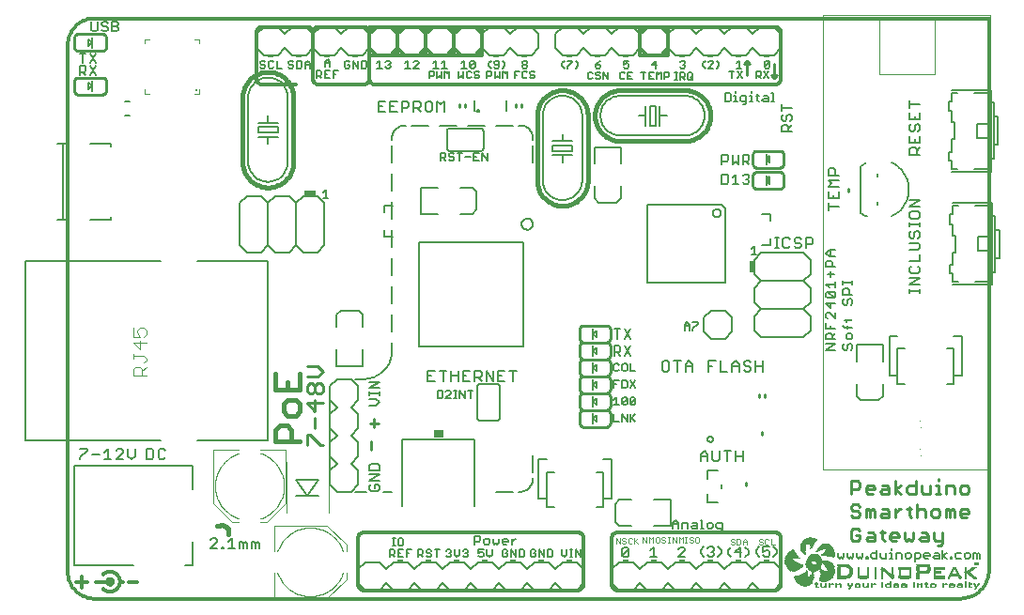
<source format=gto>
G75*
G70*
%OFA0B0*%
%FSLAX24Y24*%
%IPPOS*%
%LPD*%
%AMOC8*
5,1,8,0,0,1.08239X$1,22.5*
%
%ADD10C,0.0120*%
%ADD11C,0.0100*%
%ADD12C,0.0140*%
%ADD13C,0.0060*%
%ADD14C,0.0050*%
%ADD15C,0.0080*%
%ADD16R,0.0200X0.0100*%
%ADD17C,0.0150*%
%ADD18C,0.0160*%
%ADD19C,0.0040*%
%ADD20R,0.0200X0.0400*%
%ADD21R,0.0400X0.0200*%
%ADD22C,0.0070*%
%ADD23R,0.0340X0.0300*%
%ADD24C,0.0118*%
%ADD25C,0.0010*%
%ADD26R,0.0048X0.0006*%
%ADD27R,0.0048X0.0006*%
%ADD28R,0.0042X0.0006*%
%ADD29R,0.0042X0.0006*%
%ADD30R,0.0042X0.0006*%
%ADD31R,0.0042X0.0006*%
%ADD32R,0.0090X0.0006*%
%ADD33R,0.0066X0.0006*%
%ADD34R,0.0048X0.0006*%
%ADD35R,0.0162X0.0006*%
%ADD36R,0.0054X0.0006*%
%ADD37R,0.0048X0.0006*%
%ADD38R,0.0156X0.0006*%
%ADD39R,0.0072X0.0006*%
%ADD40R,0.0108X0.0006*%
%ADD41R,0.0198X0.0006*%
%ADD42R,0.0054X0.0006*%
%ADD43R,0.0180X0.0006*%
%ADD44R,0.0192X0.0006*%
%ADD45R,0.0198X0.0006*%
%ADD46R,0.0108X0.0006*%
%ADD47R,0.0066X0.0006*%
%ADD48R,0.0192X0.0006*%
%ADD49R,0.0204X0.0006*%
%ADD50R,0.0084X0.0006*%
%ADD51R,0.0072X0.0006*%
%ADD52R,0.0078X0.0006*%
%ADD53R,0.0072X0.0006*%
%ADD54R,0.0036X0.0006*%
%ADD55R,0.0036X0.0006*%
%ADD56R,0.0036X0.0006*%
%ADD57R,0.0126X0.0006*%
%ADD58R,0.0228X0.0006*%
%ADD59R,0.0186X0.0006*%
%ADD60R,0.0198X0.0006*%
%ADD61R,0.0252X0.0006*%
%ADD62R,0.0306X0.0006*%
%ADD63R,0.0318X0.0006*%
%ADD64R,0.0342X0.0006*%
%ADD65R,0.0354X0.0006*%
%ADD66R,0.0384X0.0006*%
%ADD67R,0.0402X0.0006*%
%ADD68R,0.0420X0.0006*%
%ADD69R,0.0150X0.0006*%
%ADD70R,0.0432X0.0006*%
%ADD71R,0.0450X0.0006*%
%ADD72R,0.0150X0.0006*%
%ADD73R,0.0054X0.0006*%
%ADD74R,0.0060X0.0006*%
%ADD75R,0.0162X0.0006*%
%ADD76R,0.0462X0.0006*%
%ADD77R,0.0480X0.0006*%
%ADD78R,0.0486X0.0006*%
%ADD79R,0.0492X0.0006*%
%ADD80R,0.0504X0.0006*%
%ADD81R,0.0516X0.0006*%
%ADD82R,0.0534X0.0006*%
%ADD83R,0.0540X0.0006*%
%ADD84R,0.0552X0.0006*%
%ADD85R,0.0552X0.0006*%
%ADD86R,0.0564X0.0006*%
%ADD87R,0.0570X0.0006*%
%ADD88R,0.0576X0.0006*%
%ADD89R,0.0582X0.0006*%
%ADD90R,0.0006X0.0006*%
%ADD91R,0.0594X0.0006*%
%ADD92R,0.0084X0.0006*%
%ADD93R,0.0600X0.0006*%
%ADD94R,0.0612X0.0006*%
%ADD95R,0.0012X0.0006*%
%ADD96R,0.0246X0.0006*%
%ADD97R,0.0300X0.0006*%
%ADD98R,0.0618X0.0006*%
%ADD99R,0.0324X0.0006*%
%ADD100R,0.0624X0.0006*%
%ADD101R,0.0330X0.0006*%
%ADD102R,0.0630X0.0006*%
%ADD103R,0.0348X0.0006*%
%ADD104R,0.0360X0.0006*%
%ADD105R,0.0642X0.0006*%
%ADD106R,0.0378X0.0006*%
%ADD107R,0.0648X0.0006*%
%ADD108R,0.0396X0.0006*%
%ADD109R,0.0648X0.0006*%
%ADD110R,0.0396X0.0006*%
%ADD111R,0.0660X0.0006*%
%ADD112R,0.0408X0.0006*%
%ADD113R,0.0666X0.0006*%
%ADD114R,0.0414X0.0006*%
%ADD115R,0.0672X0.0006*%
%ADD116R,0.0672X0.0006*%
%ADD117R,0.0420X0.0006*%
%ADD118R,0.0678X0.0006*%
%ADD119R,0.0426X0.0006*%
%ADD120R,0.0312X0.0006*%
%ADD121R,0.0294X0.0006*%
%ADD122R,0.0084X0.0006*%
%ADD123R,0.0078X0.0006*%
%ADD124R,0.0102X0.0006*%
%ADD125R,0.0390X0.0006*%
%ADD126R,0.0096X0.0006*%
%ADD127R,0.0138X0.0006*%
%ADD128R,0.0684X0.0006*%
%ADD129R,0.0432X0.0006*%
%ADD130R,0.0354X0.0006*%
%ADD131R,0.0090X0.0006*%
%ADD132R,0.0138X0.0006*%
%ADD133R,0.0438X0.0006*%
%ADD134R,0.0696X0.0006*%
%ADD135R,0.0444X0.0006*%
%ADD136R,0.0408X0.0006*%
%ADD137R,0.0390X0.0006*%
%ADD138R,0.0084X0.0006*%
%ADD139R,0.0078X0.0006*%
%ADD140R,0.0432X0.0006*%
%ADD141R,0.0102X0.0006*%
%ADD142R,0.0096X0.0006*%
%ADD143R,0.0132X0.0006*%
%ADD144R,0.0696X0.0006*%
%ADD145R,0.0450X0.0006*%
%ADD146R,0.0438X0.0006*%
%ADD147R,0.0702X0.0006*%
%ADD148R,0.0444X0.0006*%
%ADD149R,0.0102X0.0006*%
%ADD150R,0.0708X0.0006*%
%ADD151R,0.0456X0.0006*%
%ADD152R,0.0114X0.0006*%
%ADD153R,0.0462X0.0006*%
%ADD154R,0.0096X0.0006*%
%ADD155R,0.0132X0.0006*%
%ADD156R,0.0708X0.0006*%
%ADD157R,0.0456X0.0006*%
%ADD158R,0.0456X0.0006*%
%ADD159R,0.0120X0.0006*%
%ADD160R,0.0462X0.0006*%
%ADD161R,0.0102X0.0006*%
%ADD162R,0.0138X0.0006*%
%ADD163R,0.0426X0.0006*%
%ADD164R,0.0468X0.0006*%
%ADD165R,0.0468X0.0006*%
%ADD166R,0.0132X0.0006*%
%ADD167R,0.0168X0.0006*%
%ADD168R,0.0474X0.0006*%
%ADD169R,0.0456X0.0006*%
%ADD170R,0.0162X0.0006*%
%ADD171R,0.0144X0.0006*%
%ADD172R,0.0444X0.0006*%
%ADD173R,0.0474X0.0006*%
%ADD174R,0.0486X0.0006*%
%ADD175R,0.0138X0.0006*%
%ADD176R,0.0144X0.0006*%
%ADD177R,0.0336X0.0006*%
%ADD178R,0.0498X0.0006*%
%ADD179R,0.0168X0.0006*%
%ADD180R,0.0330X0.0006*%
%ADD181R,0.0174X0.0006*%
%ADD182R,0.0288X0.0006*%
%ADD183R,0.0126X0.0006*%
%ADD184R,0.0486X0.0006*%
%ADD185R,0.0402X0.0006*%
%ADD186R,0.0132X0.0006*%
%ADD187R,0.0252X0.0006*%
%ADD188R,0.0120X0.0006*%
%ADD189R,0.0492X0.0006*%
%ADD190R,0.0240X0.0006*%
%ADD191R,0.0114X0.0006*%
%ADD192R,0.0228X0.0006*%
%ADD193R,0.0204X0.0006*%
%ADD194R,0.0126X0.0006*%
%ADD195R,0.0216X0.0006*%
%ADD196R,0.0378X0.0006*%
%ADD197R,0.0198X0.0006*%
%ADD198R,0.0492X0.0006*%
%ADD199R,0.0366X0.0006*%
%ADD200R,0.0366X0.0006*%
%ADD201R,0.0156X0.0006*%
%ADD202R,0.0348X0.0006*%
%ADD203R,0.0498X0.0006*%
%ADD204R,0.0108X0.0006*%
%ADD205R,0.0264X0.0006*%
%ADD206R,0.0222X0.0006*%
%ADD207R,0.0504X0.0006*%
%ADD208R,0.0264X0.0006*%
%ADD209R,0.0060X0.0006*%
%ADD210R,0.0510X0.0006*%
%ADD211R,0.0066X0.0006*%
%ADD212R,0.0054X0.0006*%
%ADD213R,0.0510X0.0006*%
%ADD214R,0.0108X0.0006*%
%ADD215R,0.0192X0.0006*%
%ADD216R,0.0288X0.0006*%
%ADD217R,0.0030X0.0006*%
%ADD218R,0.0180X0.0006*%
%ADD219R,0.0270X0.0006*%
%ADD220R,0.0480X0.0006*%
%ADD221R,0.0078X0.0006*%
%ADD222R,0.0114X0.0006*%
%ADD223R,0.0024X0.0006*%
%ADD224R,0.0174X0.0006*%
%ADD225R,0.0018X0.0006*%
%ADD226R,0.0210X0.0006*%
%ADD227R,0.0258X0.0006*%
%ADD228R,0.0234X0.0006*%
%ADD229R,0.0252X0.0006*%
%ADD230R,0.0012X0.0006*%
%ADD231R,0.0258X0.0006*%
%ADD232R,0.0270X0.0006*%
%ADD233R,0.0012X0.0006*%
%ADD234R,0.0282X0.0006*%
%ADD235R,0.0186X0.0006*%
%ADD236R,0.0312X0.0006*%
%ADD237R,0.0360X0.0006*%
%ADD238R,0.0276X0.0006*%
%ADD239R,0.0468X0.0006*%
%ADD240R,0.0282X0.0006*%
%ADD241R,0.0144X0.0006*%
%ADD242R,0.0474X0.0006*%
%ADD243R,0.0438X0.0006*%
%ADD244R,0.0126X0.0006*%
%ADD245R,0.0486X0.0006*%
%ADD246R,0.0528X0.0006*%
%ADD247R,0.0534X0.0006*%
%ADD248R,0.0516X0.0006*%
%ADD249R,0.0306X0.0006*%
%ADD250R,0.0492X0.0006*%
%ADD251R,0.0546X0.0006*%
%ADD252R,0.0522X0.0006*%
%ADD253R,0.0306X0.0006*%
%ADD254R,0.0534X0.0006*%
%ADD255R,0.0558X0.0006*%
%ADD256R,0.0570X0.0006*%
%ADD257R,0.0540X0.0006*%
%ADD258R,0.0318X0.0006*%
%ADD259R,0.0546X0.0006*%
%ADD260R,0.0324X0.0006*%
%ADD261R,0.0588X0.0006*%
%ADD262R,0.0600X0.0006*%
%ADD263R,0.0558X0.0006*%
%ADD264R,0.0324X0.0006*%
%ADD265R,0.0462X0.0006*%
%ADD266R,0.0612X0.0006*%
%ADD267R,0.0366X0.0006*%
%ADD268R,0.0588X0.0006*%
%ADD269R,0.0576X0.0006*%
%ADD270R,0.0246X0.0006*%
%ADD271R,0.0234X0.0006*%
%ADD272R,0.0006X0.0006*%
%ADD273R,0.0552X0.0006*%
%ADD274R,0.0222X0.0006*%
%ADD275R,0.0234X0.0006*%
%ADD276R,0.0024X0.0006*%
%ADD277R,0.0336X0.0006*%
%ADD278R,0.0504X0.0006*%
%ADD279R,0.0228X0.0006*%
%ADD280R,0.0216X0.0006*%
%ADD281R,0.0336X0.0006*%
%ADD282R,0.0498X0.0006*%
%ADD283R,0.0228X0.0006*%
%ADD284R,0.0030X0.0006*%
%ADD285R,0.0222X0.0006*%
%ADD286R,0.0024X0.0006*%
%ADD287R,0.0396X0.0006*%
%ADD288R,0.0384X0.0006*%
%ADD289R,0.0498X0.0006*%
%ADD290R,0.0372X0.0006*%
%ADD291R,0.0318X0.0006*%
%ADD292R,0.0306X0.0006*%
%ADD293R,0.0534X0.0006*%
%ADD294R,0.0528X0.0006*%
%ADD295R,0.0522X0.0006*%
%ADD296R,0.0282X0.0006*%
%ADD297R,0.0300X0.0006*%
%ADD298R,0.0024X0.0006*%
%ADD299R,0.0186X0.0006*%
%ADD300R,0.0216X0.0006*%
%ADD301R,0.0414X0.0006*%
%ADD302R,0.0012X0.0006*%
%ADD303R,0.0240X0.0006*%
%ADD304R,0.0408X0.0006*%
%ADD305R,0.0276X0.0006*%
%ADD306R,0.0378X0.0006*%
%ADD307R,0.0372X0.0006*%
%ADD308R,0.0342X0.0006*%
%ADD309R,0.0018X0.0006*%
%ADD310R,0.0342X0.0006*%
%ADD311R,0.0438X0.0006*%
%ADD312R,0.0402X0.0006*%
%ADD313R,0.0366X0.0006*%
%ADD314R,0.0174X0.0006*%
%ADD315R,0.0324X0.0006*%
%ADD316R,0.0156X0.0006*%
%ADD317R,0.0294X0.0006*%
%ADD318R,0.0162X0.0006*%
%ADD319R,0.0288X0.0006*%
%ADD320R,0.0186X0.0006*%
%ADD321R,0.0258X0.0006*%
%ADD322R,0.0264X0.0006*%
%ADD323R,0.0522X0.0006*%
%ADD324R,0.0204X0.0006*%
%ADD325R,0.0432X0.0006*%
%ADD326R,0.0216X0.0006*%
%ADD327R,0.0222X0.0006*%
%ADD328R,0.0156X0.0006*%
%ADD329R,0.0168X0.0006*%
%ADD330R,0.0468X0.0006*%
%ADD331R,0.0258X0.0006*%
D10*
X002140Y001150D02*
X002140Y001550D01*
X001940Y001350D02*
X002340Y001350D01*
X002640Y001350D02*
X003040Y001350D01*
X003140Y001350D01*
X002890Y001100D02*
X002917Y001075D01*
X002947Y001053D01*
X002979Y001035D01*
X003013Y001020D01*
X003048Y001008D01*
X003085Y001000D01*
X003121Y000996D01*
X003159Y000996D01*
X003195Y001000D01*
X003232Y001008D01*
X003267Y001020D01*
X003301Y001035D01*
X003333Y001053D01*
X003363Y001075D01*
X003390Y001100D01*
X003415Y001127D01*
X003437Y001157D01*
X003455Y001189D01*
X003470Y001223D01*
X003482Y001258D01*
X003490Y001295D01*
X003494Y001331D01*
X003494Y001369D01*
X003490Y001405D01*
X003482Y001442D01*
X003470Y001477D01*
X003455Y001511D01*
X003437Y001543D01*
X003415Y001573D01*
X003390Y001600D01*
X003363Y001625D01*
X003333Y001647D01*
X003301Y001665D01*
X003267Y001680D01*
X003232Y001692D01*
X003195Y001700D01*
X003159Y001704D01*
X003121Y001704D01*
X003085Y001700D01*
X003048Y001692D01*
X003013Y001680D01*
X002979Y001665D01*
X002947Y001647D01*
X002917Y001625D01*
X002890Y001600D01*
X002640Y000750D02*
X002580Y000749D01*
X002521Y000752D01*
X002461Y000758D01*
X002402Y000768D01*
X002344Y000781D01*
X002287Y000799D01*
X002231Y000819D01*
X002176Y000844D01*
X002123Y000871D01*
X002072Y000902D01*
X002023Y000936D01*
X001976Y000973D01*
X001932Y001013D01*
X001890Y001056D01*
X001851Y001101D01*
X001815Y001149D01*
X001782Y001199D01*
X001752Y001250D01*
X001725Y001304D01*
X001702Y001359D01*
X001683Y001415D01*
X001667Y001473D01*
X001654Y001531D01*
X001645Y001590D01*
X001640Y001650D01*
X001640Y020450D01*
X001645Y020510D01*
X001654Y020569D01*
X001667Y020627D01*
X001683Y020685D01*
X001702Y020741D01*
X001725Y020796D01*
X001752Y020850D01*
X001782Y020901D01*
X001815Y020951D01*
X001851Y020999D01*
X001890Y021044D01*
X001932Y021087D01*
X001976Y021127D01*
X002023Y021164D01*
X002072Y021198D01*
X002123Y021229D01*
X002176Y021256D01*
X002231Y021281D01*
X002287Y021301D01*
X002344Y021319D01*
X002402Y021332D01*
X002461Y021342D01*
X002521Y021348D01*
X002580Y021351D01*
X002640Y021350D01*
X034328Y021350D01*
X034328Y001800D01*
X034327Y001738D01*
X034323Y001676D01*
X034315Y001615D01*
X034304Y001554D01*
X034289Y001494D01*
X034270Y001435D01*
X034248Y001377D01*
X034222Y001321D01*
X034193Y001266D01*
X034161Y001213D01*
X034125Y001163D01*
X034087Y001114D01*
X034045Y001068D01*
X034001Y001025D01*
X033955Y000984D01*
X033906Y000946D01*
X033855Y000911D01*
X033801Y000879D01*
X033746Y000851D01*
X033690Y000826D01*
X033632Y000804D01*
X033572Y000786D01*
X033512Y000772D01*
X033451Y000761D01*
X033390Y000754D01*
X033328Y000750D01*
X002640Y000750D01*
X003140Y001250D02*
X003123Y001252D01*
X003106Y001256D01*
X003090Y001263D01*
X003076Y001273D01*
X003063Y001286D01*
X003053Y001300D01*
X003046Y001316D01*
X003042Y001333D01*
X003040Y001350D01*
X003042Y001367D01*
X003046Y001384D01*
X003053Y001400D01*
X003063Y001414D01*
X003076Y001427D01*
X003090Y001437D01*
X003106Y001444D01*
X003123Y001448D01*
X003140Y001450D01*
X003157Y001448D01*
X003174Y001444D01*
X003190Y001437D01*
X003204Y001427D01*
X003217Y001414D01*
X003227Y001400D01*
X003234Y001384D01*
X003238Y001367D01*
X003240Y001350D01*
X003238Y001333D01*
X003234Y001316D01*
X003227Y001300D01*
X003217Y001286D01*
X003204Y001273D01*
X003190Y001263D01*
X003174Y001256D01*
X003157Y001252D01*
X003140Y001250D01*
X003490Y001350D02*
X003590Y001350D01*
X003790Y001350D02*
X004090Y001350D01*
X011940Y001250D02*
X011940Y002900D01*
X011942Y002926D01*
X011947Y002952D01*
X011955Y002977D01*
X011967Y003000D01*
X011981Y003022D01*
X011999Y003041D01*
X012018Y003059D01*
X012040Y003073D01*
X012063Y003085D01*
X012088Y003093D01*
X012114Y003098D01*
X012140Y003100D01*
X019740Y003100D01*
X019766Y003098D01*
X019792Y003093D01*
X019817Y003085D01*
X019840Y003073D01*
X019862Y003059D01*
X019881Y003041D01*
X019899Y003022D01*
X019913Y003000D01*
X019925Y002977D01*
X019933Y002952D01*
X019938Y002926D01*
X019940Y002900D01*
X019940Y001250D01*
X019938Y001224D01*
X019933Y001198D01*
X019925Y001173D01*
X019913Y001150D01*
X019899Y001128D01*
X019881Y001109D01*
X019862Y001091D01*
X019840Y001077D01*
X019817Y001065D01*
X019792Y001057D01*
X019766Y001052D01*
X019740Y001050D01*
X012140Y001050D01*
X012114Y001052D01*
X012088Y001057D01*
X012063Y001065D01*
X012040Y001077D01*
X012018Y001091D01*
X011999Y001109D01*
X011981Y001128D01*
X011967Y001150D01*
X011955Y001173D01*
X011947Y001198D01*
X011942Y001224D01*
X011940Y001250D01*
X020940Y001250D02*
X020940Y002900D01*
X020942Y002926D01*
X020947Y002952D01*
X020955Y002977D01*
X020967Y003000D01*
X020981Y003022D01*
X020999Y003041D01*
X021018Y003059D01*
X021040Y003073D01*
X021063Y003085D01*
X021088Y003093D01*
X021114Y003098D01*
X021140Y003100D01*
X026740Y003100D01*
X026766Y003098D01*
X026792Y003093D01*
X026817Y003085D01*
X026840Y003073D01*
X026862Y003059D01*
X026881Y003041D01*
X026899Y003022D01*
X026913Y003000D01*
X026925Y002977D01*
X026933Y002952D01*
X026938Y002926D01*
X026940Y002900D01*
X026940Y001250D01*
X026938Y001224D01*
X026933Y001198D01*
X026925Y001173D01*
X026913Y001150D01*
X026899Y001128D01*
X026881Y001109D01*
X026862Y001091D01*
X026840Y001077D01*
X026817Y001065D01*
X026792Y001057D01*
X026766Y001052D01*
X026740Y001050D01*
X021140Y001050D01*
X021114Y001052D01*
X021088Y001057D01*
X021063Y001065D01*
X021040Y001077D01*
X021018Y001091D01*
X020999Y001109D01*
X020981Y001128D01*
X020967Y001150D01*
X020955Y001173D01*
X020947Y001198D01*
X020942Y001224D01*
X020940Y001250D01*
X026740Y019000D02*
X012540Y019000D01*
X012514Y019002D01*
X012488Y019007D01*
X012463Y019015D01*
X012440Y019027D01*
X012418Y019041D01*
X012399Y019059D01*
X012381Y019078D01*
X012367Y019100D01*
X012355Y019123D01*
X012347Y019148D01*
X012342Y019174D01*
X012340Y019200D01*
X012340Y020300D01*
X012340Y020850D02*
X012338Y020876D01*
X012333Y020902D01*
X012325Y020927D01*
X012313Y020950D01*
X012299Y020972D01*
X012281Y020991D01*
X012262Y021009D01*
X012240Y021023D01*
X012217Y021035D01*
X012192Y021043D01*
X012166Y021048D01*
X012140Y021050D01*
X010540Y021050D01*
X010514Y021048D01*
X010488Y021043D01*
X010463Y021035D01*
X010440Y021023D01*
X010418Y021009D01*
X010399Y020991D01*
X010381Y020972D01*
X010367Y020950D01*
X010355Y020927D01*
X010347Y020902D01*
X010342Y020876D01*
X010340Y020850D01*
X010340Y020800D02*
X010340Y019200D01*
X010342Y019174D01*
X010347Y019148D01*
X010355Y019123D01*
X010367Y019100D01*
X010381Y019078D01*
X010399Y019059D01*
X010418Y019041D01*
X010440Y019027D01*
X010463Y019015D01*
X010488Y019007D01*
X010514Y019002D01*
X010540Y019000D01*
X012140Y019000D01*
X012166Y019002D01*
X012192Y019007D01*
X012217Y019015D01*
X012240Y019027D01*
X012262Y019041D01*
X012281Y019059D01*
X012299Y019078D01*
X012313Y019100D01*
X012325Y019123D01*
X012333Y019148D01*
X012338Y019174D01*
X012340Y019200D01*
X009740Y019000D02*
X008540Y019000D01*
X008514Y019002D01*
X008488Y019007D01*
X008463Y019015D01*
X008440Y019027D01*
X008418Y019041D01*
X008399Y019059D01*
X008381Y019078D01*
X008367Y019100D01*
X008355Y019123D01*
X008347Y019148D01*
X008342Y019174D01*
X008340Y019200D01*
X008340Y020800D01*
X008340Y020850D02*
X008342Y020876D01*
X008347Y020902D01*
X008355Y020927D01*
X008367Y020950D01*
X008381Y020972D01*
X008399Y020991D01*
X008418Y021009D01*
X008440Y021023D01*
X008463Y021035D01*
X008488Y021043D01*
X008514Y021048D01*
X008540Y021050D01*
X010140Y021050D01*
X010166Y021048D01*
X010192Y021043D01*
X010217Y021035D01*
X010240Y021023D01*
X010262Y021009D01*
X010281Y020991D01*
X010299Y020972D01*
X010313Y020950D01*
X010325Y020927D01*
X010333Y020902D01*
X010338Y020876D01*
X010340Y020850D01*
X012340Y020850D02*
X012342Y020876D01*
X012347Y020902D01*
X012355Y020927D01*
X012367Y020950D01*
X012381Y020972D01*
X012399Y020991D01*
X012418Y021009D01*
X012440Y021023D01*
X012463Y021035D01*
X012488Y021043D01*
X012514Y021048D01*
X012540Y021050D01*
X012590Y021050D01*
X014090Y021050D02*
X014590Y021050D01*
X015590Y021050D01*
X022190Y021050D01*
X022690Y021050D01*
X026740Y021050D01*
X026766Y021048D01*
X026792Y021043D01*
X026817Y021035D01*
X026840Y021023D01*
X026862Y021009D01*
X026881Y020991D01*
X026899Y020972D01*
X026913Y020950D01*
X026925Y020927D01*
X026933Y020902D01*
X026938Y020876D01*
X026940Y020850D01*
X026940Y019200D01*
X026938Y019174D01*
X026933Y019148D01*
X026925Y019123D01*
X026913Y019100D01*
X026899Y019078D01*
X026881Y019059D01*
X026862Y019041D01*
X026840Y019027D01*
X026817Y019015D01*
X026792Y019007D01*
X026766Y019002D01*
X026740Y019000D01*
D11*
X026690Y019250D02*
X026590Y019350D01*
X026690Y019350D01*
X026690Y019750D01*
X026690Y019350D02*
X026790Y019350D01*
X026690Y019250D01*
X025840Y019750D02*
X025740Y019750D01*
X025740Y019350D01*
X025740Y019750D02*
X025640Y019750D01*
X025740Y019850D01*
X025840Y019750D01*
X026090Y016650D02*
X026890Y016650D01*
X026913Y016648D01*
X026936Y016643D01*
X026958Y016634D01*
X026978Y016621D01*
X026996Y016606D01*
X027011Y016588D01*
X027024Y016568D01*
X027033Y016546D01*
X027038Y016523D01*
X027040Y016500D01*
X027040Y016200D01*
X027038Y016177D01*
X027033Y016154D01*
X027024Y016132D01*
X027011Y016112D01*
X026996Y016094D01*
X026978Y016079D01*
X026958Y016066D01*
X026936Y016057D01*
X026913Y016052D01*
X026890Y016050D01*
X026090Y016050D01*
X026090Y015900D02*
X026890Y015900D01*
X026913Y015898D01*
X026936Y015893D01*
X026958Y015884D01*
X026978Y015871D01*
X026996Y015856D01*
X027011Y015838D01*
X027024Y015818D01*
X027033Y015796D01*
X027038Y015773D01*
X027040Y015750D01*
X027040Y015450D01*
X027038Y015427D01*
X027033Y015404D01*
X027024Y015382D01*
X027011Y015362D01*
X026996Y015344D01*
X026978Y015329D01*
X026958Y015316D01*
X026936Y015307D01*
X026913Y015302D01*
X026890Y015300D01*
X026090Y015300D01*
X026067Y015302D01*
X026044Y015307D01*
X026022Y015316D01*
X026002Y015329D01*
X025984Y015344D01*
X025969Y015362D01*
X025956Y015382D01*
X025947Y015404D01*
X025942Y015427D01*
X025940Y015450D01*
X025940Y015750D01*
X025942Y015773D01*
X025947Y015796D01*
X025956Y015818D01*
X025969Y015838D01*
X025984Y015856D01*
X026002Y015871D01*
X026022Y015884D01*
X026044Y015893D01*
X026067Y015898D01*
X026090Y015900D01*
X026090Y016050D02*
X026067Y016052D01*
X026044Y016057D01*
X026022Y016066D01*
X026002Y016079D01*
X025984Y016094D01*
X025969Y016112D01*
X025956Y016132D01*
X025947Y016154D01*
X025942Y016177D01*
X025940Y016200D01*
X025940Y016500D01*
X025942Y016523D01*
X025947Y016546D01*
X025956Y016568D01*
X025969Y016588D01*
X025984Y016606D01*
X026002Y016621D01*
X026022Y016634D01*
X026044Y016643D01*
X026067Y016648D01*
X026090Y016650D01*
X029340Y015288D02*
X029340Y015188D01*
X020740Y010450D02*
X019940Y010450D01*
X019917Y010448D01*
X019894Y010443D01*
X019872Y010434D01*
X019852Y010421D01*
X019834Y010406D01*
X019819Y010388D01*
X019806Y010368D01*
X019797Y010346D01*
X019792Y010323D01*
X019790Y010300D01*
X019790Y010000D01*
X019792Y009977D01*
X019797Y009954D01*
X019806Y009932D01*
X019819Y009912D01*
X019834Y009894D01*
X019852Y009879D01*
X019872Y009866D01*
X019894Y009857D01*
X019917Y009852D01*
X019940Y009850D01*
X020740Y009850D01*
X020763Y009848D01*
X020786Y009843D01*
X020808Y009834D01*
X020828Y009821D01*
X020846Y009806D01*
X020861Y009788D01*
X020874Y009768D01*
X020883Y009746D01*
X020888Y009723D01*
X020890Y009700D01*
X020890Y009400D01*
X020888Y009377D01*
X020883Y009354D01*
X020874Y009332D01*
X020861Y009312D01*
X020846Y009294D01*
X020828Y009279D01*
X020808Y009266D01*
X020786Y009257D01*
X020763Y009252D01*
X020740Y009250D01*
X019940Y009250D01*
X019917Y009248D01*
X019894Y009243D01*
X019872Y009234D01*
X019852Y009221D01*
X019834Y009206D01*
X019819Y009188D01*
X019806Y009168D01*
X019797Y009146D01*
X019792Y009123D01*
X019790Y009100D01*
X019790Y008800D01*
X019792Y008777D01*
X019797Y008754D01*
X019806Y008732D01*
X019819Y008712D01*
X019834Y008694D01*
X019852Y008679D01*
X019872Y008666D01*
X019894Y008657D01*
X019917Y008652D01*
X019940Y008650D01*
X020740Y008650D01*
X020763Y008652D01*
X020786Y008657D01*
X020808Y008666D01*
X020828Y008679D01*
X020846Y008694D01*
X020861Y008712D01*
X020874Y008732D01*
X020883Y008754D01*
X020888Y008777D01*
X020890Y008800D01*
X020890Y009100D01*
X020888Y009123D01*
X020883Y009146D01*
X020874Y009168D01*
X020861Y009188D01*
X020846Y009206D01*
X020828Y009221D01*
X020808Y009234D01*
X020786Y009243D01*
X020763Y009248D01*
X020740Y009250D01*
X019940Y009250D02*
X019917Y009252D01*
X019894Y009257D01*
X019872Y009266D01*
X019852Y009279D01*
X019834Y009294D01*
X019819Y009312D01*
X019806Y009332D01*
X019797Y009354D01*
X019792Y009377D01*
X019790Y009400D01*
X019790Y009700D01*
X019792Y009723D01*
X019797Y009746D01*
X019806Y009768D01*
X019819Y009788D01*
X019834Y009806D01*
X019852Y009821D01*
X019872Y009834D01*
X019894Y009843D01*
X019917Y009848D01*
X019940Y009850D01*
X020740Y009850D02*
X020763Y009852D01*
X020786Y009857D01*
X020808Y009866D01*
X020828Y009879D01*
X020846Y009894D01*
X020861Y009912D01*
X020874Y009932D01*
X020883Y009954D01*
X020888Y009977D01*
X020890Y010000D01*
X020890Y010300D01*
X020888Y010323D01*
X020883Y010346D01*
X020874Y010368D01*
X020861Y010388D01*
X020846Y010406D01*
X020828Y010421D01*
X020808Y010434D01*
X020786Y010443D01*
X020763Y010448D01*
X020740Y010450D01*
X020740Y008650D02*
X020763Y008648D01*
X020786Y008643D01*
X020808Y008634D01*
X020828Y008621D01*
X020846Y008606D01*
X020861Y008588D01*
X020874Y008568D01*
X020883Y008546D01*
X020888Y008523D01*
X020890Y008500D01*
X020890Y008200D01*
X020888Y008177D01*
X020883Y008154D01*
X020874Y008132D01*
X020861Y008112D01*
X020846Y008094D01*
X020828Y008079D01*
X020808Y008066D01*
X020786Y008057D01*
X020763Y008052D01*
X020740Y008050D01*
X019940Y008050D01*
X019917Y008048D01*
X019894Y008043D01*
X019872Y008034D01*
X019852Y008021D01*
X019834Y008006D01*
X019819Y007988D01*
X019806Y007968D01*
X019797Y007946D01*
X019792Y007923D01*
X019790Y007900D01*
X019790Y007600D01*
X019792Y007577D01*
X019797Y007554D01*
X019806Y007532D01*
X019819Y007512D01*
X019834Y007494D01*
X019852Y007479D01*
X019872Y007466D01*
X019894Y007457D01*
X019917Y007452D01*
X019940Y007450D01*
X020740Y007450D01*
X020763Y007448D01*
X020786Y007443D01*
X020808Y007434D01*
X020828Y007421D01*
X020846Y007406D01*
X020861Y007388D01*
X020874Y007368D01*
X020883Y007346D01*
X020888Y007323D01*
X020890Y007300D01*
X020890Y007000D01*
X020888Y006977D01*
X020883Y006954D01*
X020874Y006932D01*
X020861Y006912D01*
X020846Y006894D01*
X020828Y006879D01*
X020808Y006866D01*
X020786Y006857D01*
X020763Y006852D01*
X020740Y006850D01*
X019940Y006850D01*
X019917Y006852D01*
X019894Y006857D01*
X019872Y006866D01*
X019852Y006879D01*
X019834Y006894D01*
X019819Y006912D01*
X019806Y006932D01*
X019797Y006954D01*
X019792Y006977D01*
X019790Y007000D01*
X019790Y007300D01*
X019792Y007323D01*
X019797Y007346D01*
X019806Y007368D01*
X019819Y007388D01*
X019834Y007406D01*
X019852Y007421D01*
X019872Y007434D01*
X019894Y007443D01*
X019917Y007448D01*
X019940Y007450D01*
X020740Y007450D02*
X020763Y007452D01*
X020786Y007457D01*
X020808Y007466D01*
X020828Y007479D01*
X020846Y007494D01*
X020861Y007512D01*
X020874Y007532D01*
X020883Y007554D01*
X020888Y007577D01*
X020890Y007600D01*
X020890Y007900D01*
X020888Y007923D01*
X020883Y007946D01*
X020874Y007968D01*
X020861Y007988D01*
X020846Y008006D01*
X020828Y008021D01*
X020808Y008034D01*
X020786Y008043D01*
X020763Y008048D01*
X020740Y008050D01*
X019940Y008050D02*
X019917Y008052D01*
X019894Y008057D01*
X019872Y008066D01*
X019852Y008079D01*
X019834Y008094D01*
X019819Y008112D01*
X019806Y008132D01*
X019797Y008154D01*
X019792Y008177D01*
X019790Y008200D01*
X019790Y008500D01*
X019792Y008523D01*
X019797Y008546D01*
X019806Y008568D01*
X019819Y008588D01*
X019834Y008606D01*
X019852Y008621D01*
X019872Y008634D01*
X019894Y008643D01*
X019917Y008648D01*
X019940Y008650D01*
X026165Y008000D02*
X026165Y007900D01*
X026365Y007900D02*
X026365Y008000D01*
X026253Y006675D02*
X026253Y006575D01*
X025690Y004863D02*
X025690Y004763D01*
X029440Y004621D02*
X029670Y004621D01*
X029747Y004698D01*
X029747Y004851D01*
X029670Y004928D01*
X029440Y004928D01*
X029440Y004468D01*
X029956Y004544D02*
X029956Y004698D01*
X030032Y004774D01*
X030186Y004774D01*
X030263Y004698D01*
X030263Y004621D01*
X029956Y004621D01*
X029956Y004544D02*
X030032Y004468D01*
X030186Y004468D01*
X030471Y004544D02*
X030548Y004621D01*
X030778Y004621D01*
X030778Y004698D02*
X030778Y004468D01*
X030548Y004468D01*
X030471Y004544D01*
X030548Y004774D02*
X030701Y004774D01*
X030778Y004698D01*
X030987Y004621D02*
X031217Y004774D01*
X031417Y004698D02*
X031493Y004774D01*
X031724Y004774D01*
X031724Y004928D02*
X031724Y004468D01*
X031493Y004468D01*
X031417Y004544D01*
X031417Y004698D01*
X031217Y004468D02*
X030987Y004621D01*
X030987Y004468D02*
X030987Y004928D01*
X031932Y004774D02*
X031932Y004544D01*
X032009Y004468D01*
X032239Y004468D01*
X032239Y004774D01*
X032448Y004774D02*
X032525Y004774D01*
X032525Y004468D01*
X032601Y004468D02*
X032448Y004468D01*
X032792Y004468D02*
X032792Y004774D01*
X033022Y004774D01*
X033099Y004698D01*
X033099Y004468D01*
X033307Y004544D02*
X033384Y004468D01*
X033537Y004468D01*
X033614Y004544D01*
X033614Y004698D01*
X033537Y004774D01*
X033384Y004774D01*
X033307Y004698D01*
X033307Y004544D01*
X032525Y004928D02*
X032525Y005005D01*
X031760Y004088D02*
X031760Y003628D01*
X031570Y003628D02*
X031493Y003704D01*
X031493Y004011D01*
X031417Y003934D02*
X031570Y003934D01*
X031760Y003858D02*
X031837Y003934D01*
X031991Y003934D01*
X032067Y003858D01*
X032067Y003628D01*
X032276Y003704D02*
X032276Y003858D01*
X032353Y003934D01*
X032506Y003934D01*
X032583Y003858D01*
X032583Y003704D01*
X032506Y003628D01*
X032353Y003628D01*
X032276Y003704D01*
X032792Y003628D02*
X032792Y003934D01*
X032868Y003934D01*
X032945Y003858D01*
X033022Y003934D01*
X033099Y003858D01*
X033099Y003628D01*
X032945Y003628D02*
X032945Y003858D01*
X033307Y003858D02*
X033307Y003704D01*
X033384Y003628D01*
X033537Y003628D01*
X033614Y003781D02*
X033307Y003781D01*
X033307Y003858D02*
X033384Y003934D01*
X033537Y003934D01*
X033614Y003858D01*
X033614Y003781D01*
X032669Y003094D02*
X032669Y002711D01*
X032592Y002634D01*
X032515Y002634D01*
X032439Y002788D02*
X032669Y002788D01*
X032439Y002788D02*
X032362Y002864D01*
X032362Y003094D01*
X032153Y003018D02*
X032153Y002788D01*
X031923Y002788D01*
X031846Y002864D01*
X031923Y002941D01*
X032153Y002941D01*
X032153Y003018D02*
X032077Y003094D01*
X031923Y003094D01*
X031638Y003094D02*
X031638Y002864D01*
X031561Y002788D01*
X031484Y002864D01*
X031407Y002788D01*
X031331Y002864D01*
X031331Y003094D01*
X031122Y003018D02*
X031122Y002941D01*
X030815Y002941D01*
X030815Y003018D02*
X030892Y003094D01*
X031045Y003094D01*
X031122Y003018D01*
X031045Y002788D02*
X030892Y002788D01*
X030815Y002864D01*
X030815Y003018D01*
X030625Y003094D02*
X030471Y003094D01*
X030548Y003171D02*
X030548Y002864D01*
X030625Y002788D01*
X030263Y002788D02*
X030263Y003018D01*
X030186Y003094D01*
X030032Y003094D01*
X030032Y002941D02*
X030263Y002941D01*
X030263Y002788D02*
X030032Y002788D01*
X029956Y002864D01*
X030032Y002941D01*
X029747Y002864D02*
X029747Y003018D01*
X029593Y003018D01*
X029440Y003171D02*
X029440Y002864D01*
X029517Y002788D01*
X029670Y002788D01*
X029747Y002864D01*
X029747Y003171D02*
X029670Y003248D01*
X029517Y003248D01*
X029440Y003171D01*
X029517Y003628D02*
X029440Y003704D01*
X029517Y003628D02*
X029670Y003628D01*
X029747Y003704D01*
X029747Y003781D01*
X029670Y003858D01*
X029517Y003858D01*
X029440Y003934D01*
X029440Y004011D01*
X029517Y004088D01*
X029670Y004088D01*
X029747Y004011D01*
X029956Y003934D02*
X030032Y003934D01*
X030109Y003858D01*
X030186Y003934D01*
X030263Y003858D01*
X030263Y003628D01*
X030109Y003628D02*
X030109Y003858D01*
X029956Y003934D02*
X029956Y003628D01*
X030471Y003704D02*
X030548Y003781D01*
X030778Y003781D01*
X030778Y003858D02*
X030778Y003628D01*
X030548Y003628D01*
X030471Y003704D01*
X030548Y003934D02*
X030701Y003934D01*
X030778Y003858D01*
X030987Y003934D02*
X030987Y003628D01*
X030987Y003781D02*
X031140Y003934D01*
X031217Y003934D01*
X012663Y006983D02*
X012356Y006983D01*
X012510Y006830D02*
X012510Y007137D01*
X012410Y006337D02*
X012410Y006030D01*
X010690Y006200D02*
X010597Y006200D01*
X010223Y006574D01*
X010130Y006574D01*
X010130Y006200D01*
X010410Y006808D02*
X010410Y007181D01*
X010410Y007415D02*
X010410Y007789D01*
X010503Y008023D02*
X010410Y008117D01*
X010410Y008303D01*
X010503Y008397D01*
X010597Y008397D01*
X010690Y008303D01*
X010690Y008117D01*
X010597Y008023D01*
X010503Y008023D01*
X010410Y008117D02*
X010316Y008023D01*
X010223Y008023D01*
X010130Y008117D01*
X010130Y008303D01*
X010223Y008397D01*
X010316Y008397D01*
X010410Y008303D01*
X010503Y008631D02*
X010130Y008631D01*
X010503Y008631D02*
X010690Y008818D01*
X010503Y009005D01*
X010130Y009005D01*
X010130Y007696D02*
X010410Y007415D01*
X010690Y007696D02*
X010130Y007696D01*
X015540Y018200D02*
X015540Y018300D01*
X015740Y018300D02*
X015740Y018200D01*
X017540Y018200D02*
X017540Y018300D01*
X017740Y018300D02*
X017740Y018200D01*
X003006Y018798D02*
X003006Y019098D01*
X003004Y019121D01*
X002999Y019144D01*
X002990Y019166D01*
X002977Y019186D01*
X002962Y019204D01*
X002944Y019219D01*
X002924Y019232D01*
X002902Y019241D01*
X002879Y019246D01*
X002856Y019248D01*
X002006Y019248D01*
X001983Y019246D01*
X001960Y019241D01*
X001938Y019232D01*
X001918Y019219D01*
X001900Y019204D01*
X001885Y019186D01*
X001872Y019166D01*
X001863Y019144D01*
X001858Y019121D01*
X001856Y019098D01*
X001856Y018798D01*
X001858Y018775D01*
X001863Y018752D01*
X001872Y018730D01*
X001885Y018710D01*
X001900Y018692D01*
X001918Y018677D01*
X001938Y018664D01*
X001960Y018655D01*
X001983Y018650D01*
X002006Y018648D01*
X002856Y018648D01*
X002879Y018650D01*
X002902Y018655D01*
X002924Y018664D01*
X002944Y018677D01*
X002962Y018692D01*
X002977Y018710D01*
X002990Y018730D01*
X002999Y018752D01*
X003004Y018775D01*
X003006Y018798D01*
X002856Y020198D02*
X002006Y020198D01*
X001983Y020200D01*
X001960Y020205D01*
X001938Y020214D01*
X001918Y020227D01*
X001900Y020242D01*
X001885Y020260D01*
X001872Y020280D01*
X001863Y020302D01*
X001858Y020325D01*
X001856Y020348D01*
X001856Y020648D01*
X001858Y020671D01*
X001863Y020694D01*
X001872Y020716D01*
X001885Y020736D01*
X001900Y020754D01*
X001918Y020769D01*
X001938Y020782D01*
X001960Y020791D01*
X001983Y020796D01*
X002006Y020798D01*
X002856Y020798D01*
X002879Y020796D01*
X002902Y020791D01*
X002924Y020782D01*
X002944Y020769D01*
X002962Y020754D01*
X002977Y020736D01*
X002990Y020716D01*
X002999Y020694D01*
X003004Y020671D01*
X003006Y020648D01*
X003006Y020348D01*
X003004Y020325D01*
X002999Y020302D01*
X002990Y020280D01*
X002977Y020260D01*
X002962Y020242D01*
X002944Y020227D01*
X002924Y020214D01*
X002902Y020205D01*
X002879Y020200D01*
X002856Y020198D01*
D12*
X012340Y020300D02*
X012590Y020050D01*
X012340Y020050D01*
X012340Y020300D01*
X012340Y020800D01*
X012590Y021050D01*
X012340Y021050D01*
X012340Y020800D01*
X012590Y021050D02*
X013090Y021050D01*
X013340Y020800D01*
X013590Y021050D01*
X013340Y021050D01*
X013340Y020800D01*
X013340Y020300D01*
X013590Y020050D01*
X013340Y020050D01*
X013340Y020300D01*
X013090Y020050D01*
X012590Y020050D01*
X013090Y020050D02*
X013340Y020050D01*
X013590Y020050D02*
X014340Y020050D01*
X014340Y020300D01*
X014590Y020050D01*
X014340Y020050D01*
X014340Y020300D02*
X014090Y020050D01*
X014340Y020300D02*
X014340Y020800D01*
X014590Y021050D01*
X014340Y021050D01*
X014340Y020800D01*
X014090Y021050D01*
X013590Y021050D01*
X013340Y021050D02*
X013090Y021050D01*
X014090Y021050D02*
X014340Y021050D01*
X014590Y021050D02*
X015340Y021050D01*
X015340Y020800D01*
X015590Y021050D01*
X015340Y021050D01*
X015340Y020800D02*
X015090Y021050D01*
X015340Y020800D02*
X015340Y020300D01*
X015590Y020050D01*
X015340Y020050D01*
X015340Y020300D01*
X015090Y020050D01*
X014590Y020050D01*
X015090Y020050D02*
X015340Y020050D01*
X015590Y020050D02*
X016090Y020050D01*
X016340Y020300D01*
X016340Y020800D01*
X016090Y021050D01*
X016340Y021050D02*
X016340Y020800D01*
X016340Y021050D02*
X015590Y021050D01*
X016340Y020300D02*
X016340Y020050D01*
X016090Y020050D01*
X021940Y020050D02*
X021940Y021050D01*
X022940Y021050D01*
X022940Y020050D01*
X021940Y020050D01*
X021940Y020300D02*
X022190Y020050D01*
X022690Y020050D02*
X022940Y020300D01*
X022940Y020800D02*
X022690Y021050D01*
X022190Y021050D02*
X021940Y020800D01*
D13*
X021240Y018600D02*
X023540Y018600D01*
X022640Y018250D02*
X022640Y017900D01*
X022890Y017900D01*
X022640Y017900D02*
X022640Y017550D01*
X022490Y017550D02*
X022290Y017550D01*
X022290Y018250D01*
X022490Y018250D01*
X022490Y017550D01*
X022140Y017550D02*
X022140Y017900D01*
X021890Y017900D01*
X022140Y017900D02*
X022140Y018250D01*
X021240Y018600D02*
X021189Y018598D01*
X021138Y018593D01*
X021088Y018583D01*
X021038Y018570D01*
X020990Y018554D01*
X020943Y018534D01*
X020897Y018510D01*
X020854Y018484D01*
X020812Y018454D01*
X020773Y018421D01*
X020736Y018386D01*
X020702Y018348D01*
X020671Y018307D01*
X020642Y018265D01*
X020617Y018220D01*
X020596Y018174D01*
X020577Y018126D01*
X020563Y018077D01*
X020552Y018027D01*
X020544Y017977D01*
X020540Y017926D01*
X020540Y017874D01*
X020544Y017823D01*
X020552Y017773D01*
X020563Y017723D01*
X020577Y017674D01*
X020596Y017626D01*
X020617Y017580D01*
X020642Y017535D01*
X020671Y017493D01*
X020702Y017452D01*
X020736Y017414D01*
X020773Y017379D01*
X020812Y017346D01*
X020854Y017316D01*
X020897Y017290D01*
X020943Y017266D01*
X020990Y017246D01*
X021038Y017230D01*
X021088Y017217D01*
X021138Y017207D01*
X021189Y017202D01*
X021240Y017200D01*
X023540Y017200D01*
X023591Y017202D01*
X023642Y017207D01*
X023692Y017217D01*
X023742Y017230D01*
X023790Y017246D01*
X023837Y017266D01*
X023883Y017290D01*
X023926Y017316D01*
X023968Y017346D01*
X024007Y017379D01*
X024044Y017414D01*
X024078Y017452D01*
X024109Y017493D01*
X024138Y017535D01*
X024163Y017580D01*
X024184Y017626D01*
X024203Y017674D01*
X024217Y017723D01*
X024228Y017773D01*
X024236Y017823D01*
X024240Y017874D01*
X024240Y017926D01*
X024236Y017977D01*
X024228Y018027D01*
X024217Y018077D01*
X024203Y018126D01*
X024184Y018174D01*
X024163Y018220D01*
X024138Y018265D01*
X024109Y018307D01*
X024078Y018348D01*
X024044Y018386D01*
X024007Y018421D01*
X023968Y018454D01*
X023926Y018484D01*
X023883Y018510D01*
X023837Y018534D01*
X023790Y018554D01*
X023742Y018570D01*
X023692Y018583D01*
X023642Y018593D01*
X023591Y018598D01*
X023540Y018600D01*
X026980Y018293D02*
X026980Y018067D01*
X026980Y018180D02*
X027320Y018180D01*
X027263Y017925D02*
X027320Y017868D01*
X027320Y017755D01*
X027263Y017698D01*
X027150Y017755D02*
X027150Y017868D01*
X027207Y017925D01*
X027263Y017925D01*
X027150Y017755D02*
X027093Y017698D01*
X027036Y017698D01*
X026980Y017755D01*
X026980Y017868D01*
X027036Y017925D01*
X027036Y017557D02*
X027150Y017557D01*
X027207Y017500D01*
X027207Y017330D01*
X027320Y017330D02*
X026980Y017330D01*
X026980Y017500D01*
X027036Y017557D01*
X027207Y017443D02*
X027320Y017557D01*
X025813Y016454D02*
X025757Y016510D01*
X025587Y016510D01*
X025587Y016170D01*
X025587Y016283D02*
X025757Y016283D01*
X025813Y016340D01*
X025813Y016454D01*
X025700Y016283D02*
X025813Y016170D01*
X025445Y016170D02*
X025445Y016510D01*
X025218Y016510D02*
X025218Y016170D01*
X025332Y016283D01*
X025445Y016170D01*
X025077Y016340D02*
X025077Y016454D01*
X025020Y016510D01*
X024850Y016510D01*
X024850Y016170D01*
X024850Y016283D02*
X025020Y016283D01*
X025077Y016340D01*
X025020Y015810D02*
X024850Y015810D01*
X024850Y015470D01*
X025020Y015470D01*
X025077Y015527D01*
X025077Y015754D01*
X025020Y015810D01*
X025218Y015697D02*
X025332Y015810D01*
X025332Y015470D01*
X025445Y015470D02*
X025218Y015470D01*
X025587Y015527D02*
X025643Y015470D01*
X025757Y015470D01*
X025813Y015527D01*
X025813Y015583D01*
X025757Y015640D01*
X025700Y015640D01*
X025757Y015640D02*
X025813Y015697D01*
X025813Y015754D01*
X025757Y015810D01*
X025643Y015810D01*
X025587Y015754D01*
X024830Y014736D02*
X024970Y014596D01*
X024970Y011976D01*
X022210Y011976D01*
X022210Y014736D01*
X024830Y014736D01*
X024529Y014436D02*
X024531Y014459D01*
X024537Y014482D01*
X024546Y014503D01*
X024559Y014523D01*
X024575Y014540D01*
X024593Y014554D01*
X024613Y014565D01*
X024635Y014573D01*
X024658Y014577D01*
X024682Y014577D01*
X024705Y014573D01*
X024727Y014565D01*
X024747Y014554D01*
X024765Y014540D01*
X024781Y014523D01*
X024794Y014503D01*
X024803Y014482D01*
X024809Y014459D01*
X024811Y014436D01*
X024809Y014413D01*
X024803Y014390D01*
X024794Y014369D01*
X024781Y014349D01*
X024765Y014332D01*
X024747Y014318D01*
X024727Y014307D01*
X024705Y014299D01*
X024682Y014295D01*
X024658Y014295D01*
X024635Y014299D01*
X024613Y014307D01*
X024593Y014318D01*
X024575Y014332D01*
X024559Y014349D01*
X024546Y014369D01*
X024537Y014390D01*
X024531Y014413D01*
X024529Y014436D01*
X025995Y012780D02*
X026245Y013030D01*
X027745Y013030D01*
X027995Y012780D01*
X027995Y012280D01*
X027745Y012030D01*
X026245Y012030D01*
X025995Y011780D01*
X025995Y011280D01*
X026245Y011030D01*
X025995Y010780D01*
X025995Y010280D01*
X026245Y010030D01*
X027745Y010030D01*
X027995Y010280D01*
X027995Y010780D01*
X027745Y011030D01*
X026245Y011030D01*
X027745Y011030D02*
X027995Y011280D01*
X027995Y011780D01*
X027745Y012030D01*
X026245Y012030D02*
X025995Y012280D01*
X025995Y012780D01*
X029778Y014450D02*
X029778Y016100D01*
X030378Y015828D02*
X030378Y015722D01*
X029981Y016225D02*
X029927Y016198D01*
X029876Y016168D01*
X029826Y016135D01*
X029778Y016100D01*
X030874Y016225D02*
X030931Y016196D01*
X030987Y016163D01*
X031040Y016128D01*
X031091Y016088D01*
X031139Y016046D01*
X031185Y016001D01*
X031228Y015954D01*
X031268Y015904D01*
X031305Y015851D01*
X031338Y015796D01*
X031369Y015740D01*
X031395Y015681D01*
X031418Y015621D01*
X031438Y015560D01*
X031453Y015498D01*
X031465Y015435D01*
X031473Y015371D01*
X031477Y015307D01*
X031477Y015243D01*
X031473Y015179D01*
X031465Y015115D01*
X031453Y015052D01*
X031438Y014990D01*
X031418Y014929D01*
X031395Y014869D01*
X031369Y014810D01*
X031338Y014754D01*
X031305Y014699D01*
X031268Y014646D01*
X031228Y014596D01*
X031185Y014549D01*
X031139Y014504D01*
X031091Y014462D01*
X031040Y014422D01*
X030987Y014387D01*
X030931Y014354D01*
X030874Y014325D01*
X030378Y014722D02*
X030378Y014828D01*
X029990Y014321D02*
X029934Y014348D01*
X029880Y014379D01*
X029828Y014413D01*
X029778Y014450D01*
X032940Y014400D02*
X032940Y014050D01*
X033040Y014050D01*
X033040Y013650D01*
X033140Y013650D01*
X033140Y013050D01*
X033040Y013050D01*
X033040Y012600D01*
X032940Y012600D01*
X032940Y012300D01*
X033040Y012300D01*
X033040Y012000D01*
X033240Y012000D01*
X033040Y011900D02*
X034440Y011900D01*
X034440Y014350D01*
X034540Y014350D01*
X034540Y013850D01*
X034690Y013850D01*
X034690Y012850D01*
X034540Y012850D01*
X034540Y013850D01*
X034340Y013600D02*
X034340Y014700D01*
X033840Y014700D01*
X033240Y014700D02*
X033040Y014700D01*
X033040Y014400D01*
X032940Y014400D01*
X033040Y014800D02*
X034440Y014800D01*
X034440Y014350D01*
X034340Y013600D02*
X033940Y013600D01*
X033940Y013100D01*
X034340Y013100D01*
X034340Y013600D01*
X034340Y013100D02*
X034340Y012000D01*
X033840Y012000D01*
X034440Y012350D02*
X034540Y012350D01*
X034540Y012850D01*
X034390Y015913D02*
X032990Y015913D01*
X032990Y016013D02*
X033190Y016013D01*
X032990Y016013D02*
X032990Y016313D01*
X032890Y016313D01*
X032890Y016613D01*
X032990Y016613D01*
X032990Y017063D01*
X033090Y017063D01*
X033090Y017663D01*
X032990Y017663D01*
X032990Y018063D01*
X032890Y018063D01*
X032890Y018413D01*
X032990Y018413D01*
X032990Y018713D01*
X033190Y018713D01*
X032990Y018813D02*
X034390Y018813D01*
X034390Y018363D01*
X034390Y015913D01*
X034290Y016013D02*
X033790Y016013D01*
X034290Y016013D02*
X034290Y017113D01*
X034290Y017613D01*
X034290Y018713D01*
X033790Y018713D01*
X034390Y018363D02*
X034490Y018363D01*
X034490Y017863D01*
X034640Y017863D01*
X034640Y016863D01*
X034490Y016863D01*
X034490Y017863D01*
X034290Y017613D02*
X033890Y017613D01*
X033890Y017113D01*
X034290Y017113D01*
X034490Y016863D02*
X034490Y016363D01*
X034390Y016363D01*
X021615Y010320D02*
X021388Y009980D01*
X021615Y009980D02*
X021388Y010320D01*
X021247Y010320D02*
X021020Y010320D01*
X021133Y010320D02*
X021133Y009980D01*
X021190Y009720D02*
X021247Y009664D01*
X021247Y009550D01*
X021190Y009493D01*
X021020Y009493D01*
X021020Y009380D02*
X021020Y009720D01*
X021190Y009720D01*
X021388Y009720D02*
X021615Y009380D01*
X021388Y009380D02*
X021615Y009720D01*
X021247Y009380D02*
X021133Y009493D01*
X016965Y008275D02*
X016965Y007175D01*
X016963Y007158D01*
X016959Y007141D01*
X016952Y007125D01*
X016942Y007111D01*
X016929Y007098D01*
X016915Y007088D01*
X016899Y007081D01*
X016882Y007077D01*
X016865Y007075D01*
X016265Y007075D01*
X016248Y007077D01*
X016231Y007081D01*
X016215Y007088D01*
X016201Y007098D01*
X016188Y007111D01*
X016178Y007125D01*
X016171Y007141D01*
X016167Y007158D01*
X016165Y007175D01*
X016165Y008275D01*
X016167Y008292D01*
X016171Y008309D01*
X016178Y008325D01*
X016188Y008339D01*
X016201Y008352D01*
X016215Y008362D01*
X016231Y008369D01*
X016248Y008373D01*
X016265Y008375D01*
X016865Y008375D01*
X016882Y008373D01*
X016899Y008369D01*
X016915Y008362D01*
X016929Y008352D01*
X016942Y008339D01*
X016952Y008325D01*
X016959Y008309D01*
X016963Y008292D01*
X016965Y008275D01*
X012690Y008224D02*
X012350Y008224D01*
X012690Y008451D01*
X012350Y008451D01*
X012350Y008092D02*
X012350Y007978D01*
X012350Y008035D02*
X012690Y008035D01*
X012690Y007978D02*
X012690Y008092D01*
X012577Y007837D02*
X012350Y007837D01*
X012577Y007837D02*
X012690Y007723D01*
X012577Y007610D01*
X012350Y007610D01*
X012406Y005533D02*
X012350Y005477D01*
X012350Y005307D01*
X012690Y005307D01*
X012690Y005477D01*
X012633Y005533D01*
X012406Y005533D01*
X012350Y005165D02*
X012690Y005165D01*
X012350Y004938D01*
X012690Y004938D01*
X012633Y004797D02*
X012520Y004797D01*
X012520Y004683D01*
X012633Y004570D02*
X012690Y004627D01*
X012690Y004740D01*
X012633Y004797D01*
X012406Y004797D02*
X012350Y004740D01*
X012350Y004627D01*
X012406Y004570D01*
X012633Y004570D01*
X010490Y013050D02*
X009990Y013050D01*
X009740Y013300D01*
X009740Y014800D01*
X009490Y015050D01*
X008990Y015050D01*
X008740Y014800D01*
X008490Y015050D01*
X007990Y015050D01*
X007740Y014800D01*
X007740Y013300D01*
X007990Y013050D01*
X008490Y013050D01*
X008740Y013300D01*
X008740Y014800D01*
X009740Y014800D02*
X009990Y015050D01*
X010490Y015050D01*
X010740Y014800D01*
X010740Y013300D01*
X010490Y013050D01*
X009740Y013300D02*
X009490Y013050D01*
X008990Y013050D01*
X008740Y013300D01*
X008040Y016250D02*
X008042Y016199D01*
X008047Y016148D01*
X008057Y016098D01*
X008070Y016048D01*
X008086Y016000D01*
X008106Y015953D01*
X008130Y015907D01*
X008156Y015864D01*
X008186Y015822D01*
X008219Y015783D01*
X008254Y015746D01*
X008292Y015712D01*
X008333Y015681D01*
X008375Y015652D01*
X008420Y015627D01*
X008466Y015606D01*
X008514Y015587D01*
X008563Y015573D01*
X008613Y015562D01*
X008663Y015554D01*
X008714Y015550D01*
X008766Y015550D01*
X008817Y015554D01*
X008867Y015562D01*
X008917Y015573D01*
X008966Y015587D01*
X009014Y015606D01*
X009060Y015627D01*
X009105Y015652D01*
X009147Y015681D01*
X009188Y015712D01*
X009226Y015746D01*
X009261Y015783D01*
X009294Y015822D01*
X009324Y015864D01*
X009350Y015907D01*
X009374Y015953D01*
X009394Y016000D01*
X009410Y016048D01*
X009423Y016098D01*
X009433Y016148D01*
X009438Y016199D01*
X009440Y016250D01*
X009440Y018550D01*
X009438Y018601D01*
X009433Y018652D01*
X009423Y018702D01*
X009410Y018752D01*
X009394Y018800D01*
X009374Y018847D01*
X009350Y018893D01*
X009324Y018936D01*
X009294Y018978D01*
X009261Y019017D01*
X009226Y019054D01*
X009188Y019088D01*
X009147Y019119D01*
X009105Y019148D01*
X009060Y019173D01*
X009014Y019194D01*
X008966Y019213D01*
X008917Y019227D01*
X008867Y019238D01*
X008817Y019246D01*
X008766Y019250D01*
X008714Y019250D01*
X008663Y019246D01*
X008613Y019238D01*
X008563Y019227D01*
X008514Y019213D01*
X008466Y019194D01*
X008420Y019173D01*
X008375Y019148D01*
X008333Y019119D01*
X008292Y019088D01*
X008254Y019054D01*
X008219Y019017D01*
X008186Y018978D01*
X008156Y018936D01*
X008130Y018893D01*
X008106Y018847D01*
X008086Y018800D01*
X008070Y018752D01*
X008057Y018702D01*
X008047Y018652D01*
X008042Y018601D01*
X008040Y018550D01*
X008040Y016250D01*
X008740Y016900D02*
X008740Y017150D01*
X009090Y017150D01*
X009090Y017300D02*
X008390Y017300D01*
X008390Y017500D01*
X009090Y017500D01*
X009090Y017300D01*
X009090Y017650D02*
X008740Y017650D01*
X008740Y017900D01*
X008740Y017650D02*
X008390Y017650D01*
X008390Y017150D02*
X008740Y017150D01*
X003820Y017914D02*
X003660Y017914D01*
X003660Y018386D02*
X003820Y018386D01*
X002650Y019339D02*
X002423Y019679D01*
X002423Y019758D02*
X002650Y020098D01*
X002423Y020098D02*
X002650Y019758D01*
X002650Y019679D02*
X002423Y019339D01*
X002282Y019339D02*
X002168Y019452D01*
X002225Y019452D02*
X002055Y019452D01*
X002055Y019339D02*
X002055Y019679D01*
X002225Y019679D01*
X002282Y019623D01*
X002282Y019509D01*
X002225Y019452D01*
X002168Y019758D02*
X002168Y020098D01*
X002055Y020098D02*
X002282Y020098D01*
X002522Y020892D02*
X002635Y020892D01*
X002692Y020949D01*
X002692Y021232D01*
X002833Y021175D02*
X002833Y021119D01*
X002890Y021062D01*
X003004Y021062D01*
X003060Y021005D01*
X003060Y020949D01*
X003004Y020892D01*
X002890Y020892D01*
X002833Y020949D01*
X002833Y021175D02*
X002890Y021232D01*
X003004Y021232D01*
X003060Y021175D01*
X003202Y021232D02*
X003202Y020892D01*
X003372Y020892D01*
X003429Y020949D01*
X003429Y021005D01*
X003372Y021062D01*
X003202Y021062D01*
X003372Y021062D02*
X003429Y021119D01*
X003429Y021175D01*
X003372Y021232D01*
X003202Y021232D01*
X002465Y021232D02*
X002465Y020949D01*
X002522Y020892D01*
X015090Y017350D02*
X015090Y016750D01*
X015092Y016733D01*
X015096Y016716D01*
X015103Y016700D01*
X015113Y016686D01*
X015126Y016673D01*
X015140Y016663D01*
X015156Y016656D01*
X015173Y016652D01*
X015190Y016650D01*
X016290Y016650D01*
X016307Y016652D01*
X016324Y016656D01*
X016340Y016663D01*
X016354Y016673D01*
X016367Y016686D01*
X016377Y016700D01*
X016384Y016716D01*
X016388Y016733D01*
X016390Y016750D01*
X016390Y017350D01*
X016388Y017367D01*
X016384Y017384D01*
X016377Y017400D01*
X016367Y017414D01*
X016354Y017427D01*
X016340Y017437D01*
X016324Y017444D01*
X016307Y017448D01*
X016290Y017450D01*
X015190Y017450D01*
X015173Y017448D01*
X015156Y017444D01*
X015140Y017437D01*
X015126Y017427D01*
X015113Y017414D01*
X015103Y017400D01*
X015096Y017384D01*
X015092Y017367D01*
X015090Y017350D01*
X018490Y017900D02*
X018490Y015600D01*
X018492Y015549D01*
X018497Y015498D01*
X018507Y015448D01*
X018520Y015398D01*
X018536Y015350D01*
X018556Y015303D01*
X018580Y015257D01*
X018606Y015214D01*
X018636Y015172D01*
X018669Y015133D01*
X018704Y015096D01*
X018742Y015062D01*
X018783Y015031D01*
X018825Y015002D01*
X018870Y014977D01*
X018916Y014956D01*
X018964Y014937D01*
X019013Y014923D01*
X019063Y014912D01*
X019113Y014904D01*
X019164Y014900D01*
X019216Y014900D01*
X019267Y014904D01*
X019317Y014912D01*
X019367Y014923D01*
X019416Y014937D01*
X019464Y014956D01*
X019510Y014977D01*
X019555Y015002D01*
X019597Y015031D01*
X019638Y015062D01*
X019676Y015096D01*
X019711Y015133D01*
X019744Y015172D01*
X019774Y015214D01*
X019800Y015257D01*
X019824Y015303D01*
X019844Y015350D01*
X019860Y015398D01*
X019873Y015448D01*
X019883Y015498D01*
X019888Y015549D01*
X019890Y015600D01*
X019890Y017900D01*
X019888Y017951D01*
X019883Y018002D01*
X019873Y018052D01*
X019860Y018102D01*
X019844Y018150D01*
X019824Y018197D01*
X019800Y018243D01*
X019774Y018286D01*
X019744Y018328D01*
X019711Y018367D01*
X019676Y018404D01*
X019638Y018438D01*
X019597Y018469D01*
X019555Y018498D01*
X019510Y018523D01*
X019464Y018544D01*
X019416Y018563D01*
X019367Y018577D01*
X019317Y018588D01*
X019267Y018596D01*
X019216Y018600D01*
X019164Y018600D01*
X019113Y018596D01*
X019063Y018588D01*
X019013Y018577D01*
X018964Y018563D01*
X018916Y018544D01*
X018870Y018523D01*
X018825Y018498D01*
X018783Y018469D01*
X018742Y018438D01*
X018704Y018404D01*
X018669Y018367D01*
X018636Y018328D01*
X018606Y018286D01*
X018580Y018243D01*
X018556Y018197D01*
X018536Y018150D01*
X018520Y018102D01*
X018507Y018052D01*
X018497Y018002D01*
X018492Y017951D01*
X018490Y017900D01*
X019190Y017250D02*
X019190Y017000D01*
X018840Y017000D01*
X018840Y016850D02*
X019540Y016850D01*
X019540Y016650D01*
X018840Y016650D01*
X018840Y016850D01*
X019190Y017000D02*
X019540Y017000D01*
X019540Y016500D02*
X019190Y016500D01*
X019190Y016250D01*
X019190Y016500D02*
X018840Y016500D01*
D14*
X016518Y016575D02*
X016518Y016305D01*
X016338Y016575D01*
X016338Y016305D01*
X016224Y016305D02*
X016044Y016305D01*
X016044Y016575D01*
X016224Y016575D01*
X016134Y016440D02*
X016044Y016440D01*
X015929Y016440D02*
X015749Y016440D01*
X015634Y016575D02*
X015454Y016575D01*
X015544Y016575D02*
X015544Y016305D01*
X015340Y016350D02*
X015340Y016395D01*
X015295Y016440D01*
X015205Y016440D01*
X015160Y016485D01*
X015160Y016530D01*
X015205Y016575D01*
X015295Y016575D01*
X015340Y016530D01*
X015340Y016350D02*
X015295Y016305D01*
X015205Y016305D01*
X015160Y016350D01*
X015045Y016305D02*
X014955Y016395D01*
X015000Y016395D02*
X014865Y016395D01*
X014865Y016305D02*
X014865Y016575D01*
X015000Y016575D01*
X015045Y016530D01*
X015045Y016440D01*
X015000Y016395D01*
X016150Y018070D02*
X016152Y018082D01*
X016158Y018094D01*
X016166Y018102D01*
X016178Y018108D01*
X016190Y018110D01*
X016202Y018108D01*
X016214Y018102D01*
X016222Y018094D01*
X016228Y018082D01*
X016230Y018070D01*
X016228Y018058D01*
X016222Y018046D01*
X016214Y018038D01*
X016202Y018032D01*
X016190Y018030D01*
X016178Y018032D01*
X016166Y018038D01*
X016158Y018046D01*
X016152Y018058D01*
X016150Y018070D01*
X016109Y019225D02*
X016067Y019267D01*
X016109Y019225D02*
X016193Y019225D01*
X016234Y019267D01*
X016234Y019308D01*
X016193Y019350D01*
X016109Y019350D01*
X016067Y019392D01*
X016067Y019434D01*
X016109Y019475D01*
X016193Y019475D01*
X016234Y019434D01*
X016090Y019620D02*
X016045Y019575D01*
X015955Y019575D01*
X015910Y019620D01*
X016090Y019800D01*
X016090Y019620D01*
X016090Y019800D02*
X016045Y019845D01*
X015955Y019845D01*
X015910Y019800D01*
X015910Y019620D01*
X015795Y019575D02*
X015615Y019575D01*
X015705Y019575D02*
X015705Y019845D01*
X015615Y019755D01*
X015682Y019475D02*
X015682Y019225D01*
X015598Y019308D01*
X015515Y019225D01*
X015515Y019475D01*
X015791Y019434D02*
X015791Y019267D01*
X015833Y019225D01*
X015916Y019225D01*
X015958Y019267D01*
X015958Y019434D02*
X015916Y019475D01*
X015833Y019475D01*
X015791Y019434D01*
X015184Y019475D02*
X015184Y019225D01*
X015017Y019225D02*
X015017Y019475D01*
X015101Y019392D01*
X015184Y019475D01*
X015090Y019575D02*
X014910Y019575D01*
X015000Y019575D02*
X015000Y019845D01*
X014910Y019755D01*
X014795Y019575D02*
X014615Y019575D01*
X014705Y019575D02*
X014705Y019845D01*
X014615Y019755D01*
X014590Y019475D02*
X014632Y019434D01*
X014632Y019350D01*
X014590Y019308D01*
X014465Y019308D01*
X014465Y019225D02*
X014465Y019475D01*
X014590Y019475D01*
X014741Y019475D02*
X014741Y019225D01*
X014825Y019308D01*
X014908Y019225D01*
X014908Y019475D01*
X014090Y019575D02*
X013910Y019575D01*
X014090Y019755D01*
X014090Y019800D01*
X014045Y019845D01*
X013955Y019845D01*
X013910Y019800D01*
X013705Y019845D02*
X013705Y019575D01*
X013615Y019575D02*
X013795Y019575D01*
X013615Y019755D02*
X013705Y019845D01*
X013090Y019800D02*
X013090Y019755D01*
X013045Y019710D01*
X013090Y019665D01*
X013090Y019620D01*
X013045Y019575D01*
X012955Y019575D01*
X012910Y019620D01*
X012795Y019575D02*
X012615Y019575D01*
X012705Y019575D02*
X012705Y019845D01*
X012615Y019755D01*
X012910Y019800D02*
X012955Y019845D01*
X013045Y019845D01*
X013090Y019800D01*
X013045Y019710D02*
X013000Y019710D01*
X012234Y019620D02*
X012234Y019800D01*
X012189Y019845D01*
X012054Y019845D01*
X012054Y019575D01*
X012189Y019575D01*
X012234Y019620D01*
X011940Y019575D02*
X011940Y019845D01*
X011760Y019845D02*
X011940Y019575D01*
X011760Y019575D02*
X011760Y019845D01*
X011645Y019800D02*
X011600Y019845D01*
X011510Y019845D01*
X011465Y019800D01*
X011465Y019620D01*
X011510Y019575D01*
X011600Y019575D01*
X011645Y019620D01*
X011645Y019710D01*
X011555Y019710D01*
X011234Y019495D02*
X011054Y019495D01*
X011054Y019225D01*
X010940Y019225D02*
X010760Y019225D01*
X010760Y019495D01*
X010940Y019495D01*
X010945Y019625D02*
X010945Y019805D01*
X010855Y019895D01*
X010765Y019805D01*
X010765Y019625D01*
X010765Y019760D02*
X010945Y019760D01*
X010645Y019450D02*
X010645Y019360D01*
X010600Y019315D01*
X010465Y019315D01*
X010465Y019225D02*
X010465Y019495D01*
X010600Y019495D01*
X010645Y019450D01*
X010760Y019360D02*
X010850Y019360D01*
X011054Y019360D02*
X011144Y019360D01*
X010645Y019225D02*
X010555Y019315D01*
X010234Y019575D02*
X010234Y019755D01*
X010144Y019845D01*
X010054Y019755D01*
X010054Y019575D01*
X009940Y019620D02*
X009940Y019800D01*
X009895Y019845D01*
X009760Y019845D01*
X009760Y019575D01*
X009895Y019575D01*
X009940Y019620D01*
X010054Y019710D02*
X010234Y019710D01*
X009645Y019665D02*
X009645Y019620D01*
X009600Y019575D01*
X009510Y019575D01*
X009465Y019620D01*
X009510Y019710D02*
X009465Y019755D01*
X009465Y019800D01*
X009510Y019845D01*
X009600Y019845D01*
X009645Y019800D01*
X009600Y019710D02*
X009645Y019665D01*
X009600Y019710D02*
X009510Y019710D01*
X009234Y019575D02*
X009054Y019575D01*
X009054Y019845D01*
X008940Y019800D02*
X008895Y019845D01*
X008805Y019845D01*
X008760Y019800D01*
X008760Y019620D01*
X008805Y019575D01*
X008895Y019575D01*
X008940Y019620D01*
X008645Y019620D02*
X008600Y019575D01*
X008510Y019575D01*
X008465Y019620D01*
X008510Y019710D02*
X008600Y019710D01*
X008645Y019665D01*
X008645Y019620D01*
X008510Y019710D02*
X008465Y019755D01*
X008465Y019800D01*
X008510Y019845D01*
X008600Y019845D01*
X008645Y019800D01*
X016515Y019475D02*
X016515Y019225D01*
X016515Y019308D02*
X016640Y019308D01*
X016682Y019350D01*
X016682Y019434D01*
X016640Y019475D01*
X016515Y019475D01*
X016655Y019575D02*
X016565Y019665D01*
X016565Y019755D01*
X016655Y019845D01*
X016761Y019800D02*
X016761Y019755D01*
X016806Y019710D01*
X016942Y019710D01*
X016942Y019620D02*
X016942Y019800D01*
X016897Y019845D01*
X016806Y019845D01*
X016761Y019800D01*
X016761Y019620D02*
X016806Y019575D01*
X016897Y019575D01*
X016942Y019620D01*
X017056Y019575D02*
X017146Y019665D01*
X017146Y019755D01*
X017056Y019845D01*
X017067Y019475D02*
X017151Y019392D01*
X017234Y019475D01*
X017234Y019225D01*
X017067Y019225D02*
X017067Y019475D01*
X016958Y019475D02*
X016958Y019225D01*
X016875Y019308D01*
X016791Y019225D01*
X016791Y019475D01*
X017490Y019475D02*
X017657Y019475D01*
X017766Y019434D02*
X017808Y019475D01*
X017891Y019475D01*
X017933Y019434D01*
X018042Y019434D02*
X018042Y019392D01*
X018084Y019350D01*
X018168Y019350D01*
X018209Y019308D01*
X018209Y019267D01*
X018168Y019225D01*
X018084Y019225D01*
X018042Y019267D01*
X017933Y019267D02*
X017891Y019225D01*
X017808Y019225D01*
X017766Y019267D01*
X017766Y019434D01*
X017810Y019575D02*
X017765Y019620D01*
X017765Y019665D01*
X017810Y019710D01*
X017900Y019710D01*
X017945Y019665D01*
X017945Y019620D01*
X017900Y019575D01*
X017810Y019575D01*
X017810Y019710D02*
X017765Y019755D01*
X017765Y019800D01*
X017810Y019845D01*
X017900Y019845D01*
X017945Y019800D01*
X017945Y019755D01*
X017900Y019710D01*
X018084Y019475D02*
X018042Y019434D01*
X018084Y019475D02*
X018168Y019475D01*
X018209Y019434D01*
X017573Y019350D02*
X017490Y019350D01*
X017490Y019225D02*
X017490Y019475D01*
X019165Y019665D02*
X019165Y019755D01*
X019255Y019845D01*
X019361Y019845D02*
X019542Y019845D01*
X019542Y019800D01*
X019361Y019620D01*
X019361Y019575D01*
X019255Y019575D02*
X019165Y019665D01*
X019656Y019575D02*
X019746Y019665D01*
X019746Y019755D01*
X019656Y019845D01*
X020090Y019409D02*
X020132Y019450D01*
X020215Y019450D01*
X020257Y019409D01*
X020366Y019409D02*
X020408Y019450D01*
X020491Y019450D01*
X020533Y019409D01*
X020491Y019325D02*
X020533Y019283D01*
X020533Y019242D01*
X020491Y019200D01*
X020408Y019200D01*
X020366Y019242D01*
X020408Y019325D02*
X020491Y019325D01*
X020408Y019325D02*
X020366Y019367D01*
X020366Y019409D01*
X020410Y019575D02*
X020500Y019575D01*
X020545Y019620D01*
X020545Y019665D01*
X020500Y019710D01*
X020365Y019710D01*
X020365Y019620D01*
X020410Y019575D01*
X020365Y019710D02*
X020455Y019800D01*
X020545Y019845D01*
X020642Y019450D02*
X020809Y019200D01*
X020809Y019450D01*
X020642Y019450D02*
X020642Y019200D01*
X020257Y019242D02*
X020215Y019200D01*
X020132Y019200D01*
X020090Y019242D01*
X020090Y019409D01*
X021228Y019396D02*
X021228Y019229D01*
X021269Y019188D01*
X021353Y019188D01*
X021394Y019229D01*
X021504Y019188D02*
X021504Y019438D01*
X021671Y019438D01*
X021587Y019313D02*
X021504Y019313D01*
X021504Y019188D02*
X021671Y019188D01*
X021394Y019396D02*
X021353Y019438D01*
X021269Y019438D01*
X021228Y019396D01*
X021410Y019575D02*
X021365Y019620D01*
X021410Y019575D02*
X021500Y019575D01*
X021545Y019620D01*
X021545Y019710D01*
X021500Y019755D01*
X021455Y019755D01*
X021365Y019710D01*
X021365Y019845D01*
X021545Y019845D01*
X021978Y019438D02*
X022144Y019438D01*
X022061Y019438D02*
X022061Y019188D01*
X022254Y019188D02*
X022254Y019438D01*
X022421Y019438D01*
X022530Y019438D02*
X022613Y019354D01*
X022697Y019438D01*
X022697Y019188D01*
X022806Y019188D02*
X022806Y019438D01*
X022931Y019438D01*
X022973Y019396D01*
X022973Y019313D01*
X022931Y019271D01*
X022806Y019271D01*
X022530Y019188D02*
X022530Y019438D01*
X022500Y019575D02*
X022500Y019845D01*
X022365Y019710D01*
X022545Y019710D01*
X022337Y019313D02*
X022254Y019313D01*
X022254Y019188D02*
X022421Y019188D01*
X023178Y019175D02*
X023261Y019175D01*
X023219Y019175D02*
X023219Y019425D01*
X023178Y019425D02*
X023261Y019425D01*
X023362Y019425D02*
X023487Y019425D01*
X023528Y019384D01*
X023528Y019300D01*
X023487Y019258D01*
X023362Y019258D01*
X023362Y019175D02*
X023362Y019425D01*
X023410Y019575D02*
X023365Y019620D01*
X023410Y019575D02*
X023500Y019575D01*
X023545Y019620D01*
X023545Y019665D01*
X023500Y019710D01*
X023455Y019710D01*
X023500Y019710D02*
X023545Y019755D01*
X023545Y019800D01*
X023500Y019845D01*
X023410Y019845D01*
X023365Y019800D01*
X023680Y019425D02*
X023763Y019425D01*
X023805Y019384D01*
X023805Y019217D01*
X023763Y019175D01*
X023680Y019175D01*
X023638Y019217D01*
X023638Y019384D01*
X023680Y019425D01*
X023721Y019258D02*
X023805Y019175D01*
X023528Y019175D02*
X023445Y019258D01*
X024165Y019665D02*
X024165Y019755D01*
X024255Y019845D01*
X024361Y019800D02*
X024406Y019845D01*
X024497Y019845D01*
X024542Y019800D01*
X024542Y019755D01*
X024361Y019575D01*
X024542Y019575D01*
X024656Y019575D02*
X024746Y019665D01*
X024746Y019755D01*
X024656Y019845D01*
X024255Y019575D02*
X024165Y019665D01*
X025115Y019475D02*
X025282Y019475D01*
X025198Y019475D02*
X025198Y019225D01*
X025391Y019225D02*
X025558Y019475D01*
X025545Y019575D02*
X025365Y019575D01*
X025455Y019575D02*
X025455Y019845D01*
X025365Y019755D01*
X025391Y019475D02*
X025558Y019225D01*
X026065Y019225D02*
X026065Y019475D01*
X026190Y019475D01*
X026232Y019434D01*
X026232Y019350D01*
X026190Y019308D01*
X026065Y019308D01*
X026148Y019308D02*
X026232Y019225D01*
X026341Y019225D02*
X026508Y019475D01*
X026500Y019575D02*
X026410Y019575D01*
X026365Y019620D01*
X026545Y019800D01*
X026545Y019620D01*
X026500Y019575D01*
X026365Y019620D02*
X026365Y019800D01*
X026410Y019845D01*
X026500Y019845D01*
X026545Y019800D01*
X026341Y019475D02*
X026508Y019225D01*
X026610Y018710D02*
X026662Y018710D01*
X026662Y018400D01*
X026713Y018400D02*
X026610Y018400D01*
X026485Y018400D02*
X026330Y018400D01*
X026278Y018452D01*
X026330Y018503D01*
X026485Y018503D01*
X026485Y018555D02*
X026485Y018400D01*
X026485Y018555D02*
X026434Y018607D01*
X026330Y018607D01*
X026161Y018607D02*
X026057Y018607D01*
X026109Y018659D02*
X026109Y018452D01*
X026161Y018400D01*
X025940Y018400D02*
X025836Y018400D01*
X025888Y018400D02*
X025888Y018607D01*
X025836Y018607D01*
X025888Y018710D02*
X025888Y018762D01*
X025712Y018607D02*
X025712Y018348D01*
X025660Y018297D01*
X025608Y018297D01*
X025557Y018400D02*
X025712Y018400D01*
X025557Y018400D02*
X025505Y018452D01*
X025505Y018555D01*
X025557Y018607D01*
X025712Y018607D01*
X025336Y018607D02*
X025336Y018400D01*
X025387Y018400D02*
X025284Y018400D01*
X025159Y018452D02*
X025159Y018659D01*
X025108Y018710D01*
X024953Y018710D01*
X024953Y018400D01*
X025108Y018400D01*
X025159Y018452D01*
X025284Y018607D02*
X025336Y018607D01*
X025336Y018710D02*
X025336Y018762D01*
X017740Y014050D02*
X017742Y014078D01*
X017748Y014105D01*
X017757Y014131D01*
X017770Y014156D01*
X017787Y014179D01*
X017806Y014199D01*
X017828Y014216D01*
X017852Y014230D01*
X017878Y014240D01*
X017905Y014247D01*
X017933Y014250D01*
X017961Y014249D01*
X017988Y014244D01*
X018015Y014235D01*
X018040Y014223D01*
X018063Y014208D01*
X018084Y014189D01*
X018102Y014168D01*
X018117Y014144D01*
X018128Y014118D01*
X018136Y014092D01*
X018140Y014064D01*
X018140Y014036D01*
X018136Y014008D01*
X018128Y013982D01*
X018117Y013956D01*
X018102Y013932D01*
X018084Y013911D01*
X018063Y013892D01*
X018040Y013877D01*
X018015Y013865D01*
X017988Y013856D01*
X017961Y013851D01*
X017933Y013850D01*
X017905Y013853D01*
X017878Y013860D01*
X017852Y013870D01*
X017828Y013884D01*
X017806Y013901D01*
X017787Y013921D01*
X017770Y013944D01*
X017757Y013969D01*
X017748Y013995D01*
X017742Y014022D01*
X017740Y014050D01*
X010875Y014985D02*
X010695Y014985D01*
X010785Y014985D02*
X010785Y015255D01*
X010695Y015165D01*
X021015Y009050D02*
X021060Y009095D01*
X021150Y009095D01*
X021195Y009050D01*
X021310Y009050D02*
X021355Y009095D01*
X021445Y009095D01*
X021490Y009050D01*
X021490Y008870D01*
X021445Y008825D01*
X021355Y008825D01*
X021310Y008870D01*
X021310Y009050D01*
X021195Y008870D02*
X021150Y008825D01*
X021060Y008825D01*
X021015Y008870D01*
X021015Y009050D01*
X021604Y009095D02*
X021604Y008825D01*
X021784Y008825D01*
X021784Y008495D02*
X021604Y008225D01*
X021490Y008270D02*
X021490Y008450D01*
X021445Y008495D01*
X021310Y008495D01*
X021310Y008225D01*
X021445Y008225D01*
X021490Y008270D01*
X021604Y008495D02*
X021784Y008225D01*
X021739Y007895D02*
X021649Y007895D01*
X021604Y007850D01*
X021604Y007670D01*
X021784Y007850D01*
X021784Y007670D01*
X021739Y007625D01*
X021649Y007625D01*
X021604Y007670D01*
X021490Y007670D02*
X021445Y007625D01*
X021355Y007625D01*
X021310Y007670D01*
X021490Y007850D01*
X021490Y007670D01*
X021490Y007850D02*
X021445Y007895D01*
X021355Y007895D01*
X021310Y007850D01*
X021310Y007670D01*
X021195Y007625D02*
X021015Y007625D01*
X021105Y007625D02*
X021105Y007895D01*
X021015Y007805D01*
X021015Y008225D02*
X021015Y008495D01*
X021195Y008495D01*
X021105Y008360D02*
X021015Y008360D01*
X021739Y007895D02*
X021784Y007850D01*
X021784Y007295D02*
X021604Y007115D01*
X021649Y007160D02*
X021784Y007025D01*
X021604Y007025D02*
X021604Y007295D01*
X021490Y007295D02*
X021490Y007025D01*
X021310Y007295D01*
X021310Y007025D01*
X021195Y007025D02*
X021015Y007025D01*
X021015Y007295D01*
X024340Y006413D02*
X024342Y006433D01*
X024348Y006451D01*
X024357Y006469D01*
X024369Y006484D01*
X024384Y006496D01*
X024402Y006505D01*
X024420Y006511D01*
X024440Y006513D01*
X024460Y006511D01*
X024478Y006505D01*
X024496Y006496D01*
X024511Y006484D01*
X024523Y006469D01*
X024532Y006451D01*
X024538Y006433D01*
X024540Y006413D01*
X024538Y006393D01*
X024532Y006375D01*
X024523Y006357D01*
X024511Y006342D01*
X024496Y006330D01*
X024478Y006321D01*
X024460Y006315D01*
X024440Y006313D01*
X024420Y006315D01*
X024402Y006321D01*
X024384Y006330D01*
X024369Y006342D01*
X024357Y006357D01*
X024348Y006375D01*
X024342Y006393D01*
X024340Y006413D01*
X024340Y005313D02*
X024340Y005013D01*
X024840Y004813D02*
X024840Y004663D01*
X024340Y004463D02*
X024340Y004163D01*
X024690Y004163D01*
X024149Y003548D02*
X024149Y003238D01*
X024200Y003238D02*
X024097Y003238D01*
X023972Y003238D02*
X023817Y003238D01*
X023765Y003289D01*
X023817Y003341D01*
X023972Y003341D01*
X023972Y003393D02*
X023972Y003238D01*
X023972Y003393D02*
X023921Y003444D01*
X023817Y003444D01*
X023641Y003393D02*
X023641Y003238D01*
X023641Y003393D02*
X023589Y003444D01*
X023434Y003444D01*
X023434Y003238D01*
X023309Y003238D02*
X023309Y003444D01*
X023206Y003548D01*
X023103Y003444D01*
X023103Y003238D01*
X023103Y003393D02*
X023309Y003393D01*
X024097Y003548D02*
X024149Y003548D01*
X024318Y003393D02*
X024318Y003289D01*
X024370Y003238D01*
X024473Y003238D01*
X024525Y003289D01*
X024525Y003393D01*
X024473Y003444D01*
X024370Y003444D01*
X024318Y003393D01*
X024649Y003393D02*
X024649Y003289D01*
X024701Y003238D01*
X024856Y003238D01*
X024856Y003186D02*
X024856Y003444D01*
X024701Y003444D01*
X024649Y003393D01*
X024753Y003134D02*
X024805Y003134D01*
X024856Y003186D01*
X024704Y002588D02*
X024821Y002471D01*
X024821Y002354D01*
X024704Y002238D01*
X024569Y002296D02*
X024511Y002238D01*
X024394Y002238D01*
X024336Y002296D01*
X024207Y002238D02*
X024090Y002354D01*
X024090Y002471D01*
X024207Y002588D01*
X024336Y002529D02*
X024394Y002588D01*
X024511Y002588D01*
X024569Y002529D01*
X024569Y002471D01*
X024511Y002413D01*
X024569Y002354D01*
X024569Y002296D01*
X024511Y002413D02*
X024452Y002413D01*
X025065Y002459D02*
X025182Y002575D01*
X025065Y002459D02*
X025065Y002342D01*
X025182Y002225D01*
X025311Y002400D02*
X025544Y002400D01*
X025486Y002225D02*
X025486Y002575D01*
X025311Y002400D01*
X025679Y002225D02*
X025796Y002342D01*
X025796Y002459D01*
X025679Y002575D01*
X026065Y002471D02*
X026065Y002354D01*
X026182Y002238D01*
X026311Y002296D02*
X026369Y002238D01*
X026486Y002238D01*
X026544Y002296D01*
X026544Y002413D01*
X026486Y002471D01*
X026427Y002471D01*
X026311Y002413D01*
X026311Y002588D01*
X026544Y002588D01*
X026679Y002588D02*
X026796Y002471D01*
X026796Y002354D01*
X026679Y002238D01*
X026182Y002588D02*
X026065Y002471D01*
X023549Y002459D02*
X023549Y002517D01*
X023490Y002575D01*
X023373Y002575D01*
X023315Y002517D01*
X023549Y002459D02*
X023315Y002225D01*
X023549Y002225D01*
X022549Y002225D02*
X022315Y002225D01*
X022432Y002225D02*
X022432Y002575D01*
X022315Y002459D01*
X021549Y002517D02*
X021315Y002283D01*
X021373Y002225D01*
X021490Y002225D01*
X021549Y002283D01*
X021549Y002517D01*
X021490Y002575D01*
X021373Y002575D01*
X021315Y002517D01*
X021315Y002283D01*
X019836Y002225D02*
X019836Y002495D01*
X019656Y002495D02*
X019836Y002225D01*
X019656Y002225D02*
X019656Y002495D01*
X019550Y002495D02*
X019460Y002495D01*
X019505Y002495D02*
X019505Y002225D01*
X019460Y002225D02*
X019550Y002225D01*
X019345Y002315D02*
X019345Y002495D01*
X019345Y002315D02*
X019255Y002225D01*
X019165Y002315D01*
X019165Y002495D01*
X018834Y002450D02*
X018834Y002270D01*
X018789Y002225D01*
X018654Y002225D01*
X018654Y002495D01*
X018789Y002495D01*
X018834Y002450D01*
X018540Y002495D02*
X018540Y002225D01*
X018360Y002495D01*
X018360Y002225D01*
X018245Y002270D02*
X018245Y002360D01*
X018155Y002360D01*
X018065Y002270D02*
X018110Y002225D01*
X018200Y002225D01*
X018245Y002270D01*
X018065Y002270D02*
X018065Y002450D01*
X018110Y002495D01*
X018200Y002495D01*
X018245Y002450D01*
X017834Y002450D02*
X017834Y002270D01*
X017789Y002225D01*
X017654Y002225D01*
X017654Y002495D01*
X017789Y002495D01*
X017834Y002450D01*
X017540Y002495D02*
X017540Y002225D01*
X017360Y002495D01*
X017360Y002225D01*
X017245Y002270D02*
X017245Y002360D01*
X017155Y002360D01*
X017065Y002270D02*
X017110Y002225D01*
X017200Y002225D01*
X017245Y002270D01*
X017065Y002270D02*
X017065Y002450D01*
X017110Y002495D01*
X017200Y002495D01*
X017245Y002450D01*
X017215Y002675D02*
X017111Y002675D01*
X017059Y002727D01*
X017059Y002830D01*
X017111Y002882D01*
X017215Y002882D01*
X017266Y002830D01*
X017266Y002778D01*
X017059Y002778D01*
X016935Y002727D02*
X016935Y002882D01*
X016935Y002727D02*
X016883Y002675D01*
X016831Y002727D01*
X016780Y002675D01*
X016728Y002727D01*
X016728Y002882D01*
X016603Y002830D02*
X016552Y002882D01*
X016448Y002882D01*
X016396Y002830D01*
X016396Y002727D01*
X016448Y002675D01*
X016552Y002675D01*
X016603Y002727D01*
X016603Y002830D01*
X016272Y002830D02*
X016272Y002934D01*
X016220Y002985D01*
X016065Y002985D01*
X016065Y002675D01*
X016065Y002778D02*
X016220Y002778D01*
X016272Y002830D01*
X016215Y002495D02*
X016215Y002360D01*
X016305Y002405D01*
X016350Y002405D01*
X016395Y002360D01*
X016395Y002270D01*
X016350Y002225D01*
X016260Y002225D01*
X016215Y002270D01*
X016215Y002495D02*
X016395Y002495D01*
X016510Y002495D02*
X016510Y002315D01*
X016600Y002225D01*
X016690Y002315D01*
X016690Y002495D01*
X015834Y002450D02*
X015834Y002405D01*
X015789Y002360D01*
X015834Y002315D01*
X015834Y002270D01*
X015789Y002225D01*
X015699Y002225D01*
X015654Y002270D01*
X015540Y002315D02*
X015540Y002495D01*
X015654Y002450D02*
X015699Y002495D01*
X015789Y002495D01*
X015834Y002450D01*
X015789Y002360D02*
X015744Y002360D01*
X015540Y002315D02*
X015450Y002225D01*
X015360Y002315D01*
X015360Y002495D01*
X015245Y002450D02*
X015245Y002405D01*
X015200Y002360D01*
X015245Y002315D01*
X015245Y002270D01*
X015200Y002225D01*
X015110Y002225D01*
X015065Y002270D01*
X015155Y002360D02*
X015200Y002360D01*
X015245Y002450D02*
X015200Y002495D01*
X015110Y002495D01*
X015065Y002450D01*
X014834Y002495D02*
X014654Y002495D01*
X014744Y002495D02*
X014744Y002225D01*
X014540Y002270D02*
X014495Y002225D01*
X014405Y002225D01*
X014360Y002270D01*
X014405Y002360D02*
X014495Y002360D01*
X014540Y002315D01*
X014540Y002270D01*
X014405Y002360D02*
X014360Y002405D01*
X014360Y002450D01*
X014405Y002495D01*
X014495Y002495D01*
X014540Y002450D01*
X014245Y002450D02*
X014245Y002360D01*
X014200Y002315D01*
X014065Y002315D01*
X014065Y002225D02*
X014065Y002495D01*
X014200Y002495D01*
X014245Y002450D01*
X014155Y002315D02*
X014245Y002225D01*
X013834Y002495D02*
X013654Y002495D01*
X013654Y002225D01*
X013540Y002225D02*
X013360Y002225D01*
X013360Y002495D01*
X013540Y002495D01*
X013497Y002625D02*
X013542Y002670D01*
X013542Y002850D01*
X013497Y002895D01*
X013406Y002895D01*
X013361Y002850D01*
X013361Y002670D01*
X013406Y002625D01*
X013497Y002625D01*
X013255Y002625D02*
X013165Y002625D01*
X013210Y002625D02*
X013210Y002895D01*
X013165Y002895D02*
X013255Y002895D01*
X013200Y002495D02*
X013065Y002495D01*
X013065Y002225D01*
X013065Y002315D02*
X013200Y002315D01*
X013245Y002360D01*
X013245Y002450D01*
X013200Y002495D01*
X013155Y002315D02*
X013245Y002225D01*
X013360Y002360D02*
X013450Y002360D01*
X013654Y002360D02*
X013744Y002360D01*
X017391Y002675D02*
X017391Y002882D01*
X017494Y002882D02*
X017546Y002882D01*
X017494Y002882D02*
X017391Y002778D01*
X018640Y004000D02*
X018640Y005250D01*
X018890Y005250D01*
X020390Y005250D02*
X020640Y005250D01*
X020640Y004000D01*
X020390Y004000D01*
X018890Y004000D02*
X018640Y004000D01*
X024340Y005313D02*
X024690Y005313D01*
X030345Y002478D02*
X030345Y002168D01*
X030189Y002168D01*
X030138Y002219D01*
X030138Y002323D01*
X030189Y002374D01*
X030345Y002374D01*
X030469Y002374D02*
X030469Y002219D01*
X030521Y002168D01*
X030676Y002168D01*
X030676Y002374D01*
X030801Y002374D02*
X030852Y002374D01*
X030852Y002168D01*
X030801Y002168D02*
X030904Y002168D01*
X031022Y002168D02*
X031022Y002374D01*
X031177Y002374D01*
X031228Y002323D01*
X031228Y002168D01*
X031353Y002219D02*
X031405Y002168D01*
X031508Y002168D01*
X031560Y002219D01*
X031560Y002323D01*
X031508Y002374D01*
X031405Y002374D01*
X031353Y002323D01*
X031353Y002219D01*
X031685Y002168D02*
X031840Y002168D01*
X031891Y002219D01*
X031891Y002323D01*
X031840Y002374D01*
X031685Y002374D01*
X031685Y002064D01*
X032016Y002219D02*
X032068Y002168D01*
X032171Y002168D01*
X032223Y002271D02*
X032016Y002271D01*
X032016Y002323D02*
X032068Y002374D01*
X032171Y002374D01*
X032223Y002323D01*
X032223Y002271D01*
X032348Y002219D02*
X032399Y002271D01*
X032554Y002271D01*
X032554Y002323D02*
X032554Y002168D01*
X032399Y002168D01*
X032348Y002219D01*
X032399Y002374D02*
X032503Y002374D01*
X032554Y002323D01*
X032679Y002271D02*
X032834Y002374D01*
X032679Y002271D02*
X032834Y002168D01*
X032955Y002168D02*
X033007Y002168D01*
X033007Y002219D01*
X032955Y002219D01*
X032955Y002168D01*
X033121Y002219D02*
X033173Y002168D01*
X033328Y002168D01*
X033453Y002219D02*
X033504Y002168D01*
X033608Y002168D01*
X033659Y002219D01*
X033659Y002323D01*
X033608Y002374D01*
X033504Y002374D01*
X033453Y002323D01*
X033453Y002219D01*
X033328Y002374D02*
X033173Y002374D01*
X033121Y002323D01*
X033121Y002219D01*
X032679Y002168D02*
X032679Y002478D01*
X032016Y002323D02*
X032016Y002219D01*
X030852Y002478D02*
X030852Y002529D01*
X030024Y002219D02*
X030024Y002168D01*
X029972Y002168D01*
X029972Y002219D01*
X030024Y002219D01*
X029847Y002219D02*
X029847Y002374D01*
X029847Y002219D02*
X029796Y002168D01*
X029744Y002219D01*
X029692Y002168D01*
X029640Y002219D01*
X029640Y002374D01*
X029516Y002374D02*
X029516Y002219D01*
X029464Y002168D01*
X029412Y002219D01*
X029361Y002168D01*
X029309Y002219D01*
X029309Y002374D01*
X029184Y002374D02*
X029184Y002219D01*
X029133Y002168D01*
X029081Y002219D01*
X029029Y002168D01*
X028978Y002219D01*
X028978Y002374D01*
X033784Y002374D02*
X033784Y002168D01*
X033887Y002168D02*
X033887Y002323D01*
X033939Y002374D01*
X033991Y002323D01*
X033991Y002168D01*
X033887Y002323D02*
X033836Y002374D01*
X033784Y002374D01*
X033078Y008375D02*
X032828Y008375D01*
X033078Y008375D02*
X033078Y009625D01*
X032828Y009625D01*
X031328Y009625D02*
X031078Y009625D01*
X031078Y008375D01*
X031328Y008375D01*
X023995Y010510D02*
X023815Y010330D01*
X023815Y010285D01*
X023700Y010285D02*
X023700Y010465D01*
X023610Y010555D01*
X023520Y010465D01*
X023520Y010285D01*
X023520Y010420D02*
X023700Y010420D01*
X023815Y010555D02*
X023995Y010555D01*
X023995Y010510D01*
X025895Y012985D02*
X026075Y012985D01*
X025985Y012985D02*
X025985Y013255D01*
X025895Y013165D01*
X016013Y008138D02*
X015833Y008138D01*
X015923Y008138D02*
X015923Y007868D01*
X015718Y007868D02*
X015718Y008138D01*
X015538Y008138D02*
X015718Y007868D01*
X015538Y007868D02*
X015538Y008138D01*
X015432Y008138D02*
X015342Y008138D01*
X015387Y008138D02*
X015387Y007868D01*
X015342Y007868D02*
X015432Y007868D01*
X015227Y007868D02*
X015047Y007868D01*
X015227Y008048D01*
X015227Y008093D01*
X015182Y008138D01*
X015092Y008138D01*
X015047Y008093D01*
X014933Y008093D02*
X014888Y008138D01*
X014753Y008138D01*
X014753Y007868D01*
X014888Y007868D01*
X014933Y007913D01*
X014933Y008093D01*
D15*
X014953Y008468D02*
X014953Y008838D01*
X014830Y008838D02*
X015076Y008838D01*
X015244Y008838D02*
X015244Y008468D01*
X015244Y008653D02*
X015491Y008653D01*
X015658Y008653D02*
X015782Y008653D01*
X015905Y008838D02*
X015658Y008838D01*
X015658Y008468D01*
X015905Y008468D01*
X016073Y008468D02*
X016073Y008838D01*
X016258Y008838D01*
X016319Y008776D01*
X016319Y008653D01*
X016258Y008591D01*
X016073Y008591D01*
X016196Y008591D02*
X016319Y008468D01*
X016487Y008468D02*
X016487Y008838D01*
X016734Y008468D01*
X016734Y008838D01*
X016901Y008838D02*
X016901Y008468D01*
X017148Y008468D01*
X017025Y008653D02*
X016901Y008653D01*
X016901Y008838D02*
X017148Y008838D01*
X017316Y008838D02*
X017563Y008838D01*
X017439Y008838D02*
X017439Y008468D01*
X015491Y008468D02*
X015491Y008838D01*
X014662Y008838D02*
X014415Y008838D01*
X014415Y008468D01*
X014662Y008468D01*
X014539Y008653D02*
X014415Y008653D01*
X014086Y009696D02*
X014086Y013404D01*
X017798Y013404D01*
X017798Y009696D01*
X014086Y009696D01*
X013140Y009550D02*
X013140Y009850D01*
X013140Y010250D02*
X013140Y010850D01*
X013140Y011250D02*
X013140Y011850D01*
X013140Y012250D02*
X013140Y012850D01*
X013140Y013250D02*
X013140Y013850D01*
X013179Y013599D02*
X012864Y013599D01*
X012864Y013835D01*
X013140Y014250D02*
X013140Y014850D01*
X013179Y014701D02*
X012864Y014701D01*
X012864Y014465D01*
X014176Y014408D02*
X014176Y015352D01*
X014766Y015352D01*
X015554Y015352D02*
X015987Y015352D01*
X016144Y015195D01*
X016144Y014565D01*
X015987Y014408D01*
X015554Y014408D01*
X014766Y014408D02*
X014176Y014408D01*
X013140Y015250D02*
X013140Y015850D01*
X013140Y016250D02*
X013140Y016850D01*
X013140Y017050D02*
X013138Y017092D01*
X013140Y017134D01*
X013146Y017176D01*
X013156Y017218D01*
X013170Y017258D01*
X013187Y017297D01*
X013208Y017334D01*
X013232Y017369D01*
X013259Y017401D01*
X013289Y017431D01*
X013321Y017458D01*
X013356Y017482D01*
X013393Y017503D01*
X013432Y017520D01*
X013472Y017534D01*
X013514Y017544D01*
X013556Y017550D01*
X013598Y017552D01*
X013640Y017550D01*
X013840Y017550D02*
X014440Y017550D01*
X014840Y017550D02*
X015440Y017550D01*
X015840Y017550D02*
X016440Y017550D01*
X016840Y017550D02*
X017440Y017550D01*
X017640Y017550D02*
X017682Y017552D01*
X017724Y017550D01*
X017766Y017544D01*
X017808Y017534D01*
X017848Y017520D01*
X017887Y017503D01*
X017924Y017482D01*
X017959Y017458D01*
X017991Y017431D01*
X018021Y017401D01*
X018048Y017369D01*
X018072Y017334D01*
X018093Y017297D01*
X018110Y017258D01*
X018124Y017218D01*
X018134Y017176D01*
X018140Y017134D01*
X018142Y017092D01*
X018140Y017050D01*
X018140Y016850D02*
X018140Y016250D01*
X020318Y016194D02*
X020318Y016784D01*
X021262Y016784D01*
X021262Y016194D01*
X021262Y015406D02*
X021262Y014973D01*
X021105Y014816D01*
X020475Y014816D01*
X020318Y014973D01*
X020318Y015406D01*
X017200Y018081D02*
X017200Y018419D01*
X016080Y018419D02*
X016080Y018081D01*
X014988Y018043D02*
X014988Y018413D01*
X014864Y018289D01*
X014741Y018413D01*
X014741Y018043D01*
X014573Y018104D02*
X014573Y018351D01*
X014511Y018413D01*
X014388Y018413D01*
X014326Y018351D01*
X014326Y018104D01*
X014388Y018043D01*
X014511Y018043D01*
X014573Y018104D01*
X014159Y018043D02*
X014035Y018166D01*
X014097Y018166D02*
X013912Y018166D01*
X013912Y018043D02*
X013912Y018413D01*
X014097Y018413D01*
X014159Y018351D01*
X014159Y018228D01*
X014097Y018166D01*
X013744Y018228D02*
X013744Y018351D01*
X013683Y018413D01*
X013498Y018413D01*
X013498Y018043D01*
X013498Y018166D02*
X013683Y018166D01*
X013744Y018228D01*
X013330Y018413D02*
X013083Y018413D01*
X013083Y018043D01*
X013330Y018043D01*
X013207Y018228D02*
X013083Y018228D01*
X012916Y018413D02*
X012669Y018413D01*
X012669Y018043D01*
X012916Y018043D01*
X012792Y018228D02*
X012669Y018228D01*
X012590Y020050D02*
X012340Y020300D01*
X012090Y020050D01*
X011590Y020050D01*
X011340Y020300D01*
X011090Y020050D01*
X010590Y020050D01*
X010340Y020300D01*
X010090Y020050D01*
X009590Y020050D01*
X009340Y020300D01*
X009090Y020050D01*
X008590Y020050D01*
X008340Y020300D01*
X008340Y020800D01*
X008590Y021050D01*
X009090Y021050D01*
X009340Y020800D01*
X009590Y021050D01*
X010090Y021050D01*
X010340Y020800D01*
X010590Y021050D01*
X011090Y021050D01*
X011340Y020800D01*
X011590Y021050D01*
X012090Y021050D01*
X012340Y020800D01*
X012590Y021050D01*
X013090Y021050D01*
X013340Y020800D01*
X013590Y021050D01*
X014090Y021050D01*
X014340Y020800D01*
X014590Y021050D01*
X015090Y021050D01*
X015340Y020800D01*
X015590Y021050D01*
X016090Y021050D01*
X016340Y020800D01*
X016590Y021050D01*
X017090Y021050D01*
X017340Y020800D01*
X017590Y021050D01*
X018090Y021050D01*
X018340Y020800D01*
X018340Y020300D01*
X018090Y020050D01*
X017590Y020050D01*
X017340Y020300D01*
X017090Y020050D01*
X016590Y020050D01*
X016340Y020300D01*
X016090Y020050D01*
X015590Y020050D01*
X015340Y020300D01*
X015090Y020050D01*
X014590Y020050D01*
X014340Y020300D01*
X014090Y020050D01*
X013590Y020050D01*
X013340Y020300D01*
X013090Y020050D01*
X012590Y020050D01*
X018940Y020300D02*
X018940Y020800D01*
X019190Y021050D01*
X019690Y021050D01*
X019940Y020800D01*
X020190Y021050D01*
X020690Y021050D01*
X020940Y020800D01*
X021190Y021050D01*
X021690Y021050D01*
X021940Y020800D01*
X022190Y021050D01*
X022690Y021050D01*
X022940Y020800D01*
X023190Y021050D01*
X023690Y021050D01*
X023940Y020800D01*
X024190Y021050D01*
X024690Y021050D01*
X024940Y020800D01*
X025190Y021050D01*
X025690Y021050D01*
X025940Y020800D01*
X026190Y021050D01*
X026690Y021050D01*
X026940Y020800D01*
X026940Y020300D01*
X026690Y020050D01*
X026190Y020050D01*
X025940Y020300D01*
X025690Y020050D01*
X025190Y020050D01*
X024940Y020300D01*
X024690Y020050D01*
X024190Y020050D01*
X023940Y020300D01*
X023690Y020050D01*
X023190Y020050D01*
X022940Y020300D01*
X022690Y020050D01*
X022190Y020050D01*
X021940Y020300D01*
X021690Y020050D01*
X021190Y020050D01*
X020940Y020300D01*
X020690Y020050D01*
X020190Y020050D01*
X019940Y020300D01*
X019690Y020050D01*
X019190Y020050D01*
X018940Y020300D01*
X026423Y016531D02*
X026423Y016350D01*
X026545Y016472D01*
X026545Y016224D01*
X026419Y016350D01*
X026423Y016350D02*
X026423Y016169D01*
X026423Y015781D02*
X026423Y015600D01*
X026545Y015722D01*
X026545Y015474D01*
X026419Y015600D01*
X026423Y015600D02*
X026423Y015419D01*
X026566Y014401D02*
X026251Y014401D01*
X026566Y014401D02*
X026566Y014165D01*
X026730Y013570D02*
X026853Y013570D01*
X026792Y013570D02*
X026792Y013200D01*
X026853Y013200D02*
X026730Y013200D01*
X026566Y013299D02*
X026251Y013299D01*
X026566Y013299D02*
X026566Y013535D01*
X027006Y013509D02*
X027006Y013262D01*
X027068Y013200D01*
X027191Y013200D01*
X027253Y013262D01*
X027421Y013262D02*
X027482Y013200D01*
X027606Y013200D01*
X027667Y013262D01*
X027667Y013323D01*
X027606Y013385D01*
X027482Y013385D01*
X027421Y013447D01*
X027421Y013509D01*
X027482Y013570D01*
X027606Y013570D01*
X027667Y013509D01*
X027835Y013570D02*
X028020Y013570D01*
X028082Y013509D01*
X028082Y013385D01*
X028020Y013323D01*
X027835Y013323D01*
X027835Y013200D02*
X027835Y013570D01*
X027253Y013509D02*
X027191Y013570D01*
X027068Y013570D01*
X027006Y013509D01*
X028620Y014540D02*
X028620Y014787D01*
X028620Y014663D02*
X028990Y014663D01*
X028990Y014954D02*
X028620Y014954D01*
X028620Y015201D01*
X028620Y015369D02*
X028743Y015492D01*
X028620Y015616D01*
X028990Y015616D01*
X028990Y015783D02*
X028620Y015783D01*
X028620Y015968D01*
X028681Y016030D01*
X028805Y016030D01*
X028867Y015968D01*
X028867Y015783D01*
X028990Y015369D02*
X028620Y015369D01*
X028805Y015078D02*
X028805Y014954D01*
X028990Y014954D02*
X028990Y015201D01*
X031495Y014900D02*
X031865Y014900D01*
X031495Y014654D01*
X031865Y014654D01*
X031803Y014486D02*
X031556Y014486D01*
X031495Y014424D01*
X031495Y014301D01*
X031556Y014239D01*
X031803Y014239D01*
X031865Y014301D01*
X031865Y014424D01*
X031803Y014486D01*
X031865Y014086D02*
X031865Y013963D01*
X031865Y014025D02*
X031495Y014025D01*
X031495Y014086D02*
X031495Y013963D01*
X031556Y013796D02*
X031495Y013734D01*
X031495Y013610D01*
X031556Y013549D01*
X031618Y013549D01*
X031680Y013610D01*
X031680Y013734D01*
X031742Y013796D01*
X031803Y013796D01*
X031865Y013734D01*
X031865Y013610D01*
X031803Y013549D01*
X031803Y013381D02*
X031495Y013381D01*
X031495Y013134D02*
X031803Y013134D01*
X031865Y013196D01*
X031865Y013319D01*
X031803Y013381D01*
X031865Y012967D02*
X031865Y012720D01*
X031495Y012720D01*
X031556Y012552D02*
X031495Y012491D01*
X031495Y012367D01*
X031556Y012306D01*
X031803Y012306D01*
X031865Y012367D01*
X031865Y012491D01*
X031803Y012552D01*
X031865Y012138D02*
X031495Y012138D01*
X031495Y011891D02*
X031865Y012138D01*
X031865Y011891D02*
X031495Y011891D01*
X031495Y011738D02*
X031495Y011615D01*
X031495Y011677D02*
X031865Y011677D01*
X031865Y011738D02*
X031865Y011615D01*
X031078Y010063D02*
X030788Y010063D01*
X030788Y008663D01*
X031078Y008663D01*
X030562Y008381D02*
X030562Y007948D01*
X030405Y007791D01*
X029775Y007791D01*
X029618Y007948D01*
X029618Y008381D01*
X029618Y009169D02*
X029618Y009759D01*
X030562Y009759D01*
X030562Y009169D01*
X033078Y008663D02*
X033368Y008663D01*
X033368Y010063D01*
X033078Y010063D01*
X026288Y009188D02*
X026288Y008818D01*
X026288Y009003D02*
X026041Y009003D01*
X025873Y008941D02*
X025873Y008879D01*
X025811Y008818D01*
X025688Y008818D01*
X025626Y008879D01*
X025688Y009003D02*
X025811Y009003D01*
X025873Y008941D01*
X025873Y009126D02*
X025811Y009188D01*
X025688Y009188D01*
X025626Y009126D01*
X025626Y009064D01*
X025688Y009003D01*
X025459Y009003D02*
X025212Y009003D01*
X025212Y009064D02*
X025212Y008818D01*
X025044Y008818D02*
X024798Y008818D01*
X024798Y009188D01*
X024630Y009188D02*
X024383Y009188D01*
X024383Y008818D01*
X024383Y009003D02*
X024507Y009003D01*
X025212Y009064D02*
X025335Y009188D01*
X025459Y009064D01*
X025459Y008818D01*
X026041Y008818D02*
X026041Y009188D01*
X025215Y010225D02*
X024965Y009975D01*
X024465Y009975D01*
X024215Y010225D01*
X024215Y010725D01*
X024465Y010975D01*
X024965Y010975D01*
X025215Y010725D01*
X025215Y010225D01*
X023801Y009064D02*
X023801Y008818D01*
X023801Y009003D02*
X023555Y009003D01*
X023555Y009064D02*
X023555Y008818D01*
X023264Y008818D02*
X023264Y009188D01*
X023387Y009188D02*
X023140Y009188D01*
X022973Y009126D02*
X022973Y008879D01*
X022911Y008818D01*
X022788Y008818D01*
X022726Y008879D01*
X022726Y009126D01*
X022788Y009188D01*
X022911Y009188D01*
X022973Y009126D01*
X023555Y009064D02*
X023678Y009188D01*
X023801Y009064D01*
X020395Y009072D02*
X020395Y008824D01*
X020269Y008950D01*
X020273Y008950D02*
X020395Y009072D01*
X020273Y009131D02*
X020273Y008950D01*
X020273Y008769D01*
X020273Y008531D02*
X020273Y008350D01*
X020395Y008472D01*
X020395Y008224D01*
X020269Y008350D01*
X020273Y008350D02*
X020273Y008169D01*
X020273Y007931D02*
X020273Y007750D01*
X020395Y007872D01*
X020395Y007624D01*
X020269Y007750D01*
X020273Y007750D02*
X020273Y007569D01*
X020273Y007331D02*
X020273Y007150D01*
X020395Y007272D01*
X020395Y007024D01*
X020269Y007150D01*
X020273Y007150D02*
X020273Y006969D01*
X018140Y005850D02*
X018140Y005250D01*
X018140Y005050D02*
X018142Y005008D01*
X018140Y004966D01*
X018134Y004924D01*
X018124Y004882D01*
X018110Y004842D01*
X018093Y004803D01*
X018072Y004766D01*
X018048Y004731D01*
X018021Y004699D01*
X017991Y004669D01*
X017959Y004642D01*
X017924Y004618D01*
X017887Y004597D01*
X017848Y004580D01*
X017808Y004566D01*
X017766Y004556D01*
X017724Y004550D01*
X017682Y004548D01*
X017640Y004550D01*
X017440Y004550D02*
X016840Y004550D01*
X016080Y004040D02*
X016080Y006400D01*
X013500Y006400D01*
X013500Y004040D01*
X013140Y004550D02*
X012840Y004550D01*
X012240Y004550D02*
X011840Y004550D01*
X011690Y004550D02*
X011940Y004800D01*
X011940Y005300D01*
X011690Y005550D01*
X011940Y005800D01*
X011940Y006300D01*
X011690Y006550D01*
X011940Y006800D01*
X011940Y007300D01*
X011690Y007550D01*
X011940Y007800D01*
X011940Y008300D01*
X011690Y008550D01*
X011190Y008550D01*
X010940Y008300D01*
X010940Y007800D01*
X011190Y007550D01*
X010940Y007300D01*
X010940Y006800D01*
X011190Y006550D01*
X010940Y006300D01*
X010940Y005800D01*
X011190Y005550D01*
X010940Y005300D01*
X010940Y004800D01*
X011190Y004550D01*
X011690Y004550D01*
X010940Y005050D02*
X010940Y008050D01*
X011840Y008550D02*
X012140Y008550D01*
X012112Y009016D02*
X011168Y009016D01*
X011168Y009606D01*
X012112Y009606D02*
X012112Y009016D01*
X012140Y008550D02*
X012200Y008552D01*
X012261Y008557D01*
X012320Y008566D01*
X012379Y008579D01*
X012438Y008595D01*
X012495Y008615D01*
X012550Y008638D01*
X012605Y008665D01*
X012657Y008694D01*
X012708Y008727D01*
X012757Y008763D01*
X012803Y008801D01*
X012847Y008843D01*
X012889Y008887D01*
X012927Y008933D01*
X012963Y008982D01*
X012996Y009033D01*
X013025Y009085D01*
X013052Y009140D01*
X013075Y009195D01*
X013095Y009252D01*
X013111Y009311D01*
X013124Y009370D01*
X013133Y009429D01*
X013138Y009490D01*
X013140Y009550D01*
X012112Y010394D02*
X012112Y010827D01*
X011955Y010984D01*
X011325Y010984D01*
X011168Y010827D01*
X011168Y010394D01*
X008740Y012720D02*
X006240Y012720D01*
X004940Y012720D02*
X000140Y012720D01*
X000140Y006380D01*
X004940Y006380D01*
X004917Y006070D02*
X004854Y006007D01*
X004854Y005753D01*
X004917Y005690D01*
X005044Y005690D01*
X005107Y005753D01*
X005107Y006007D02*
X005044Y006070D01*
X004917Y006070D01*
X004684Y006007D02*
X004620Y006070D01*
X004430Y006070D01*
X004430Y005690D01*
X004620Y005690D01*
X004684Y005753D01*
X004684Y006007D01*
X004028Y006070D02*
X004028Y005817D01*
X003901Y005690D01*
X003774Y005817D01*
X003774Y006070D01*
X003604Y006007D02*
X003604Y005944D01*
X003351Y005690D01*
X003604Y005690D01*
X003181Y005690D02*
X002927Y005690D01*
X003054Y005690D02*
X003054Y006070D01*
X002927Y005944D01*
X002757Y005880D02*
X002504Y005880D01*
X002334Y006007D02*
X002080Y005753D01*
X002080Y005690D01*
X001871Y005472D02*
X001871Y001928D01*
X003958Y001928D01*
X005808Y001928D02*
X006084Y001928D01*
X006084Y002755D01*
X006690Y002837D02*
X006753Y002900D01*
X006880Y002900D01*
X006944Y002837D01*
X006944Y002774D01*
X006690Y002520D01*
X006944Y002520D01*
X007114Y002520D02*
X007177Y002520D01*
X007177Y002583D01*
X007114Y002583D01*
X007114Y002520D01*
X007325Y002520D02*
X007579Y002520D01*
X007452Y002520D02*
X007452Y002900D01*
X007325Y002774D01*
X007749Y002774D02*
X007749Y002520D01*
X007876Y002520D02*
X007876Y002710D01*
X007939Y002774D01*
X008002Y002710D01*
X008002Y002520D01*
X008172Y002520D02*
X008172Y002774D01*
X008236Y002774D01*
X008299Y002710D01*
X008363Y002774D01*
X008426Y002710D01*
X008426Y002520D01*
X008299Y002520D02*
X008299Y002710D01*
X007876Y002710D02*
X007812Y002774D01*
X007749Y002774D01*
X009746Y004413D02*
X010534Y004413D01*
X010140Y004413D02*
X010534Y004953D01*
X009746Y004953D01*
X010140Y004413D01*
X008740Y006380D02*
X006240Y006380D01*
X006084Y005472D02*
X006084Y004645D01*
X006084Y005472D02*
X001871Y005472D01*
X002080Y006070D02*
X002334Y006070D01*
X002334Y006007D01*
X003351Y006007D02*
X003414Y006070D01*
X003541Y006070D01*
X003604Y006007D01*
X008740Y006380D02*
X008740Y012720D01*
X003162Y014211D02*
X002434Y014211D01*
X003162Y014211D02*
X003162Y014290D01*
X001646Y014211D02*
X001253Y014211D01*
X001469Y014211D02*
X001469Y016889D01*
X001646Y016889D02*
X001253Y016889D01*
X002434Y016889D02*
X003162Y016889D01*
X003162Y016810D01*
X002489Y018777D02*
X002489Y018958D01*
X002367Y018836D01*
X002367Y019084D01*
X002493Y018958D01*
X002489Y018958D02*
X002489Y019139D01*
X002489Y020310D02*
X002489Y020491D01*
X002367Y020369D01*
X002367Y020617D01*
X002493Y020491D01*
X002489Y020491D02*
X002489Y020672D01*
X020273Y010331D02*
X020273Y010150D01*
X020395Y010272D01*
X020395Y010024D01*
X020269Y010150D01*
X020273Y010150D02*
X020273Y009969D01*
X020273Y009731D02*
X020273Y009550D01*
X020395Y009672D01*
X020395Y009424D01*
X020269Y009550D01*
X020273Y009550D02*
X020273Y009369D01*
X024098Y005877D02*
X024221Y006000D01*
X024344Y005877D01*
X024344Y005630D01*
X024512Y005692D02*
X024574Y005630D01*
X024697Y005630D01*
X024759Y005692D01*
X024759Y006000D01*
X024926Y006000D02*
X025173Y006000D01*
X025050Y006000D02*
X025050Y005630D01*
X025341Y005630D02*
X025341Y006000D01*
X025341Y005815D02*
X025588Y005815D01*
X025588Y006000D02*
X025588Y005630D01*
X024512Y005692D02*
X024512Y006000D01*
X024344Y005815D02*
X024098Y005815D01*
X024098Y005877D02*
X024098Y005630D01*
X023024Y004272D02*
X022434Y004272D01*
X023024Y004272D02*
X023024Y003328D01*
X022434Y003328D01*
X021646Y003328D02*
X021213Y003328D01*
X021056Y003485D01*
X021056Y004115D01*
X021213Y004272D01*
X021646Y004272D01*
X020930Y004300D02*
X020640Y004300D01*
X020930Y004300D02*
X020930Y005700D01*
X020640Y005700D01*
X018640Y005700D02*
X018350Y005700D01*
X018350Y004300D01*
X018640Y004300D01*
X018690Y002050D02*
X018190Y002050D01*
X017940Y001800D01*
X017690Y002050D01*
X017190Y002050D01*
X016940Y001800D01*
X016690Y002050D01*
X016190Y002050D01*
X015940Y001800D01*
X015690Y002050D01*
X015190Y002050D01*
X014940Y001800D01*
X014690Y002050D01*
X014190Y002050D01*
X013940Y001800D01*
X013690Y002050D01*
X013190Y002050D01*
X012940Y001800D01*
X012690Y002050D01*
X012190Y002050D01*
X011940Y001800D01*
X011940Y001300D01*
X012190Y001050D01*
X012690Y001050D01*
X012940Y001300D01*
X013190Y001050D01*
X013690Y001050D01*
X013940Y001300D01*
X014190Y001050D01*
X014690Y001050D01*
X014940Y001300D01*
X015190Y001050D01*
X015690Y001050D01*
X015940Y001300D01*
X016190Y001050D01*
X016690Y001050D01*
X016940Y001300D01*
X017190Y001050D01*
X017690Y001050D01*
X017940Y001300D01*
X018190Y001050D01*
X018690Y001050D01*
X018940Y001300D01*
X019190Y001050D01*
X019690Y001050D01*
X019940Y001300D01*
X019940Y001800D01*
X019690Y002050D01*
X019190Y002050D01*
X018940Y001800D01*
X018690Y002050D01*
X020940Y001800D02*
X020940Y001300D01*
X021190Y001050D01*
X021690Y001050D01*
X021940Y001300D01*
X022190Y001050D01*
X022690Y001050D01*
X022940Y001300D01*
X023190Y001050D01*
X023690Y001050D01*
X023940Y001300D01*
X024190Y001050D01*
X024690Y001050D01*
X024940Y001300D01*
X025190Y001050D01*
X025690Y001050D01*
X025940Y001300D01*
X026190Y001050D01*
X026690Y001050D01*
X026940Y001300D01*
X026940Y001800D01*
X026690Y002050D01*
X026190Y002050D01*
X025940Y001800D01*
X025690Y002050D01*
X025190Y002050D01*
X024940Y001800D01*
X024690Y002050D01*
X024190Y002050D01*
X023940Y001800D01*
X023690Y002050D01*
X023190Y002050D01*
X022940Y001800D01*
X022690Y002050D01*
X022190Y002050D01*
X021940Y001800D01*
X021690Y002050D01*
X021190Y002050D01*
X020940Y001800D01*
X031507Y016515D02*
X031507Y016700D01*
X031569Y016762D01*
X031692Y016762D01*
X031754Y016700D01*
X031754Y016515D01*
X031754Y016638D02*
X031878Y016762D01*
X031878Y016929D02*
X031507Y016929D01*
X031507Y017176D01*
X031569Y017344D02*
X031631Y017344D01*
X031692Y017405D01*
X031692Y017529D01*
X031754Y017591D01*
X031816Y017591D01*
X031878Y017529D01*
X031878Y017405D01*
X031816Y017344D01*
X031878Y017176D02*
X031878Y016929D01*
X031692Y016929D02*
X031692Y017053D01*
X031569Y017344D02*
X031507Y017405D01*
X031507Y017529D01*
X031569Y017591D01*
X031507Y017758D02*
X031878Y017758D01*
X031878Y018005D01*
X031692Y017882D02*
X031692Y017758D01*
X031507Y017758D02*
X031507Y018005D01*
X031507Y018172D02*
X031507Y018419D01*
X031507Y018296D02*
X031878Y018296D01*
X031878Y016515D02*
X031507Y016515D01*
D16*
X026440Y020000D03*
X025440Y020000D03*
X024440Y020000D03*
X023440Y020000D03*
X022440Y020000D03*
X021440Y020000D03*
X020440Y020000D03*
X019440Y020000D03*
X017840Y020000D03*
X016840Y020000D03*
X015840Y020000D03*
X014840Y020000D03*
X013840Y020000D03*
X012840Y020000D03*
X011840Y020000D03*
X010840Y020000D03*
X009840Y020000D03*
X008840Y020000D03*
X013440Y002100D03*
X014440Y002100D03*
X015440Y002100D03*
X016440Y002100D03*
X017440Y002100D03*
X018440Y002100D03*
X019440Y002100D03*
X021440Y002100D03*
X022440Y002100D03*
X023440Y002100D03*
X024440Y002100D03*
X025440Y002100D03*
X026440Y002100D03*
D17*
X009865Y006325D02*
X009014Y006325D01*
X009014Y006750D01*
X009156Y006892D01*
X009440Y006892D01*
X009581Y006750D01*
X009581Y006325D01*
X009440Y007246D02*
X009723Y007246D01*
X009865Y007388D01*
X009865Y007671D01*
X009723Y007813D01*
X009440Y007813D01*
X009298Y007671D01*
X009298Y007388D01*
X009440Y007246D01*
X009440Y008167D02*
X009440Y008450D01*
X009865Y008167D02*
X009865Y008734D01*
X009014Y008734D02*
X009014Y008167D01*
X009865Y008167D01*
D18*
X007040Y003350D02*
X006940Y003350D01*
X007040Y003351D02*
X007070Y003357D01*
X007100Y003359D01*
X007130Y003358D01*
X007160Y003352D01*
X007189Y003344D01*
X007216Y003331D01*
X007242Y003316D01*
X007266Y003297D01*
X007287Y003276D01*
X007306Y003252D01*
X007321Y003226D01*
X007334Y003199D01*
X007342Y003170D01*
X007348Y003140D01*
X007349Y003110D01*
X007347Y003080D01*
X007341Y003050D01*
X018290Y015600D02*
X018290Y017900D01*
X018292Y017959D01*
X018298Y018017D01*
X018307Y018076D01*
X018321Y018133D01*
X018338Y018189D01*
X018359Y018244D01*
X018383Y018298D01*
X018411Y018350D01*
X018442Y018400D01*
X018476Y018448D01*
X018513Y018493D01*
X018554Y018536D01*
X018597Y018577D01*
X018642Y018614D01*
X018690Y018648D01*
X018740Y018679D01*
X018792Y018707D01*
X018846Y018731D01*
X018901Y018752D01*
X018957Y018769D01*
X019014Y018783D01*
X019073Y018792D01*
X019131Y018798D01*
X019190Y018800D01*
X019249Y018798D01*
X019307Y018792D01*
X019366Y018783D01*
X019423Y018769D01*
X019479Y018752D01*
X019534Y018731D01*
X019588Y018707D01*
X019640Y018679D01*
X019690Y018648D01*
X019738Y018614D01*
X019783Y018577D01*
X019826Y018536D01*
X019867Y018493D01*
X019904Y018448D01*
X019938Y018400D01*
X019969Y018350D01*
X019997Y018298D01*
X020021Y018244D01*
X020042Y018189D01*
X020059Y018133D01*
X020073Y018076D01*
X020082Y018017D01*
X020088Y017959D01*
X020090Y017900D01*
X020090Y015600D01*
X020088Y015541D01*
X020082Y015483D01*
X020073Y015424D01*
X020059Y015367D01*
X020042Y015311D01*
X020021Y015256D01*
X019997Y015202D01*
X019969Y015150D01*
X019938Y015100D01*
X019904Y015052D01*
X019867Y015007D01*
X019826Y014964D01*
X019783Y014923D01*
X019738Y014886D01*
X019690Y014852D01*
X019640Y014821D01*
X019588Y014793D01*
X019534Y014769D01*
X019479Y014748D01*
X019423Y014731D01*
X019366Y014717D01*
X019307Y014708D01*
X019249Y014702D01*
X019190Y014700D01*
X019131Y014702D01*
X019073Y014708D01*
X019014Y014717D01*
X018957Y014731D01*
X018901Y014748D01*
X018846Y014769D01*
X018792Y014793D01*
X018740Y014821D01*
X018690Y014852D01*
X018642Y014886D01*
X018597Y014923D01*
X018554Y014964D01*
X018513Y015007D01*
X018476Y015052D01*
X018442Y015100D01*
X018411Y015150D01*
X018383Y015202D01*
X018359Y015256D01*
X018338Y015311D01*
X018321Y015367D01*
X018307Y015424D01*
X018298Y015483D01*
X018292Y015541D01*
X018290Y015600D01*
X021240Y017000D02*
X023540Y017000D01*
X023599Y017002D01*
X023657Y017008D01*
X023716Y017017D01*
X023773Y017031D01*
X023829Y017048D01*
X023884Y017069D01*
X023938Y017093D01*
X023990Y017121D01*
X024040Y017152D01*
X024088Y017186D01*
X024133Y017223D01*
X024176Y017264D01*
X024217Y017307D01*
X024254Y017352D01*
X024288Y017400D01*
X024319Y017450D01*
X024347Y017502D01*
X024371Y017556D01*
X024392Y017611D01*
X024409Y017667D01*
X024423Y017724D01*
X024432Y017783D01*
X024438Y017841D01*
X024440Y017900D01*
X024438Y017959D01*
X024432Y018017D01*
X024423Y018076D01*
X024409Y018133D01*
X024392Y018189D01*
X024371Y018244D01*
X024347Y018298D01*
X024319Y018350D01*
X024288Y018400D01*
X024254Y018448D01*
X024217Y018493D01*
X024176Y018536D01*
X024133Y018577D01*
X024088Y018614D01*
X024040Y018648D01*
X023990Y018679D01*
X023938Y018707D01*
X023884Y018731D01*
X023829Y018752D01*
X023773Y018769D01*
X023716Y018783D01*
X023657Y018792D01*
X023599Y018798D01*
X023540Y018800D01*
X021240Y018800D01*
X021181Y018798D01*
X021123Y018792D01*
X021064Y018783D01*
X021007Y018769D01*
X020951Y018752D01*
X020896Y018731D01*
X020842Y018707D01*
X020790Y018679D01*
X020740Y018648D01*
X020692Y018614D01*
X020647Y018577D01*
X020604Y018536D01*
X020563Y018493D01*
X020526Y018448D01*
X020492Y018400D01*
X020461Y018350D01*
X020433Y018298D01*
X020409Y018244D01*
X020388Y018189D01*
X020371Y018133D01*
X020357Y018076D01*
X020348Y018017D01*
X020342Y017959D01*
X020340Y017900D01*
X020342Y017841D01*
X020348Y017783D01*
X020357Y017724D01*
X020371Y017667D01*
X020388Y017611D01*
X020409Y017556D01*
X020433Y017502D01*
X020461Y017450D01*
X020492Y017400D01*
X020526Y017352D01*
X020563Y017307D01*
X020604Y017264D01*
X020647Y017223D01*
X020692Y017186D01*
X020740Y017152D01*
X020790Y017121D01*
X020842Y017093D01*
X020896Y017069D01*
X020951Y017048D01*
X021007Y017031D01*
X021064Y017017D01*
X021123Y017008D01*
X021181Y017002D01*
X021240Y017000D01*
X009640Y016250D02*
X009640Y018550D01*
X009638Y018609D01*
X009632Y018667D01*
X009623Y018726D01*
X009609Y018783D01*
X009592Y018839D01*
X009571Y018894D01*
X009547Y018948D01*
X009519Y019000D01*
X009488Y019050D01*
X009454Y019098D01*
X009417Y019143D01*
X009376Y019186D01*
X009333Y019227D01*
X009288Y019264D01*
X009240Y019298D01*
X009190Y019329D01*
X009138Y019357D01*
X009084Y019381D01*
X009029Y019402D01*
X008973Y019419D01*
X008916Y019433D01*
X008857Y019442D01*
X008799Y019448D01*
X008740Y019450D01*
X008681Y019448D01*
X008623Y019442D01*
X008564Y019433D01*
X008507Y019419D01*
X008451Y019402D01*
X008396Y019381D01*
X008342Y019357D01*
X008290Y019329D01*
X008240Y019298D01*
X008192Y019264D01*
X008147Y019227D01*
X008104Y019186D01*
X008063Y019143D01*
X008026Y019098D01*
X007992Y019050D01*
X007961Y019000D01*
X007933Y018948D01*
X007909Y018894D01*
X007888Y018839D01*
X007871Y018783D01*
X007857Y018726D01*
X007848Y018667D01*
X007842Y018609D01*
X007840Y018550D01*
X007840Y016250D01*
X007842Y016191D01*
X007848Y016133D01*
X007857Y016074D01*
X007871Y016017D01*
X007888Y015961D01*
X007909Y015906D01*
X007933Y015852D01*
X007961Y015800D01*
X007992Y015750D01*
X008026Y015702D01*
X008063Y015657D01*
X008104Y015614D01*
X008147Y015573D01*
X008192Y015536D01*
X008240Y015502D01*
X008290Y015471D01*
X008342Y015443D01*
X008396Y015419D01*
X008451Y015398D01*
X008507Y015381D01*
X008564Y015367D01*
X008623Y015358D01*
X008681Y015352D01*
X008740Y015350D01*
X008799Y015352D01*
X008857Y015358D01*
X008916Y015367D01*
X008973Y015381D01*
X009029Y015398D01*
X009084Y015419D01*
X009138Y015443D01*
X009190Y015471D01*
X009240Y015502D01*
X009288Y015536D01*
X009333Y015573D01*
X009376Y015614D01*
X009417Y015657D01*
X009454Y015702D01*
X009488Y015750D01*
X009519Y015800D01*
X009547Y015852D01*
X009571Y015906D01*
X009592Y015961D01*
X009609Y016017D01*
X009623Y016074D01*
X009632Y016133D01*
X009638Y016191D01*
X009640Y016250D01*
D19*
X006305Y018685D02*
X006147Y018685D01*
X006305Y018685D02*
X006305Y018843D01*
X004533Y018685D02*
X004375Y018685D01*
X004375Y018843D01*
X004375Y020457D02*
X004375Y020615D01*
X004533Y020615D01*
X006147Y020615D02*
X006305Y020615D01*
X006305Y020457D01*
X004343Y010358D02*
X004420Y010281D01*
X004420Y010128D01*
X004343Y010051D01*
X004190Y010051D02*
X004113Y010205D01*
X004113Y010281D01*
X004190Y010358D01*
X004343Y010358D01*
X004190Y010051D02*
X003960Y010051D01*
X003960Y010358D01*
X004190Y009898D02*
X004190Y009591D01*
X003960Y009821D01*
X004420Y009821D01*
X004343Y009361D02*
X003960Y009361D01*
X003960Y009437D02*
X003960Y009284D01*
X004343Y009361D02*
X004420Y009284D01*
X004420Y009207D01*
X004343Y009130D01*
X004420Y008977D02*
X004267Y008823D01*
X004267Y008900D02*
X004267Y008670D01*
X004420Y008670D02*
X003960Y008670D01*
X003960Y008900D01*
X004036Y008977D01*
X004190Y008977D01*
X004267Y008900D01*
X006810Y006030D02*
X007716Y006030D01*
X008464Y006030D02*
X009370Y006030D01*
X009370Y004140D01*
X008700Y003470D01*
X008464Y003470D01*
X008960Y003330D02*
X010850Y003330D01*
X011520Y002660D01*
X011520Y002424D01*
X011520Y001676D02*
X011520Y001440D01*
X010850Y000770D01*
X008960Y000770D01*
X008960Y001676D01*
X008960Y002424D02*
X008960Y003330D01*
X009390Y003810D02*
X009390Y005590D01*
X010890Y005590D02*
X010890Y003810D01*
X007716Y003589D02*
X007652Y003611D01*
X007589Y003638D01*
X007527Y003668D01*
X007468Y003701D01*
X007410Y003737D01*
X007354Y003777D01*
X007301Y003820D01*
X007250Y003865D01*
X007202Y003913D01*
X007157Y003964D01*
X007114Y004018D01*
X007075Y004074D01*
X007038Y004131D01*
X007005Y004191D01*
X006976Y004253D01*
X006950Y004316D01*
X006927Y004380D01*
X006908Y004446D01*
X006893Y004513D01*
X006882Y004580D01*
X006874Y004648D01*
X006870Y004716D01*
X006870Y004784D01*
X006874Y004852D01*
X006882Y004920D01*
X006893Y004987D01*
X006908Y005054D01*
X006927Y005120D01*
X006950Y005184D01*
X006976Y005247D01*
X007005Y005309D01*
X007038Y005369D01*
X007075Y005426D01*
X007114Y005482D01*
X007157Y005536D01*
X007202Y005587D01*
X007250Y005635D01*
X007301Y005680D01*
X007354Y005723D01*
X007410Y005763D01*
X007468Y005799D01*
X007527Y005832D01*
X007589Y005862D01*
X007652Y005889D01*
X007716Y005911D01*
X006810Y006030D02*
X006810Y004140D01*
X007480Y003470D01*
X007716Y003470D01*
X008464Y003589D02*
X008528Y003611D01*
X008591Y003638D01*
X008653Y003668D01*
X008712Y003701D01*
X008770Y003737D01*
X008826Y003777D01*
X008879Y003820D01*
X008930Y003865D01*
X008978Y003913D01*
X009023Y003964D01*
X009066Y004018D01*
X009105Y004074D01*
X009142Y004131D01*
X009175Y004191D01*
X009204Y004253D01*
X009230Y004316D01*
X009253Y004380D01*
X009272Y004446D01*
X009287Y004513D01*
X009298Y004580D01*
X009306Y004648D01*
X009310Y004716D01*
X009310Y004784D01*
X009306Y004852D01*
X009298Y004920D01*
X009287Y004987D01*
X009272Y005054D01*
X009253Y005120D01*
X009230Y005184D01*
X009204Y005247D01*
X009175Y005309D01*
X009142Y005369D01*
X009105Y005426D01*
X009066Y005482D01*
X009023Y005536D01*
X008978Y005587D01*
X008930Y005635D01*
X008879Y005680D01*
X008826Y005723D01*
X008770Y005763D01*
X008712Y005799D01*
X008653Y005832D01*
X008591Y005862D01*
X008528Y005889D01*
X008464Y005911D01*
X009079Y001676D02*
X009101Y001612D01*
X009128Y001549D01*
X009158Y001487D01*
X009191Y001428D01*
X009227Y001370D01*
X009267Y001314D01*
X009310Y001261D01*
X009355Y001210D01*
X009403Y001162D01*
X009454Y001117D01*
X009508Y001074D01*
X009564Y001035D01*
X009621Y000998D01*
X009681Y000965D01*
X009743Y000936D01*
X009806Y000910D01*
X009870Y000887D01*
X009936Y000868D01*
X010003Y000853D01*
X010070Y000842D01*
X010138Y000834D01*
X010206Y000830D01*
X010274Y000830D01*
X010342Y000834D01*
X010410Y000842D01*
X010477Y000853D01*
X010544Y000868D01*
X010610Y000887D01*
X010674Y000910D01*
X010737Y000936D01*
X010799Y000965D01*
X010859Y000998D01*
X010916Y001035D01*
X010972Y001074D01*
X011026Y001117D01*
X011077Y001162D01*
X011125Y001210D01*
X011170Y001261D01*
X011213Y001314D01*
X011253Y001370D01*
X011289Y001428D01*
X011322Y001487D01*
X011352Y001549D01*
X011379Y001612D01*
X011401Y001676D01*
X011401Y002424D02*
X011379Y002488D01*
X011352Y002551D01*
X011322Y002613D01*
X011289Y002672D01*
X011253Y002730D01*
X011213Y002786D01*
X011170Y002839D01*
X011125Y002890D01*
X011077Y002938D01*
X011026Y002983D01*
X010972Y003026D01*
X010916Y003065D01*
X010859Y003102D01*
X010799Y003135D01*
X010737Y003164D01*
X010674Y003190D01*
X010610Y003213D01*
X010544Y003232D01*
X010477Y003247D01*
X010410Y003258D01*
X010342Y003266D01*
X010274Y003270D01*
X010206Y003270D01*
X010138Y003266D01*
X010070Y003258D01*
X010003Y003247D01*
X009936Y003232D01*
X009870Y003213D01*
X009806Y003190D01*
X009743Y003164D01*
X009681Y003135D01*
X009621Y003102D01*
X009564Y003065D01*
X009508Y003026D01*
X009454Y002983D01*
X009403Y002938D01*
X009355Y002890D01*
X009310Y002839D01*
X009267Y002786D01*
X009227Y002730D01*
X009191Y002672D01*
X009158Y002613D01*
X009128Y002551D01*
X009101Y002488D01*
X009079Y002424D01*
X021085Y002708D02*
X021085Y002908D01*
X021218Y002708D01*
X021218Y002908D01*
X021306Y002874D02*
X021306Y002841D01*
X021339Y002808D01*
X021406Y002808D01*
X021439Y002774D01*
X021439Y002741D01*
X021406Y002708D01*
X021339Y002708D01*
X021306Y002741D01*
X021306Y002874D02*
X021339Y002908D01*
X021406Y002908D01*
X021439Y002874D01*
X021527Y002874D02*
X021527Y002741D01*
X021560Y002708D01*
X021627Y002708D01*
X021660Y002741D01*
X021748Y002774D02*
X021881Y002908D01*
X021748Y002908D02*
X021748Y002708D01*
X021781Y002808D02*
X021881Y002708D01*
X022048Y002720D02*
X022048Y002920D01*
X022181Y002720D01*
X022181Y002920D01*
X022268Y002920D02*
X022335Y002853D01*
X022402Y002920D01*
X022402Y002720D01*
X022489Y002753D02*
X022523Y002720D01*
X022590Y002720D01*
X022623Y002753D01*
X022623Y002887D01*
X022590Y002920D01*
X022523Y002920D01*
X022489Y002887D01*
X022489Y002753D01*
X022710Y002753D02*
X022744Y002720D01*
X022811Y002720D01*
X022844Y002753D01*
X022844Y002787D01*
X022811Y002820D01*
X022744Y002820D01*
X022710Y002853D01*
X022710Y002887D01*
X022744Y002920D01*
X022811Y002920D01*
X022844Y002887D01*
X022931Y002920D02*
X022998Y002920D01*
X022965Y002920D02*
X022965Y002720D01*
X022998Y002720D02*
X022931Y002720D01*
X023098Y002720D02*
X023098Y002920D01*
X023231Y002720D01*
X023231Y002920D01*
X023318Y002920D02*
X023385Y002853D01*
X023452Y002920D01*
X023452Y002720D01*
X023539Y002720D02*
X023606Y002720D01*
X023573Y002720D02*
X023573Y002920D01*
X023606Y002920D02*
X023539Y002920D01*
X023687Y002887D02*
X023687Y002853D01*
X023720Y002820D01*
X023787Y002820D01*
X023820Y002787D01*
X023820Y002753D01*
X023787Y002720D01*
X023720Y002720D01*
X023687Y002753D01*
X023687Y002887D02*
X023720Y002920D01*
X023787Y002920D01*
X023820Y002887D01*
X023908Y002887D02*
X023908Y002753D01*
X023941Y002720D01*
X024008Y002720D01*
X024041Y002753D01*
X024041Y002887D01*
X024008Y002920D01*
X023941Y002920D01*
X023908Y002887D01*
X023318Y002920D02*
X023318Y002720D01*
X022268Y002720D02*
X022268Y002920D01*
X021660Y002874D02*
X021627Y002908D01*
X021560Y002908D01*
X021527Y002874D01*
X025160Y002837D02*
X025160Y002803D01*
X025193Y002770D01*
X025260Y002770D01*
X025293Y002737D01*
X025293Y002703D01*
X025260Y002670D01*
X025193Y002670D01*
X025160Y002703D01*
X025160Y002837D02*
X025193Y002870D01*
X025260Y002870D01*
X025293Y002837D01*
X025381Y002870D02*
X025481Y002870D01*
X025514Y002837D01*
X025514Y002703D01*
X025481Y002670D01*
X025381Y002670D01*
X025381Y002870D01*
X025602Y002803D02*
X025669Y002870D01*
X025735Y002803D01*
X025735Y002670D01*
X025735Y002770D02*
X025602Y002770D01*
X025602Y002803D02*
X025602Y002670D01*
X026160Y002703D02*
X026193Y002670D01*
X026260Y002670D01*
X026293Y002703D01*
X026293Y002737D01*
X026260Y002770D01*
X026193Y002770D01*
X026160Y002803D01*
X026160Y002837D01*
X026193Y002870D01*
X026260Y002870D01*
X026293Y002837D01*
X026381Y002837D02*
X026381Y002703D01*
X026414Y002670D01*
X026481Y002670D01*
X026514Y002703D01*
X026602Y002670D02*
X026735Y002670D01*
X026602Y002670D02*
X026602Y002870D01*
X026514Y002837D02*
X026481Y002870D01*
X026414Y002870D01*
X026381Y002837D01*
D20*
X025940Y012550D03*
D21*
X010240Y015150D03*
D22*
X028550Y013010D02*
X028660Y013120D01*
X028880Y013120D01*
X028715Y013120D02*
X028715Y012900D01*
X028660Y012900D02*
X028550Y013010D01*
X028660Y012900D02*
X028880Y012900D01*
X028715Y012752D02*
X028770Y012697D01*
X028770Y012532D01*
X028880Y012532D02*
X028550Y012532D01*
X028550Y012697D01*
X028605Y012752D01*
X028715Y012752D01*
X028715Y012383D02*
X028715Y012163D01*
X028605Y012273D02*
X028825Y012273D01*
X028880Y012015D02*
X028880Y011795D01*
X028880Y011905D02*
X028550Y011905D01*
X028660Y011795D01*
X028605Y011647D02*
X028825Y011427D01*
X028880Y011482D01*
X028880Y011592D01*
X028825Y011647D01*
X028605Y011647D01*
X028550Y011592D01*
X028550Y011482D01*
X028605Y011427D01*
X028825Y011427D01*
X028715Y011278D02*
X028715Y011058D01*
X028550Y011223D01*
X028880Y011223D01*
X029150Y011236D02*
X029150Y011346D01*
X029205Y011401D01*
X029315Y011346D02*
X029370Y011401D01*
X029425Y011401D01*
X029480Y011346D01*
X029480Y011236D01*
X029425Y011181D01*
X029315Y011236D02*
X029315Y011346D01*
X029315Y011236D02*
X029260Y011181D01*
X029205Y011181D01*
X029150Y011236D01*
X028880Y010910D02*
X028880Y010690D01*
X028660Y010910D01*
X028605Y010910D01*
X028550Y010855D01*
X028550Y010745D01*
X028605Y010690D01*
X028550Y010542D02*
X028550Y010322D01*
X028880Y010322D01*
X028880Y010174D02*
X028770Y010063D01*
X028770Y010118D02*
X028770Y009953D01*
X028880Y009953D02*
X028550Y009953D01*
X028550Y010118D01*
X028605Y010174D01*
X028715Y010174D01*
X028770Y010118D01*
X028715Y010322D02*
X028715Y010432D01*
X029150Y010432D02*
X029205Y010377D01*
X029480Y010377D01*
X029315Y010322D02*
X029315Y010432D01*
X029260Y010567D02*
X029260Y010677D01*
X029205Y010622D02*
X029425Y010622D01*
X029480Y010677D01*
X029425Y010174D02*
X029315Y010174D01*
X029260Y010118D01*
X029260Y010008D01*
X029315Y009953D01*
X029425Y009953D01*
X029480Y010008D01*
X029480Y010118D01*
X029425Y010174D01*
X029425Y009805D02*
X029370Y009805D01*
X029315Y009750D01*
X029315Y009640D01*
X029260Y009585D01*
X029205Y009585D01*
X029150Y009640D01*
X029150Y009750D01*
X029205Y009805D01*
X029425Y009805D02*
X029480Y009750D01*
X029480Y009640D01*
X029425Y009585D01*
X028880Y009585D02*
X028550Y009585D01*
X028880Y009805D01*
X028550Y009805D01*
X029150Y011549D02*
X029150Y011714D01*
X029205Y011770D01*
X029315Y011770D01*
X029370Y011714D01*
X029370Y011549D01*
X029480Y011549D02*
X029150Y011549D01*
X029150Y011918D02*
X029150Y012028D01*
X029150Y011973D02*
X029480Y011973D01*
X029480Y011918D02*
X029480Y012028D01*
D23*
X014790Y006590D03*
D24*
X006196Y018794D03*
D25*
X028440Y021475D02*
X034355Y021475D01*
X034355Y020643D01*
X034355Y020453D01*
X034355Y005350D01*
X028448Y005350D01*
X028448Y005915D01*
X028448Y006580D01*
X028440Y021475D01*
X030435Y021363D02*
X032390Y021363D01*
X032390Y021360D02*
X032388Y019383D01*
X030433Y019383D01*
X030435Y021363D01*
X031878Y007060D02*
X031875Y007060D01*
X031895Y006840D02*
X031893Y006840D01*
X031880Y006070D02*
X031878Y006070D01*
X031898Y005850D02*
X031895Y005850D01*
D26*
X027854Y001681D03*
X029324Y001243D03*
X029456Y001213D03*
X029474Y001243D03*
X029480Y001249D03*
X029390Y001117D03*
X029366Y001081D03*
X030674Y001171D03*
X030674Y001177D03*
X030674Y001183D03*
X030674Y001189D03*
X030674Y001201D03*
X030674Y001207D03*
X030674Y001213D03*
X030674Y001219D03*
X030830Y001219D03*
X030830Y001213D03*
X030830Y001207D03*
X030830Y001201D03*
X030830Y001189D03*
X030830Y001183D03*
X030830Y001177D03*
X030830Y001171D03*
X030830Y001159D03*
X030830Y001231D03*
X030830Y001237D03*
X030830Y001261D03*
X030830Y001267D03*
X030830Y001273D03*
X030830Y001279D03*
X030830Y001291D03*
X030830Y001297D03*
X030830Y001303D03*
X030830Y001309D03*
X030830Y001321D03*
X030830Y001327D03*
X030830Y001333D03*
X031664Y001309D03*
X031664Y001303D03*
X031664Y001297D03*
X031664Y001291D03*
X031664Y001249D03*
X031664Y001243D03*
X031664Y001237D03*
X031664Y001231D03*
X031664Y001219D03*
X031664Y001213D03*
X031664Y001207D03*
X031664Y001201D03*
X031664Y001189D03*
X031664Y001183D03*
X031664Y001177D03*
X031664Y001171D03*
X031664Y001159D03*
X031664Y001153D03*
X031664Y001147D03*
X031664Y001141D03*
X033500Y001141D03*
X033500Y001147D03*
X033500Y001153D03*
X033500Y001159D03*
X033500Y001171D03*
X033500Y001177D03*
X033500Y001183D03*
X033500Y001189D03*
X033500Y001201D03*
X033500Y001207D03*
X033500Y001213D03*
X033500Y001219D03*
X033500Y001231D03*
X033500Y001237D03*
X033500Y001243D03*
X033500Y001249D03*
X033500Y001261D03*
X033500Y001267D03*
X033500Y001273D03*
X033500Y001279D03*
X033500Y001291D03*
X033500Y001297D03*
X033500Y001303D03*
X033500Y001309D03*
X033500Y001321D03*
X033500Y001327D03*
X033500Y001333D03*
X033800Y001249D03*
X033806Y001243D03*
X033950Y001231D03*
X033956Y001243D03*
X033860Y001099D03*
X033854Y001087D03*
D27*
X033848Y001081D03*
X033872Y001117D03*
X033938Y001213D03*
X033962Y001249D03*
X033368Y001237D03*
X033368Y001231D03*
X033368Y001219D03*
X033368Y001213D03*
X033368Y001207D03*
X033368Y001183D03*
X033368Y001177D03*
X033368Y001171D03*
X033368Y001159D03*
X033212Y001159D03*
X033212Y001153D03*
X033212Y001171D03*
X033212Y001177D03*
X033212Y001183D03*
X033218Y001231D03*
X033218Y001237D03*
X031388Y001237D03*
X031388Y001231D03*
X031388Y001219D03*
X031388Y001213D03*
X031388Y001207D03*
X031388Y001183D03*
X031388Y001177D03*
X031388Y001171D03*
X031388Y001159D03*
X031232Y001159D03*
X031232Y001153D03*
X031232Y001171D03*
X031232Y001177D03*
X031232Y001183D03*
X031238Y001231D03*
X031238Y001237D03*
X030548Y001237D03*
X030548Y001243D03*
X030548Y001249D03*
X030548Y001231D03*
X030548Y001219D03*
X030548Y001213D03*
X030548Y001207D03*
X030548Y001201D03*
X030548Y001189D03*
X030548Y001183D03*
X030548Y001177D03*
X030548Y001171D03*
X030548Y001159D03*
X030548Y001153D03*
X030548Y001147D03*
X030548Y001141D03*
X030548Y001291D03*
X030548Y001297D03*
X030548Y001303D03*
X030548Y001309D03*
X029468Y001231D03*
X029318Y001249D03*
X029378Y001099D03*
X029372Y001087D03*
X028088Y001681D03*
X028088Y001687D03*
X028088Y001693D03*
X028088Y001699D03*
X027788Y002323D03*
X028022Y002557D03*
X028238Y002419D03*
D28*
X028229Y002413D03*
X028019Y002551D03*
X027791Y002317D03*
X028205Y001297D03*
X028205Y001291D03*
X028205Y001279D03*
X028205Y001273D03*
X028205Y001267D03*
X028205Y001261D03*
X028205Y001237D03*
X028205Y001231D03*
X028205Y001219D03*
X028205Y001213D03*
X028205Y001207D03*
X028205Y001201D03*
X028205Y001189D03*
X028205Y001183D03*
X028205Y001177D03*
X028205Y001171D03*
X028205Y001159D03*
X028205Y001153D03*
X028529Y001159D03*
X028529Y001171D03*
X028529Y001177D03*
X028529Y001183D03*
X028529Y001189D03*
X028529Y001201D03*
X028529Y001207D03*
X028529Y001213D03*
X028529Y001219D03*
X028529Y001231D03*
X028529Y001237D03*
X028529Y001243D03*
X028529Y001249D03*
X028655Y001231D03*
X028655Y001219D03*
X028655Y001213D03*
X028655Y001207D03*
X028655Y001201D03*
X028655Y001189D03*
X028655Y001183D03*
X028655Y001177D03*
X028655Y001171D03*
X028655Y001159D03*
X028655Y001153D03*
X028655Y001147D03*
X028655Y001141D03*
X028901Y001141D03*
X028901Y001147D03*
X028901Y001153D03*
X028901Y001159D03*
X028901Y001171D03*
X028901Y001177D03*
X028901Y001183D03*
X028901Y001189D03*
X028901Y001201D03*
X028901Y001207D03*
X028901Y001213D03*
X028901Y001219D03*
X028901Y001231D03*
X029339Y001219D03*
X029345Y001213D03*
X029345Y001207D03*
X029351Y001201D03*
X029369Y001171D03*
X029399Y001129D03*
X029375Y001093D03*
X029429Y001171D03*
X029435Y001183D03*
X029441Y001189D03*
X029459Y001219D03*
X029471Y001237D03*
X029591Y001237D03*
X029591Y001231D03*
X029591Y001219D03*
X029591Y001213D03*
X029591Y001207D03*
X029591Y001201D03*
X029591Y001189D03*
X029591Y001183D03*
X029591Y001177D03*
X029591Y001171D03*
X029591Y001159D03*
X029591Y001153D03*
X030029Y001159D03*
X030029Y001171D03*
X030029Y001177D03*
X030029Y001183D03*
X030029Y001189D03*
X030029Y001201D03*
X030029Y001207D03*
X030029Y001213D03*
X030029Y001219D03*
X030029Y001231D03*
X030029Y001237D03*
X030029Y001243D03*
X030029Y001249D03*
X030155Y001231D03*
X030155Y001219D03*
X030155Y001213D03*
X030155Y001207D03*
X030155Y001201D03*
X030155Y001189D03*
X030155Y001183D03*
X030155Y001177D03*
X030155Y001171D03*
X030155Y001159D03*
X030155Y001153D03*
X030155Y001147D03*
X030155Y001141D03*
X030959Y001153D03*
X030959Y001159D03*
X030959Y001171D03*
X030959Y001177D03*
X030959Y001183D03*
X030959Y001189D03*
X030959Y001213D03*
X030959Y001219D03*
X030959Y001231D03*
X030959Y001237D03*
X031109Y001237D03*
X031109Y001231D03*
X031109Y001219D03*
X031109Y001213D03*
X031109Y001171D03*
X031109Y001159D03*
X031109Y001153D03*
X031949Y001153D03*
X031949Y001159D03*
X031949Y001171D03*
X031949Y001177D03*
X031949Y001183D03*
X031949Y001189D03*
X031949Y001201D03*
X031949Y001207D03*
X031949Y001213D03*
X031949Y001219D03*
X031949Y001231D03*
X031949Y001237D03*
X031949Y001147D03*
X031949Y001141D03*
X032831Y001219D03*
X032831Y001231D03*
X032831Y001237D03*
X032939Y001237D03*
X032939Y001231D03*
X032939Y001219D03*
X032939Y001213D03*
X032939Y001189D03*
X032939Y001183D03*
X032939Y001177D03*
X032939Y001171D03*
X032939Y001159D03*
X032939Y001153D03*
X033089Y001153D03*
X033089Y001159D03*
X033089Y001171D03*
X033089Y001213D03*
X033089Y001219D03*
X033089Y001231D03*
X033089Y001237D03*
X033809Y001237D03*
X033815Y001231D03*
X033821Y001219D03*
X033839Y001189D03*
X033845Y001183D03*
X033851Y001171D03*
X033881Y001129D03*
X033875Y001123D03*
X033869Y001111D03*
X033911Y001171D03*
X033929Y001201D03*
X033935Y001207D03*
X033941Y001219D03*
D29*
X033953Y001237D03*
X033923Y001189D03*
X033917Y001183D03*
X033833Y001201D03*
X033827Y001207D03*
X033827Y001213D03*
X033857Y001093D03*
X033647Y001153D03*
X033647Y001159D03*
X033647Y001171D03*
X033647Y001177D03*
X033647Y001183D03*
X033647Y001189D03*
X033647Y001201D03*
X033647Y001207D03*
X033647Y001213D03*
X033647Y001219D03*
X033647Y001231D03*
X033647Y001237D03*
X033647Y001261D03*
X033647Y001267D03*
X033647Y001273D03*
X033647Y001279D03*
X033647Y001291D03*
X033647Y001297D03*
X032693Y001231D03*
X032693Y001219D03*
X032693Y001213D03*
X032693Y001207D03*
X032693Y001201D03*
X032693Y001189D03*
X032693Y001183D03*
X032693Y001177D03*
X032693Y001171D03*
X032693Y001159D03*
X032693Y001153D03*
X032693Y001147D03*
X032693Y001141D03*
X032423Y001153D03*
X032423Y001159D03*
X032423Y001171D03*
X032423Y001177D03*
X032423Y001183D03*
X032423Y001189D03*
X032423Y001201D03*
X032423Y001207D03*
X032423Y001213D03*
X032423Y001219D03*
X032423Y001231D03*
X032423Y001237D03*
X032267Y001237D03*
X032267Y001231D03*
X032267Y001219D03*
X032267Y001213D03*
X032267Y001207D03*
X032267Y001201D03*
X032267Y001189D03*
X032267Y001183D03*
X032267Y001177D03*
X032267Y001171D03*
X032267Y001159D03*
X032267Y001153D03*
X032093Y001153D03*
X032093Y001159D03*
X032093Y001171D03*
X032093Y001177D03*
X032093Y001183D03*
X032093Y001189D03*
X032093Y001201D03*
X032093Y001207D03*
X032093Y001213D03*
X032093Y001219D03*
X032093Y001231D03*
X032093Y001237D03*
X032093Y001261D03*
X032093Y001267D03*
X032093Y001273D03*
X032093Y001279D03*
X032093Y001291D03*
X032093Y001297D03*
X031793Y001231D03*
X031793Y001219D03*
X031793Y001213D03*
X031793Y001207D03*
X031793Y001201D03*
X031793Y001189D03*
X031793Y001183D03*
X031793Y001177D03*
X031793Y001171D03*
X031793Y001159D03*
X031793Y001153D03*
X031793Y001147D03*
X031793Y001141D03*
X030677Y001159D03*
X030677Y001231D03*
X030293Y001231D03*
X030293Y001237D03*
X030293Y001219D03*
X029873Y001219D03*
X029873Y001213D03*
X029873Y001207D03*
X029873Y001201D03*
X029873Y001189D03*
X029873Y001183D03*
X029873Y001177D03*
X029873Y001171D03*
X029873Y001159D03*
X029873Y001153D03*
X029873Y001231D03*
X029873Y001237D03*
X029873Y001243D03*
X029873Y001249D03*
X029747Y001237D03*
X029747Y001231D03*
X029747Y001219D03*
X029747Y001213D03*
X029747Y001207D03*
X029747Y001201D03*
X029747Y001189D03*
X029747Y001183D03*
X029747Y001177D03*
X029747Y001171D03*
X029747Y001159D03*
X029747Y001153D03*
X029453Y001207D03*
X029447Y001201D03*
X029363Y001183D03*
X029357Y001189D03*
X029333Y001231D03*
X029327Y001237D03*
X029393Y001123D03*
X029387Y001111D03*
X029057Y001141D03*
X029057Y001147D03*
X029057Y001153D03*
X029057Y001159D03*
X029057Y001171D03*
X029057Y001177D03*
X029057Y001183D03*
X029057Y001189D03*
X029057Y001201D03*
X029057Y001207D03*
X029057Y001213D03*
X029057Y001219D03*
X029057Y001231D03*
X029057Y001237D03*
X028793Y001237D03*
X028793Y001231D03*
X028793Y001219D03*
X028373Y001219D03*
X028373Y001213D03*
X028373Y001207D03*
X028373Y001201D03*
X028373Y001189D03*
X028373Y001183D03*
X028373Y001177D03*
X028373Y001171D03*
X028373Y001159D03*
X028373Y001153D03*
X028373Y001231D03*
X028373Y001237D03*
X028373Y001243D03*
X028373Y001249D03*
X027857Y001687D03*
X027857Y001693D03*
X028223Y002407D03*
D30*
X028205Y001285D03*
X028205Y001225D03*
X028205Y001195D03*
X028205Y001165D03*
X028529Y001165D03*
X028529Y001195D03*
X028529Y001225D03*
X028529Y001255D03*
X028529Y001135D03*
X028655Y001135D03*
X028655Y001165D03*
X028655Y001195D03*
X028655Y001225D03*
X028655Y001255D03*
X028901Y001255D03*
X028901Y001225D03*
X028901Y001195D03*
X028901Y001165D03*
X028901Y001135D03*
X029381Y001105D03*
X029465Y001225D03*
X029591Y001225D03*
X029591Y001195D03*
X029591Y001165D03*
X030029Y001165D03*
X030029Y001195D03*
X030029Y001225D03*
X030029Y001255D03*
X030029Y001135D03*
X030155Y001135D03*
X030155Y001165D03*
X030155Y001195D03*
X030155Y001225D03*
X030155Y001255D03*
X030959Y001225D03*
X030959Y001165D03*
X031109Y001165D03*
X031109Y001225D03*
X031949Y001225D03*
X031949Y001195D03*
X031949Y001165D03*
X031949Y001135D03*
X032831Y001225D03*
X032939Y001225D03*
X032939Y001165D03*
X033089Y001165D03*
X033089Y001225D03*
X033839Y001195D03*
X033929Y001195D03*
X033965Y001255D03*
D31*
X033947Y001225D03*
X033863Y001105D03*
X033647Y001165D03*
X033647Y001195D03*
X033647Y001225D03*
X033647Y001285D03*
X032693Y001255D03*
X032693Y001225D03*
X032693Y001195D03*
X032693Y001165D03*
X032693Y001135D03*
X032423Y001165D03*
X032423Y001195D03*
X032423Y001225D03*
X032267Y001225D03*
X032267Y001195D03*
X032267Y001165D03*
X032093Y001165D03*
X032093Y001195D03*
X032093Y001225D03*
X032093Y001285D03*
X031793Y001255D03*
X031793Y001225D03*
X031793Y001195D03*
X031793Y001165D03*
X031793Y001135D03*
X030293Y001225D03*
X029873Y001225D03*
X029873Y001255D03*
X029873Y001195D03*
X029873Y001165D03*
X029747Y001165D03*
X029747Y001195D03*
X029747Y001225D03*
X029483Y001255D03*
X029447Y001195D03*
X029357Y001195D03*
X029057Y001195D03*
X029057Y001225D03*
X029057Y001165D03*
X029057Y001135D03*
X028793Y001225D03*
X028373Y001225D03*
X028373Y001255D03*
X028373Y001195D03*
X028373Y001165D03*
X027377Y002455D03*
D32*
X028811Y002215D03*
X027833Y001645D03*
X028247Y001135D03*
X030545Y001825D03*
X031151Y001765D03*
X031151Y001735D03*
X031151Y001705D03*
X031151Y001675D03*
X031151Y001645D03*
X031151Y001615D03*
X031151Y001585D03*
X031151Y001555D03*
X031151Y001525D03*
X031535Y001555D03*
X031535Y001585D03*
X031535Y001615D03*
X031535Y001645D03*
X031535Y001675D03*
X031535Y001705D03*
X031535Y001735D03*
X031535Y001765D03*
X032135Y001135D03*
X032897Y001465D03*
X032915Y001495D03*
X033191Y001675D03*
X033179Y001705D03*
X033161Y001735D03*
X033209Y001645D03*
X033689Y001135D03*
D33*
X029903Y001135D03*
X028403Y001135D03*
X028079Y001645D03*
D34*
X029318Y001255D03*
X029402Y001135D03*
X030548Y001135D03*
X030548Y001165D03*
X030548Y001195D03*
X030548Y001225D03*
X030548Y001255D03*
X031232Y001165D03*
X031238Y001225D03*
X031388Y001225D03*
X031388Y001165D03*
X031388Y001135D03*
X033212Y001165D03*
X033218Y001225D03*
X033368Y001225D03*
X033368Y001165D03*
X033368Y001135D03*
X033818Y001225D03*
D35*
X032345Y001255D03*
X032345Y001135D03*
X029669Y001135D03*
X029669Y001255D03*
D36*
X030725Y001135D03*
X028085Y001675D03*
D37*
X027854Y001675D03*
X029336Y001225D03*
X030674Y001225D03*
X030674Y001195D03*
X030674Y001165D03*
X030830Y001165D03*
X030830Y001195D03*
X030830Y001225D03*
X030830Y001285D03*
X030830Y001315D03*
X030830Y001135D03*
X031664Y001135D03*
X031664Y001165D03*
X031664Y001195D03*
X031664Y001225D03*
X031664Y001255D03*
X033500Y001255D03*
X033500Y001285D03*
X033500Y001315D03*
X033500Y001225D03*
X033500Y001195D03*
X033500Y001165D03*
X033500Y001135D03*
X033800Y001255D03*
X033884Y001135D03*
D38*
X033014Y001135D03*
X033014Y001255D03*
X031034Y001255D03*
X031034Y001135D03*
X030776Y001255D03*
X030578Y001765D03*
D39*
X031262Y001135D03*
X033242Y001135D03*
D40*
X032192Y001741D03*
X032192Y001747D03*
X032192Y001753D03*
X032192Y001759D03*
X032192Y001771D03*
X032192Y001777D03*
X032192Y001783D03*
X032192Y001789D03*
X032192Y001801D03*
X032192Y001807D03*
X032192Y001813D03*
X032192Y001819D03*
X032192Y001831D03*
X032192Y001837D03*
X032192Y001843D03*
X029438Y001741D03*
X029438Y001729D03*
X029438Y001723D03*
X029438Y001717D03*
X029438Y001711D03*
X029438Y001699D03*
X029438Y001693D03*
X029438Y001687D03*
X029438Y001681D03*
X029438Y001669D03*
X029438Y001663D03*
X029438Y001657D03*
X029432Y001639D03*
X029432Y001633D03*
X029432Y001627D03*
X029432Y001759D03*
X029432Y001771D03*
X028388Y001741D03*
X028058Y001579D03*
X028058Y001573D03*
X028238Y001147D03*
X028238Y001141D03*
X027758Y002371D03*
D41*
X028109Y001723D03*
X028439Y001699D03*
X028451Y001147D03*
X028451Y001141D03*
X028979Y001243D03*
X028979Y001249D03*
X029351Y001543D03*
X029669Y001249D03*
X029669Y001243D03*
X029669Y001147D03*
X029669Y001141D03*
X029951Y001141D03*
X029951Y001147D03*
X030599Y001729D03*
X030851Y001567D03*
X031871Y001249D03*
X031871Y001243D03*
X032345Y001243D03*
X032345Y001249D03*
X032345Y001147D03*
X032345Y001141D03*
D42*
X033881Y001141D03*
X030683Y001153D03*
X030683Y001237D03*
X029399Y001141D03*
D43*
X030224Y001243D03*
X030224Y001249D03*
X030764Y001249D03*
X030764Y001141D03*
X031322Y001201D03*
X030860Y001549D03*
X030590Y001747D03*
X028724Y001249D03*
X028724Y001243D03*
X028334Y002479D03*
X028034Y002671D03*
X027728Y002473D03*
X027728Y002467D03*
X032762Y001249D03*
X032762Y001243D03*
X033302Y001201D03*
X033548Y001657D03*
X033548Y001663D03*
X033548Y001669D03*
D44*
X033554Y001651D03*
X033290Y001249D03*
X033014Y001249D03*
X033014Y001243D03*
X033014Y001207D03*
X033014Y001201D03*
X033014Y001147D03*
X033014Y001141D03*
X031310Y001249D03*
X031034Y001249D03*
X031034Y001243D03*
X031034Y001207D03*
X031034Y001201D03*
X031034Y001147D03*
X031034Y001141D03*
X030854Y001561D03*
X028466Y001351D03*
X028130Y002299D03*
D45*
X031313Y001243D03*
X031313Y001141D03*
X033293Y001141D03*
X033293Y001243D03*
X033557Y001681D03*
D46*
X033680Y001147D03*
X033680Y001141D03*
X032126Y001141D03*
X032126Y001147D03*
X030896Y001483D03*
X030554Y001807D03*
X029426Y001783D03*
X029426Y001777D03*
X027806Y001183D03*
D47*
X029399Y001147D03*
X030533Y001843D03*
X030917Y001447D03*
X030821Y001153D03*
X033881Y001147D03*
D48*
X030758Y001147D03*
X030758Y001243D03*
X027782Y001591D03*
X027338Y002389D03*
X027728Y002497D03*
X027728Y002503D03*
X027728Y002509D03*
D49*
X031310Y001189D03*
X031310Y001147D03*
X033290Y001147D03*
X033290Y001189D03*
X033560Y001639D03*
X033560Y001687D03*
D50*
X033164Y001729D03*
X033158Y001741D03*
X033152Y001753D03*
X033146Y001771D03*
X033008Y001681D03*
X033002Y001669D03*
X032996Y001657D03*
X032984Y001633D03*
X032984Y001627D03*
X032978Y001621D03*
X032972Y001609D03*
X032924Y001513D03*
X032918Y001501D03*
X032906Y001483D03*
X032894Y001459D03*
X032888Y001447D03*
X032414Y001531D03*
X032414Y001537D03*
X032414Y001543D03*
X032414Y001549D03*
X032414Y001561D03*
X032414Y001567D03*
X032414Y001573D03*
X032414Y001579D03*
X032414Y001591D03*
X032414Y001597D03*
X032414Y001603D03*
X032414Y001609D03*
X032414Y001621D03*
X032414Y001699D03*
X032414Y001711D03*
X032414Y001717D03*
X032414Y001723D03*
X032414Y001729D03*
X032414Y001741D03*
X032414Y001747D03*
X032414Y001753D03*
X032414Y001759D03*
X032414Y001771D03*
X032414Y001777D03*
X031532Y001771D03*
X030542Y001831D03*
X030038Y001831D03*
X030038Y001837D03*
X030038Y001843D03*
X030038Y001849D03*
X030038Y001819D03*
X030038Y001813D03*
X030038Y001807D03*
X030038Y001801D03*
X030038Y001789D03*
X030038Y001783D03*
X030038Y001777D03*
X030038Y001771D03*
X030038Y001759D03*
X030038Y001753D03*
X030038Y001747D03*
X030038Y001741D03*
X030038Y001729D03*
X030038Y001723D03*
X030038Y001717D03*
X030038Y001711D03*
X030038Y001699D03*
X030038Y001693D03*
X030038Y001687D03*
X030038Y001681D03*
X030038Y001669D03*
X030038Y001663D03*
X030038Y001657D03*
X030038Y001651D03*
X030038Y001639D03*
X030038Y001633D03*
X030038Y001627D03*
X030038Y001621D03*
X030038Y001609D03*
X030038Y001603D03*
X030038Y001597D03*
X030038Y001591D03*
X030038Y001579D03*
X030038Y001573D03*
X030038Y001567D03*
X030038Y001561D03*
X030038Y001549D03*
X030038Y001543D03*
X030038Y001537D03*
X030038Y001531D03*
X029696Y001531D03*
X029696Y001537D03*
X029696Y001543D03*
X029696Y001549D03*
X029696Y001561D03*
X029696Y001567D03*
X029696Y001573D03*
X029696Y001579D03*
X029696Y001591D03*
X029696Y001597D03*
X029696Y001603D03*
X029696Y001609D03*
X029696Y001621D03*
X029696Y001627D03*
X029696Y001633D03*
X029696Y001639D03*
X029696Y001651D03*
X029696Y001657D03*
X029696Y001663D03*
X029696Y001669D03*
X029696Y001681D03*
X029696Y001687D03*
X029696Y001693D03*
X029696Y001699D03*
X029696Y001711D03*
X029696Y001717D03*
X029696Y001723D03*
X029696Y001729D03*
X029696Y001741D03*
X029696Y001747D03*
X029696Y001753D03*
X029696Y001759D03*
X029696Y001771D03*
X029696Y001777D03*
X029696Y001783D03*
X029696Y001789D03*
X029696Y001801D03*
X029696Y001807D03*
X029696Y001813D03*
X029696Y001819D03*
X029696Y001831D03*
X029696Y001837D03*
X029696Y001843D03*
X029696Y001849D03*
X030008Y001153D03*
X028922Y001237D03*
X028508Y001153D03*
X028376Y001759D03*
X027836Y001651D03*
X027572Y002167D03*
X027362Y002443D03*
X028034Y002599D03*
X028034Y002611D03*
X031814Y001237D03*
X033818Y002011D03*
X033818Y002017D03*
D51*
X032708Y001237D03*
X029402Y001153D03*
X027842Y001663D03*
X028028Y002587D03*
D52*
X028127Y002317D03*
X028073Y001633D03*
X028073Y001627D03*
X031373Y001153D03*
X032993Y001651D03*
X033017Y001693D03*
X033017Y001699D03*
X033023Y001711D03*
X033047Y001753D03*
X033047Y001759D03*
X033053Y001771D03*
X033353Y001153D03*
D53*
X033884Y001153D03*
X030914Y001453D03*
X030536Y001837D03*
X030170Y001237D03*
X028670Y001237D03*
X028076Y001639D03*
X028364Y001771D03*
X028814Y002209D03*
X028256Y002431D03*
X027776Y002341D03*
D54*
X027794Y002311D03*
X028004Y002887D03*
X029366Y001177D03*
X029378Y001159D03*
X029432Y001177D03*
X033848Y001177D03*
X033902Y001159D03*
X033914Y001177D03*
D55*
X033860Y001159D03*
X033920Y001969D03*
X033890Y001993D03*
X029420Y001159D03*
X027860Y001699D03*
D56*
X027392Y001705D03*
X029372Y001165D03*
X029426Y001165D03*
X033854Y001165D03*
X033908Y001165D03*
D57*
X033701Y001759D03*
X033731Y001783D03*
X033773Y001813D03*
X033779Y001819D03*
X033797Y001831D03*
X033803Y001837D03*
X033809Y001843D03*
X033821Y001849D03*
X033101Y001813D03*
X033101Y001807D03*
X030887Y001501D03*
X030701Y001669D03*
X030653Y001711D03*
X030647Y001717D03*
X028301Y002461D03*
X028037Y002641D03*
X027749Y002389D03*
X027803Y001189D03*
D58*
X027800Y001195D03*
D59*
X028343Y002485D03*
X030857Y001555D03*
X031031Y001195D03*
X033011Y001195D03*
D60*
X033293Y001195D03*
X033557Y001645D03*
X031313Y001195D03*
X028553Y002665D03*
D61*
X028676Y002479D03*
X027950Y001939D03*
X027806Y001201D03*
D62*
X027803Y001207D03*
X027737Y001549D03*
X027233Y002089D03*
X027329Y002323D03*
X028679Y002419D03*
X028679Y001867D03*
D63*
X028583Y001993D03*
X028673Y002401D03*
X027257Y002167D03*
X027803Y001213D03*
D64*
X027803Y001219D03*
X028667Y002383D03*
X031343Y001849D03*
X031343Y001447D03*
D65*
X028139Y002245D03*
X027797Y001225D03*
D66*
X027794Y001231D03*
X027704Y001531D03*
X028112Y001771D03*
X028496Y001399D03*
X027272Y002041D03*
X027998Y002839D03*
X033104Y001573D03*
D67*
X029867Y001471D03*
X029153Y001921D03*
X027797Y001237D03*
D68*
X027794Y001243D03*
X028520Y001429D03*
X028532Y001441D03*
X029162Y001471D03*
X028328Y002071D03*
X028136Y002209D03*
X028640Y002323D03*
X028538Y002581D03*
X027302Y002011D03*
X027416Y001789D03*
X033104Y001537D03*
D69*
X033659Y001249D03*
X033659Y001243D03*
X033101Y001789D03*
X032105Y001249D03*
X032105Y001243D03*
X030575Y001771D03*
X029381Y001843D03*
X028409Y001717D03*
X027803Y001609D03*
X028217Y001249D03*
X028217Y001243D03*
X027743Y002419D03*
X027347Y002413D03*
X028037Y002653D03*
D70*
X028634Y002311D03*
X028136Y002203D03*
X027794Y001249D03*
X031976Y001933D03*
D71*
X028133Y002185D03*
X027791Y001255D03*
D72*
X028037Y001525D03*
X028217Y001255D03*
X029381Y001555D03*
X030875Y001525D03*
X032105Y001255D03*
X033659Y001255D03*
D73*
X032807Y001255D03*
X030269Y001255D03*
X028769Y001255D03*
D74*
X029030Y001255D03*
X028088Y001705D03*
X027782Y002335D03*
X028028Y002575D03*
X028244Y002425D03*
X031922Y001255D03*
D75*
X031313Y001255D03*
X033293Y001255D03*
X028133Y002305D03*
D76*
X028121Y001807D03*
X028565Y001501D03*
X027791Y001261D03*
X027329Y001993D03*
X031991Y001663D03*
D77*
X032000Y001693D03*
X032000Y001699D03*
X032000Y001711D03*
X032000Y001717D03*
X032000Y001861D03*
X032000Y001867D03*
X032000Y001873D03*
X032000Y001879D03*
X029192Y001873D03*
X029192Y001519D03*
X028574Y001531D03*
X028574Y001537D03*
X028136Y001789D03*
X028130Y002161D03*
X028130Y002167D03*
X027344Y002191D03*
X027344Y002197D03*
X027338Y001987D03*
X027788Y001267D03*
X027896Y002689D03*
X027902Y002701D03*
X027908Y002707D03*
X027914Y002713D03*
X027920Y002719D03*
X027926Y002737D03*
X027950Y002767D03*
X027956Y002773D03*
X027962Y002779D03*
D78*
X027947Y002761D03*
X027929Y002743D03*
X027923Y002731D03*
X028421Y002041D03*
X028151Y001777D03*
X028139Y001783D03*
X028583Y001579D03*
X028583Y001573D03*
X028583Y001567D03*
X028571Y001549D03*
X028571Y001543D03*
X027791Y001273D03*
D79*
X027788Y001279D03*
X027422Y001831D03*
X028538Y002533D03*
X029198Y001861D03*
X029198Y001531D03*
D80*
X028592Y001645D03*
X027788Y001285D03*
D81*
X027788Y001291D03*
X027656Y001513D03*
X027422Y001843D03*
X028442Y002023D03*
D82*
X027785Y001297D03*
D83*
X027782Y001303D03*
X028118Y002089D03*
D84*
X028112Y001897D03*
X027422Y001867D03*
X027782Y001309D03*
D85*
X027782Y001315D03*
D86*
X027782Y001321D03*
X027422Y001879D03*
D87*
X027425Y001891D03*
X027779Y001327D03*
D88*
X027782Y001333D03*
D89*
X027779Y001339D03*
X027425Y001897D03*
D90*
X027317Y001717D03*
X028499Y001339D03*
X028013Y002509D03*
X027953Y002887D03*
D91*
X027779Y001345D03*
D92*
X028472Y001345D03*
X029696Y001525D03*
X029696Y001555D03*
X029696Y001585D03*
X029696Y001615D03*
X029696Y001645D03*
X029696Y001675D03*
X029696Y001705D03*
X029696Y001735D03*
X029696Y001765D03*
X029696Y001795D03*
X029696Y001825D03*
X030038Y001825D03*
X030038Y001795D03*
X030038Y001765D03*
X030038Y001735D03*
X030038Y001705D03*
X030038Y001675D03*
X030038Y001645D03*
X030038Y001615D03*
X030038Y001585D03*
X030038Y001555D03*
X030038Y001525D03*
X030908Y001465D03*
X031532Y001525D03*
X032414Y001525D03*
X032414Y001555D03*
X032414Y001585D03*
X032414Y001615D03*
X032414Y001705D03*
X032414Y001735D03*
X032414Y001765D03*
X032978Y001615D03*
X033146Y001765D03*
X028034Y002605D03*
D93*
X027428Y001909D03*
X027776Y001351D03*
D94*
X027776Y001357D03*
X027776Y001363D03*
D95*
X027878Y001729D03*
X027392Y001699D03*
X028328Y001357D03*
X033818Y001951D03*
X033818Y001957D03*
X033818Y001963D03*
X033818Y001969D03*
X033818Y001981D03*
X033818Y001987D03*
X033818Y001993D03*
X033818Y001999D03*
X033878Y001987D03*
X033878Y001981D03*
X033878Y001969D03*
X033878Y001963D03*
X033878Y001957D03*
X033878Y001951D03*
X033902Y001987D03*
X033938Y001987D03*
X033938Y001981D03*
X033962Y001981D03*
X033962Y001987D03*
X033962Y001969D03*
X033962Y001963D03*
X033962Y001957D03*
X033962Y001951D03*
D96*
X028469Y001357D03*
X028139Y002287D03*
D97*
X028136Y002269D03*
X028688Y001849D03*
X028688Y001843D03*
X028460Y001363D03*
X027410Y001747D03*
X027230Y002101D03*
D98*
X027773Y001369D03*
D99*
X028460Y001369D03*
X028550Y002629D03*
D100*
X027776Y001375D03*
D101*
X028463Y001375D03*
X028631Y001945D03*
D102*
X027773Y001387D03*
X027773Y001381D03*
D103*
X028478Y001381D03*
D104*
X028484Y001387D03*
X029132Y001453D03*
D105*
X027773Y001399D03*
X027773Y001393D03*
D106*
X027413Y001771D03*
X028493Y001393D03*
X029867Y001459D03*
D107*
X027770Y001405D03*
D108*
X028502Y001405D03*
D109*
X027770Y001411D03*
D110*
X028508Y001411D03*
X028136Y002221D03*
X028652Y002347D03*
X027332Y002257D03*
X033104Y001561D03*
D111*
X027770Y001417D03*
D112*
X027416Y001783D03*
X027296Y002017D03*
X028514Y001417D03*
X029870Y001477D03*
X031964Y001639D03*
X031964Y001939D03*
X033104Y001549D03*
D113*
X027767Y001423D03*
D114*
X028517Y001423D03*
X029867Y001483D03*
X029867Y001489D03*
X031343Y001459D03*
X031343Y001837D03*
X033101Y001543D03*
X028661Y002269D03*
X028643Y002329D03*
D115*
X027764Y001429D03*
D116*
X027764Y001435D03*
D117*
X028526Y001435D03*
X029162Y001915D03*
X028646Y002275D03*
X029870Y001495D03*
D118*
X027761Y001447D03*
X027761Y001441D03*
D119*
X028535Y001447D03*
X027335Y002233D03*
X027335Y002239D03*
D120*
X029108Y001447D03*
D121*
X028703Y001819D03*
X028691Y001837D03*
X029867Y001447D03*
X027329Y002329D03*
X027227Y002119D03*
X027227Y002113D03*
X027227Y002107D03*
D122*
X027770Y002347D03*
X028070Y001621D03*
X030290Y001621D03*
X030290Y001627D03*
X030290Y001633D03*
X030290Y001639D03*
X030290Y001651D03*
X030290Y001657D03*
X030290Y001663D03*
X030290Y001669D03*
X030290Y001681D03*
X030290Y001687D03*
X030290Y001693D03*
X030290Y001699D03*
X030290Y001711D03*
X030290Y001717D03*
X030290Y001723D03*
X030290Y001729D03*
X030290Y001741D03*
X030290Y001747D03*
X030290Y001753D03*
X030290Y001759D03*
X030290Y001771D03*
X030290Y001777D03*
X030290Y001783D03*
X030290Y001789D03*
X030290Y001801D03*
X030290Y001807D03*
X030290Y001813D03*
X030290Y001819D03*
X030290Y001831D03*
X030290Y001837D03*
X030290Y001843D03*
X030290Y001849D03*
X030290Y001609D03*
X030290Y001603D03*
X030290Y001597D03*
X030290Y001591D03*
X030290Y001579D03*
X030290Y001573D03*
X030290Y001567D03*
X030290Y001561D03*
X030290Y001549D03*
X030290Y001543D03*
X030290Y001537D03*
X030290Y001531D03*
X030290Y001519D03*
X030290Y001513D03*
X030290Y001507D03*
X030290Y001501D03*
X030290Y001489D03*
X030290Y001483D03*
X030290Y001477D03*
X030290Y001471D03*
X030290Y001459D03*
X030290Y001453D03*
X030290Y001447D03*
X032900Y001471D03*
X032990Y001639D03*
X033500Y001621D03*
X033500Y001609D03*
X033500Y001603D03*
X033500Y001597D03*
X033500Y001591D03*
X033500Y001579D03*
X033500Y001573D03*
X033500Y001567D03*
X033500Y001561D03*
X033500Y001549D03*
X033500Y001543D03*
X033500Y001537D03*
X033500Y001531D03*
X033500Y001519D03*
X033500Y001513D03*
X033500Y001507D03*
X033500Y001501D03*
X033500Y001489D03*
X033500Y001483D03*
X033500Y001477D03*
X033500Y001471D03*
X033500Y001459D03*
X033500Y001453D03*
X033500Y001447D03*
X033500Y001693D03*
X033500Y001699D03*
X033500Y001711D03*
X033500Y001717D03*
X033500Y001723D03*
X033500Y001729D03*
X033500Y001741D03*
X033500Y001747D03*
X033500Y001753D03*
X033500Y001759D03*
X033500Y001771D03*
X033500Y001777D03*
X033500Y001783D03*
X033500Y001789D03*
X033500Y001801D03*
X033500Y001807D03*
X033500Y001813D03*
X033500Y001819D03*
X033500Y001831D03*
X033500Y001837D03*
X033500Y001843D03*
X033500Y001849D03*
D123*
X033041Y001747D03*
X033041Y001741D03*
X033035Y001729D03*
X033029Y001723D03*
X033029Y001717D03*
X033011Y001687D03*
X032999Y001663D03*
X030911Y001663D03*
X030911Y001669D03*
X030911Y001681D03*
X030911Y001687D03*
X030911Y001693D03*
X030911Y001699D03*
X030911Y001711D03*
X030911Y001717D03*
X030911Y001723D03*
X030911Y001729D03*
X030911Y001741D03*
X030911Y001747D03*
X030911Y001753D03*
X030911Y001759D03*
X030911Y001771D03*
X030911Y001777D03*
X030911Y001783D03*
X030911Y001789D03*
X030911Y001801D03*
X030911Y001807D03*
X030911Y001813D03*
X030911Y001819D03*
X030911Y001831D03*
X030911Y001837D03*
X030911Y001843D03*
X030911Y001849D03*
X030911Y001657D03*
X030911Y001651D03*
X030911Y001639D03*
X030911Y001633D03*
X030911Y001627D03*
X030911Y001621D03*
X030911Y001609D03*
X030911Y001603D03*
X030911Y001597D03*
X030911Y001591D03*
X030911Y001459D03*
X030539Y001459D03*
X030539Y001453D03*
X030539Y001447D03*
X030539Y001471D03*
X030539Y001477D03*
X030539Y001483D03*
X030539Y001489D03*
X030539Y001501D03*
X030539Y001507D03*
X030539Y001513D03*
X030539Y001519D03*
X030539Y001531D03*
X030539Y001537D03*
X030539Y001543D03*
X030539Y001549D03*
X030539Y001561D03*
X030539Y001567D03*
X030539Y001573D03*
X030539Y001579D03*
X030539Y001591D03*
X030539Y001597D03*
X030539Y001603D03*
X030539Y001609D03*
X030539Y001621D03*
X030539Y001627D03*
X030539Y001633D03*
X030539Y001639D03*
X030539Y001651D03*
X030539Y001657D03*
X030539Y001663D03*
X030539Y001669D03*
X030539Y001681D03*
X030539Y001687D03*
X030539Y001693D03*
X030539Y001699D03*
X030539Y001711D03*
X030539Y001717D03*
X028031Y002593D03*
X027839Y001657D03*
D124*
X028385Y001747D03*
X029435Y001747D03*
X029435Y001753D03*
X029435Y001651D03*
X030551Y001813D03*
X031811Y001813D03*
X031811Y001819D03*
X031811Y001831D03*
X031811Y001837D03*
X031811Y001843D03*
X031811Y001849D03*
X031811Y001807D03*
X031811Y001801D03*
X031811Y001789D03*
X031811Y001783D03*
X031811Y001777D03*
X031811Y001771D03*
X031811Y001759D03*
X031811Y001753D03*
X031811Y001747D03*
X031811Y001741D03*
X031811Y001729D03*
X031811Y001723D03*
X031811Y001633D03*
X031811Y001627D03*
X031811Y001621D03*
X031811Y001609D03*
X031811Y001603D03*
X031811Y001597D03*
X031811Y001591D03*
X031811Y001579D03*
X031811Y001573D03*
X031811Y001567D03*
X031811Y001561D03*
X031811Y001549D03*
X031811Y001543D03*
X031811Y001537D03*
X031811Y001531D03*
X031811Y001519D03*
X031811Y001513D03*
X031811Y001507D03*
X031811Y001501D03*
X031811Y001489D03*
X031811Y001483D03*
X031811Y001477D03*
X031811Y001471D03*
X031811Y001459D03*
X031811Y001453D03*
X031811Y001447D03*
X033101Y001831D03*
X033101Y001837D03*
X033299Y001471D03*
X027359Y002431D03*
D125*
X027329Y002269D03*
X027329Y002263D03*
X027281Y002029D03*
X027413Y001777D03*
X028139Y002227D03*
X028541Y002593D03*
X029147Y001927D03*
X029147Y001459D03*
X031343Y001453D03*
X031343Y001843D03*
X032567Y001843D03*
X032567Y001849D03*
X032567Y001837D03*
X032567Y001831D03*
X032567Y001819D03*
X032567Y001813D03*
X032567Y001807D03*
X032567Y001801D03*
X032567Y001789D03*
X032567Y001783D03*
X033101Y001567D03*
X032567Y001519D03*
X032567Y001513D03*
X032567Y001507D03*
X032567Y001501D03*
X032567Y001489D03*
X032567Y001483D03*
X032567Y001477D03*
X032567Y001471D03*
X032567Y001459D03*
X032567Y001453D03*
X032567Y001447D03*
D126*
X033206Y001651D03*
X033212Y001639D03*
X033218Y001627D03*
X033272Y001519D03*
X033278Y001513D03*
X033278Y001507D03*
X033284Y001501D03*
X033296Y001477D03*
X033308Y001459D03*
X033308Y001453D03*
X033314Y001447D03*
X030902Y001477D03*
X030548Y001819D03*
X028274Y002443D03*
X027764Y002359D03*
X027362Y002437D03*
X028064Y001597D03*
X028064Y001591D03*
D127*
X027401Y001717D03*
X030569Y001783D03*
X030881Y001513D03*
X033101Y001801D03*
X033659Y001591D03*
X033689Y001567D03*
X033719Y001543D03*
X033749Y001519D03*
X033809Y001471D03*
X033839Y001447D03*
D128*
X027764Y001453D03*
X027764Y001459D03*
D129*
X028538Y001453D03*
X029168Y001477D03*
X029168Y001909D03*
D130*
X028661Y002371D03*
X028547Y002611D03*
X027329Y002287D03*
X028109Y001759D03*
X029867Y001453D03*
X033101Y001597D03*
D131*
X033197Y001663D03*
X033197Y001669D03*
X033191Y001681D03*
X033185Y001687D03*
X033185Y001693D03*
X033179Y001699D03*
X033173Y001711D03*
X033173Y001717D03*
X033167Y001723D03*
X033155Y001747D03*
X033149Y001759D03*
X033101Y001843D03*
X033101Y001849D03*
X033203Y001657D03*
X033215Y001633D03*
X033221Y001621D03*
X033227Y001609D03*
X032927Y001519D03*
X032921Y001507D03*
X032909Y001489D03*
X032903Y001477D03*
X032891Y001453D03*
X031535Y001531D03*
X031535Y001537D03*
X031535Y001543D03*
X031535Y001549D03*
X031535Y001561D03*
X031535Y001567D03*
X031535Y001573D03*
X031535Y001579D03*
X031535Y001591D03*
X031535Y001597D03*
X031535Y001603D03*
X031535Y001609D03*
X031535Y001621D03*
X031535Y001627D03*
X031535Y001633D03*
X031535Y001639D03*
X031535Y001651D03*
X031535Y001657D03*
X031535Y001663D03*
X031535Y001669D03*
X031535Y001681D03*
X031535Y001687D03*
X031535Y001693D03*
X031535Y001699D03*
X031535Y001711D03*
X031535Y001717D03*
X031535Y001723D03*
X031535Y001729D03*
X031535Y001741D03*
X031535Y001747D03*
X031535Y001753D03*
X031535Y001759D03*
X031151Y001759D03*
X031151Y001753D03*
X031151Y001747D03*
X031151Y001741D03*
X031151Y001729D03*
X031151Y001723D03*
X031151Y001717D03*
X031151Y001711D03*
X031151Y001699D03*
X031151Y001693D03*
X031151Y001687D03*
X031151Y001681D03*
X031151Y001669D03*
X031151Y001663D03*
X031151Y001657D03*
X031151Y001651D03*
X031151Y001639D03*
X031151Y001633D03*
X031151Y001627D03*
X031151Y001621D03*
X031151Y001609D03*
X031151Y001603D03*
X031151Y001597D03*
X031151Y001591D03*
X031151Y001579D03*
X031151Y001573D03*
X031151Y001567D03*
X031151Y001561D03*
X031151Y001549D03*
X031151Y001543D03*
X031151Y001537D03*
X031151Y001531D03*
X030905Y001471D03*
X031151Y001771D03*
X028379Y001753D03*
X028091Y001711D03*
X028067Y001609D03*
X028067Y001603D03*
X027767Y002353D03*
X028265Y002437D03*
X027983Y002881D03*
D132*
X028037Y002647D03*
X027743Y002413D03*
X027353Y002419D03*
X028403Y001723D03*
X028043Y001537D03*
X029387Y001837D03*
X033713Y001549D03*
X033773Y001501D03*
X033797Y001483D03*
X033803Y001477D03*
X033827Y001459D03*
X033833Y001453D03*
D133*
X028541Y001459D03*
X027335Y002221D03*
X027335Y002227D03*
X028001Y002833D03*
D134*
X027764Y001465D03*
D135*
X028544Y001465D03*
X027314Y002005D03*
D136*
X028136Y002215D03*
X028646Y002335D03*
X029156Y001465D03*
D137*
X029867Y001465D03*
X032567Y001465D03*
X032567Y001495D03*
X032567Y001795D03*
X032567Y001825D03*
D138*
X032990Y001645D03*
X032930Y001525D03*
X033500Y001525D03*
X033500Y001495D03*
X033500Y001465D03*
X033500Y001555D03*
X033500Y001585D03*
X033500Y001615D03*
X033500Y001705D03*
X033500Y001735D03*
X033500Y001765D03*
X033500Y001795D03*
X033500Y001825D03*
X030290Y001825D03*
X030290Y001795D03*
X030290Y001765D03*
X030290Y001735D03*
X030290Y001705D03*
X030290Y001675D03*
X030290Y001645D03*
X030290Y001615D03*
X030290Y001585D03*
X030290Y001555D03*
X030290Y001525D03*
X030290Y001495D03*
X030290Y001465D03*
X028070Y001615D03*
D139*
X030539Y001615D03*
X030539Y001645D03*
X030539Y001675D03*
X030539Y001705D03*
X030539Y001585D03*
X030539Y001555D03*
X030539Y001525D03*
X030539Y001495D03*
X030539Y001465D03*
X030911Y001585D03*
X030911Y001615D03*
X030911Y001645D03*
X030911Y001675D03*
X030911Y001705D03*
X030911Y001735D03*
X030911Y001765D03*
X030911Y001795D03*
X030911Y001825D03*
X033005Y001675D03*
X033035Y001735D03*
D140*
X031976Y001645D03*
X031340Y001465D03*
X027416Y001795D03*
D141*
X027761Y002365D03*
X028061Y001585D03*
X029435Y001645D03*
X031811Y001615D03*
X031811Y001585D03*
X031811Y001555D03*
X031811Y001525D03*
X031811Y001495D03*
X031811Y001465D03*
X031811Y001735D03*
X031811Y001765D03*
X031811Y001795D03*
X031811Y001825D03*
X031811Y001855D03*
X033269Y001525D03*
D142*
X033302Y001465D03*
X033224Y001615D03*
D143*
X033668Y001585D03*
X033818Y001465D03*
X030728Y001645D03*
X030692Y001675D03*
X030662Y001705D03*
D144*
X027764Y001471D03*
D145*
X028547Y001471D03*
X028547Y001477D03*
X028553Y001483D03*
X029177Y001489D03*
X029177Y001897D03*
X028541Y002563D03*
X031343Y001819D03*
X031343Y001813D03*
X031343Y001483D03*
X031343Y001477D03*
D146*
X031343Y001471D03*
X028133Y002197D03*
D147*
X027761Y001483D03*
X027761Y001477D03*
D148*
X027416Y001801D03*
X028136Y002191D03*
X028382Y002059D03*
X028628Y002299D03*
X028538Y002569D03*
X028004Y002827D03*
X029174Y001903D03*
X029174Y001483D03*
X031982Y001651D03*
X031982Y001927D03*
D149*
X033293Y001483D03*
X029003Y001543D03*
X029003Y001549D03*
X029003Y001561D03*
X029003Y001567D03*
X029003Y001573D03*
X029003Y001579D03*
X029003Y001591D03*
X029003Y001597D03*
X029003Y001603D03*
X029003Y001609D03*
X029003Y001621D03*
X029003Y001627D03*
X029003Y001633D03*
X029003Y001639D03*
X029003Y001651D03*
X029003Y001657D03*
X029003Y001663D03*
X029003Y001669D03*
X029003Y001681D03*
X029003Y001687D03*
X029003Y001693D03*
X029003Y001699D03*
X029003Y001711D03*
X029003Y001717D03*
X029003Y001723D03*
X029003Y001729D03*
X029003Y001741D03*
X029003Y001747D03*
X029003Y001753D03*
X029003Y001759D03*
X029003Y001771D03*
X029003Y001777D03*
X029003Y001783D03*
X029003Y001789D03*
X029003Y001801D03*
X029003Y001807D03*
X029003Y001813D03*
X029003Y001819D03*
X029003Y001831D03*
X029003Y001837D03*
X029003Y001843D03*
X029003Y001849D03*
X028283Y002449D03*
X028037Y002617D03*
X028037Y002623D03*
X027827Y001633D03*
D150*
X027758Y001507D03*
X027758Y001501D03*
X027758Y001489D03*
D151*
X027416Y001807D03*
X028394Y002053D03*
X028622Y002293D03*
X028538Y002557D03*
X028556Y001489D03*
X031988Y001657D03*
X031988Y001921D03*
D152*
X032189Y001849D03*
X032189Y001729D03*
X033101Y001819D03*
X030893Y001489D03*
X030557Y001801D03*
X029423Y001789D03*
X029417Y001801D03*
X029429Y001621D03*
X029423Y001609D03*
X029423Y001603D03*
X029417Y001597D03*
X028037Y002629D03*
X028553Y002683D03*
X027401Y001711D03*
D153*
X028133Y002179D03*
X029183Y001501D03*
X031343Y001501D03*
X031343Y001507D03*
X031343Y001513D03*
X031343Y001489D03*
X031343Y001783D03*
X031343Y001789D03*
X031343Y001801D03*
D154*
X033290Y001489D03*
X027830Y001639D03*
D155*
X027812Y001621D03*
X028802Y002227D03*
X029402Y001573D03*
X030668Y001699D03*
X030722Y001651D03*
X030758Y001621D03*
X030782Y001597D03*
X030788Y001591D03*
X033638Y001609D03*
X033698Y001561D03*
X033728Y001537D03*
X033758Y001513D03*
X033788Y001489D03*
D156*
X027758Y001495D03*
D157*
X028562Y001495D03*
X027338Y002215D03*
D158*
X029180Y001495D03*
D159*
X029414Y001585D03*
X030560Y001795D03*
X030890Y001495D03*
X032180Y001855D03*
X033668Y001735D03*
X033710Y001765D03*
X028394Y001735D03*
D160*
X031343Y001795D03*
X031343Y001495D03*
D161*
X033287Y001495D03*
X029003Y001555D03*
X029003Y001585D03*
X029003Y001615D03*
X029003Y001645D03*
X029003Y001675D03*
X029003Y001705D03*
X029003Y001735D03*
X029003Y001765D03*
X029003Y001795D03*
X029003Y001825D03*
D162*
X027809Y001615D03*
X033779Y001495D03*
D163*
X033101Y001531D03*
X031343Y001831D03*
X029867Y001519D03*
X029867Y001513D03*
X029867Y001507D03*
X029867Y001501D03*
X028637Y002317D03*
D164*
X028118Y001813D03*
X028568Y001519D03*
X028568Y001513D03*
X028568Y001507D03*
X027998Y002821D03*
D165*
X027986Y002809D03*
X028616Y002287D03*
X028130Y002173D03*
X028124Y001801D03*
X027416Y001813D03*
X027344Y002209D03*
X029186Y001507D03*
X031340Y001519D03*
X031994Y001669D03*
X031994Y001909D03*
X031340Y001777D03*
D166*
X030776Y001603D03*
X030770Y001609D03*
X030746Y001627D03*
X030740Y001633D03*
X030734Y001639D03*
X030716Y001657D03*
X030710Y001663D03*
X030686Y001681D03*
X030680Y001687D03*
X030674Y001693D03*
X030566Y001789D03*
X030884Y001507D03*
X029396Y001567D03*
X029396Y001831D03*
X028400Y001729D03*
X028046Y001549D03*
X028046Y001543D03*
X027746Y002401D03*
X027746Y002407D03*
X028310Y002467D03*
X033620Y001621D03*
X033644Y001603D03*
X033650Y001597D03*
X033674Y001579D03*
X033680Y001573D03*
X033734Y001531D03*
X033764Y001507D03*
D167*
X028328Y002473D03*
X028028Y001513D03*
D168*
X027419Y001819D03*
X027341Y002203D03*
X027893Y002683D03*
X027971Y002791D03*
X027977Y002797D03*
X027983Y002803D03*
X028613Y002281D03*
X029189Y001879D03*
X029189Y001513D03*
X031997Y001681D03*
X031997Y001687D03*
X031997Y001891D03*
X031997Y001897D03*
X031997Y001903D03*
D169*
X031340Y001807D03*
X029180Y001891D03*
X027680Y001519D03*
X027320Y001999D03*
D170*
X028031Y001519D03*
X030581Y001759D03*
X030869Y001531D03*
X033101Y001777D03*
X033101Y001783D03*
D171*
X030878Y001519D03*
X030572Y001777D03*
D172*
X027680Y001525D03*
D173*
X028571Y001525D03*
X031997Y001675D03*
D174*
X029195Y001525D03*
X028535Y002545D03*
D175*
X033743Y001525D03*
D176*
X029390Y001561D03*
X028040Y001531D03*
X028130Y002311D03*
X028550Y002677D03*
D177*
X028136Y002251D03*
X028616Y001963D03*
X028622Y001957D03*
X027722Y001537D03*
D178*
X028115Y001837D03*
X028589Y001633D03*
X028589Y001627D03*
X028589Y001621D03*
X028589Y001609D03*
X028589Y001603D03*
X029201Y001537D03*
D179*
X029366Y001849D03*
X030584Y001753D03*
X030866Y001537D03*
X027794Y001597D03*
X027344Y002407D03*
X027734Y002443D03*
X027734Y002449D03*
D180*
X027329Y002311D03*
X028109Y001753D03*
X027725Y001543D03*
X028601Y001981D03*
X028625Y001951D03*
X028631Y001939D03*
X028637Y001933D03*
X028643Y001927D03*
X028649Y001921D03*
X028655Y001909D03*
X028703Y002257D03*
D181*
X027731Y002461D03*
X027341Y002401D03*
X028109Y001717D03*
X029369Y001549D03*
X030863Y001543D03*
D182*
X028700Y001825D03*
X027740Y001555D03*
X027230Y002125D03*
X027326Y002335D03*
D183*
X027749Y002395D03*
X028049Y001555D03*
X029399Y001825D03*
X033629Y001615D03*
X033749Y001795D03*
D184*
X028577Y001555D03*
X027347Y002185D03*
X027941Y002755D03*
D185*
X028349Y002065D03*
X033101Y001555D03*
D186*
X033704Y001555D03*
X030794Y001585D03*
X030764Y001615D03*
D187*
X028268Y001933D03*
X027758Y001561D03*
X027332Y002359D03*
D188*
X027752Y002383D03*
X027818Y001627D03*
X028052Y001561D03*
X029414Y001591D03*
X029414Y001807D03*
X029408Y001813D03*
X032180Y001723D03*
X033614Y001693D03*
X033620Y001699D03*
X033638Y001711D03*
X033644Y001717D03*
X033650Y001723D03*
X033662Y001729D03*
X033674Y001741D03*
X033686Y001747D03*
X033692Y001753D03*
X033716Y001771D03*
X033740Y001789D03*
X033764Y001807D03*
D189*
X028586Y001597D03*
X028586Y001591D03*
X028580Y001561D03*
X028130Y002149D03*
D190*
X028274Y001939D03*
X028106Y001729D03*
X027938Y001951D03*
X027758Y001567D03*
X027764Y002671D03*
X027770Y002677D03*
X028550Y002653D03*
D191*
X027755Y002377D03*
X028055Y001567D03*
D192*
X027764Y001573D03*
X027944Y002047D03*
X027950Y002053D03*
X028550Y002659D03*
D193*
X027722Y002551D03*
X027722Y002539D03*
X027722Y002533D03*
X027722Y002527D03*
X027722Y002521D03*
X027776Y001579D03*
X030602Y001723D03*
X030848Y001573D03*
D194*
X029405Y001579D03*
X029405Y001819D03*
X028805Y002221D03*
X033725Y001777D03*
X033755Y001801D03*
D195*
X033566Y001633D03*
X030842Y001579D03*
X028298Y001993D03*
X028292Y001981D03*
X028286Y001957D03*
X027938Y002023D03*
X027728Y002569D03*
X027728Y002581D03*
X027728Y002587D03*
X027728Y002593D03*
X027734Y002599D03*
D196*
X028139Y002233D03*
X028655Y002353D03*
X028541Y002599D03*
X033101Y001579D03*
D197*
X027779Y001585D03*
X027725Y002515D03*
D198*
X028586Y001585D03*
D199*
X028109Y001765D03*
X028547Y002605D03*
X033101Y001585D03*
D200*
X033101Y001591D03*
X028139Y002239D03*
D201*
X027800Y001603D03*
D202*
X027410Y001759D03*
X027254Y002053D03*
X027254Y002059D03*
X027326Y002293D03*
X028550Y002617D03*
X028664Y002377D03*
X033104Y001603D03*
D203*
X028589Y001615D03*
D204*
X029426Y001615D03*
D205*
X028718Y001711D03*
X028718Y001717D03*
X028718Y001759D03*
X027956Y001933D03*
X028136Y002281D03*
X028682Y002461D03*
X028682Y002467D03*
X027332Y002353D03*
X032504Y001693D03*
X032504Y001687D03*
X032504Y001681D03*
X032504Y001669D03*
X032504Y001663D03*
X032504Y001657D03*
X032504Y001651D03*
X032504Y001639D03*
X032504Y001633D03*
X032504Y001627D03*
D206*
X033569Y001627D03*
X028139Y002293D03*
X027941Y002041D03*
X027941Y002029D03*
X027935Y002017D03*
X027929Y002011D03*
X027929Y001999D03*
X027929Y001993D03*
X027335Y002377D03*
X027749Y002641D03*
X027749Y002647D03*
D207*
X028538Y002527D03*
X028436Y002029D03*
X028112Y001843D03*
X028592Y001639D03*
X027422Y001837D03*
D208*
X028106Y001735D03*
X028718Y001765D03*
X032504Y001675D03*
X032504Y001645D03*
D209*
X030530Y001849D03*
X028082Y001663D03*
X028082Y001657D03*
X028082Y001651D03*
X028028Y002581D03*
D210*
X028535Y002521D03*
X028127Y002131D03*
X028109Y001849D03*
X028595Y001693D03*
X028595Y001687D03*
X028595Y001681D03*
X028595Y001669D03*
X028595Y001663D03*
X028595Y001657D03*
X028595Y001651D03*
X027353Y002173D03*
D211*
X027365Y002449D03*
X027845Y001669D03*
D212*
X028085Y001669D03*
X027785Y002329D03*
X028025Y002563D03*
X028025Y002569D03*
D213*
X028595Y001675D03*
D214*
X029432Y001765D03*
X029438Y001735D03*
X029438Y001705D03*
X029438Y001675D03*
X032192Y001735D03*
X032192Y001765D03*
X032192Y001795D03*
X032192Y001825D03*
D215*
X033554Y001675D03*
X030596Y001735D03*
X027986Y002875D03*
D216*
X027236Y002149D03*
X027230Y002131D03*
X028694Y001831D03*
X028706Y001813D03*
X028706Y001807D03*
X028706Y001699D03*
D217*
X027863Y001705D03*
X027797Y002305D03*
X028019Y002545D03*
X033887Y002005D03*
D218*
X028424Y001705D03*
D219*
X028715Y001705D03*
X028685Y002455D03*
D220*
X028130Y002155D03*
X028112Y001825D03*
X027422Y001825D03*
X027896Y002695D03*
X027920Y002725D03*
X027968Y002785D03*
X032000Y001885D03*
X032000Y001705D03*
D221*
X033023Y001705D03*
X033053Y001765D03*
X028367Y001765D03*
D222*
X029423Y001795D03*
X028037Y002635D03*
X027359Y002425D03*
X033101Y001825D03*
X033629Y001705D03*
D223*
X033818Y001939D03*
X033884Y002011D03*
X033884Y002017D03*
X033956Y002017D03*
X033956Y002011D03*
X027866Y001711D03*
X027608Y002161D03*
D224*
X028415Y001711D03*
D225*
X027875Y001723D03*
X027869Y001717D03*
X027545Y002161D03*
X028019Y002533D03*
X033881Y001939D03*
X033905Y001981D03*
X033959Y001939D03*
D226*
X028295Y001987D03*
X028289Y001969D03*
X028289Y001963D03*
X027407Y001723D03*
X027335Y002383D03*
X027725Y002557D03*
X027725Y002563D03*
D227*
X028679Y002473D03*
X028721Y001753D03*
X028721Y001747D03*
X028721Y001741D03*
X028721Y001729D03*
X028721Y001723D03*
D228*
X027953Y002059D03*
X028379Y002497D03*
X027407Y001729D03*
D229*
X027410Y001735D03*
D230*
X027878Y001735D03*
X028202Y002395D03*
X033818Y002005D03*
X033818Y001975D03*
X033818Y001945D03*
X033878Y001945D03*
X033878Y001975D03*
X033908Y001975D03*
X033932Y001975D03*
X033962Y001975D03*
X033962Y001945D03*
D231*
X028721Y001735D03*
D232*
X028715Y001771D03*
X028715Y001777D03*
X028715Y001783D03*
X028547Y002647D03*
X027329Y002347D03*
X027413Y001741D03*
D233*
X027884Y001741D03*
X027884Y001747D03*
X027806Y002293D03*
X028016Y002527D03*
X027380Y002461D03*
X033920Y001951D03*
D234*
X028709Y001801D03*
X028109Y001741D03*
X027329Y002341D03*
X028685Y002443D03*
D235*
X028553Y002671D03*
X028349Y002491D03*
X028031Y002677D03*
X030593Y001741D03*
D236*
X028676Y001873D03*
X028670Y001879D03*
X028106Y001747D03*
X027410Y001753D03*
X027236Y002083D03*
X028136Y002263D03*
X028676Y002407D03*
X028676Y002413D03*
D237*
X027998Y002845D03*
X027410Y001765D03*
D238*
X027974Y002071D03*
X028712Y001789D03*
X028682Y002449D03*
X028664Y002497D03*
D239*
X029186Y001885D03*
X028130Y001795D03*
D240*
X028709Y001795D03*
X028139Y002275D03*
D241*
X033104Y001795D03*
D242*
X028535Y002551D03*
X028115Y001819D03*
D243*
X031343Y001825D03*
D244*
X033785Y001825D03*
X028295Y002455D03*
D245*
X028535Y002539D03*
X028415Y002047D03*
X028115Y001831D03*
X029195Y001867D03*
X027935Y002749D03*
D246*
X028532Y002503D03*
X027362Y001969D03*
X027422Y001849D03*
D247*
X027425Y001855D03*
D248*
X028112Y001855D03*
X028124Y002125D03*
D249*
X028685Y001855D03*
D250*
X029198Y001855D03*
D251*
X027425Y001861D03*
D252*
X028109Y001861D03*
X028451Y002017D03*
X028535Y002509D03*
D253*
X027995Y002857D03*
X028685Y001861D03*
D254*
X028457Y002011D03*
X028121Y002101D03*
X028109Y001879D03*
X028109Y001873D03*
X028109Y001867D03*
X027371Y001963D03*
D255*
X027425Y001873D03*
X028109Y001903D03*
X028109Y001909D03*
X028109Y001921D03*
X028109Y001927D03*
X028121Y002077D03*
D256*
X027425Y001885D03*
D257*
X028106Y001885D03*
X028460Y002005D03*
D258*
X028667Y001885D03*
D259*
X028463Y001999D03*
X028121Y002083D03*
X028109Y001891D03*
X027377Y001957D03*
D260*
X027242Y002071D03*
X028136Y002257D03*
X028592Y001987D03*
X028658Y001903D03*
X028664Y001897D03*
X028664Y001891D03*
X029114Y001939D03*
X027992Y002851D03*
D261*
X027428Y001903D03*
D262*
X027428Y001915D03*
D263*
X028109Y001915D03*
D264*
X028652Y001915D03*
D265*
X031991Y001915D03*
D266*
X027428Y001921D03*
X027428Y001927D03*
X027422Y001933D03*
D267*
X028655Y002359D03*
X029135Y001933D03*
D268*
X027410Y001939D03*
D269*
X027398Y001945D03*
D270*
X027941Y001945D03*
X027959Y002065D03*
D271*
X028283Y001945D03*
X027761Y002665D03*
D272*
X033917Y001945D03*
D273*
X027380Y001951D03*
D274*
X028283Y001951D03*
X027983Y002869D03*
D275*
X027335Y002371D03*
X027935Y001969D03*
X027935Y001963D03*
X027935Y001957D03*
D276*
X033920Y001957D03*
X033920Y001963D03*
D277*
X028700Y002263D03*
X028670Y002389D03*
X028550Y002623D03*
X028610Y001969D03*
D278*
X027350Y001975D03*
D279*
X027932Y001975D03*
D280*
X028292Y001975D03*
X027728Y002575D03*
D281*
X027248Y002065D03*
X028604Y001975D03*
D282*
X028127Y002137D03*
X028127Y002143D03*
X027353Y002179D03*
X027347Y001981D03*
D283*
X027932Y001981D03*
X027932Y001987D03*
X027752Y002653D03*
X027758Y002659D03*
D284*
X028019Y002539D03*
X028211Y002401D03*
X028835Y002203D03*
X033887Y001999D03*
X033953Y001999D03*
X033953Y001993D03*
D285*
X027941Y002035D03*
X027929Y002005D03*
D286*
X028388Y002275D03*
X033956Y002005D03*
D287*
X027290Y002023D03*
D288*
X027278Y002035D03*
D289*
X028427Y002035D03*
D290*
X027266Y002047D03*
D291*
X027239Y002077D03*
X027251Y002161D03*
X027329Y002317D03*
D292*
X027233Y002095D03*
D293*
X028121Y002095D03*
D294*
X028124Y002107D03*
X028124Y002113D03*
D295*
X028127Y002119D03*
D296*
X028547Y002641D03*
X027233Y002143D03*
X027233Y002137D03*
D297*
X027242Y002155D03*
X028550Y002635D03*
D298*
X027620Y002155D03*
D299*
X027725Y002479D03*
X027725Y002491D03*
X028775Y002233D03*
D300*
X028760Y002239D03*
X027740Y002611D03*
X027740Y002617D03*
X027740Y002623D03*
X027740Y002629D03*
D301*
X027335Y002245D03*
D302*
X028010Y002515D03*
X028604Y002245D03*
D303*
X028748Y002245D03*
X027332Y002365D03*
D304*
X027332Y002251D03*
X028538Y002587D03*
D305*
X028730Y002251D03*
D306*
X027329Y002275D03*
D307*
X027332Y002281D03*
D308*
X027329Y002299D03*
D309*
X027803Y002299D03*
X028013Y002521D03*
D310*
X027329Y002305D03*
D311*
X028631Y002305D03*
D312*
X028649Y002341D03*
D313*
X028655Y002365D03*
D314*
X027731Y002455D03*
X027341Y002395D03*
D315*
X028670Y002395D03*
D316*
X027740Y002425D03*
D317*
X028679Y002425D03*
D318*
X027737Y002431D03*
X027737Y002437D03*
D319*
X028682Y002437D03*
X028682Y002431D03*
D320*
X027725Y002485D03*
D321*
X028673Y002485D03*
D322*
X028670Y002491D03*
D323*
X028535Y002515D03*
D324*
X027722Y002545D03*
D325*
X028538Y002575D03*
D326*
X027740Y002605D03*
D327*
X027743Y002635D03*
D328*
X028034Y002659D03*
D329*
X028034Y002665D03*
D330*
X027992Y002815D03*
D331*
X027983Y002863D03*
M02*

</source>
